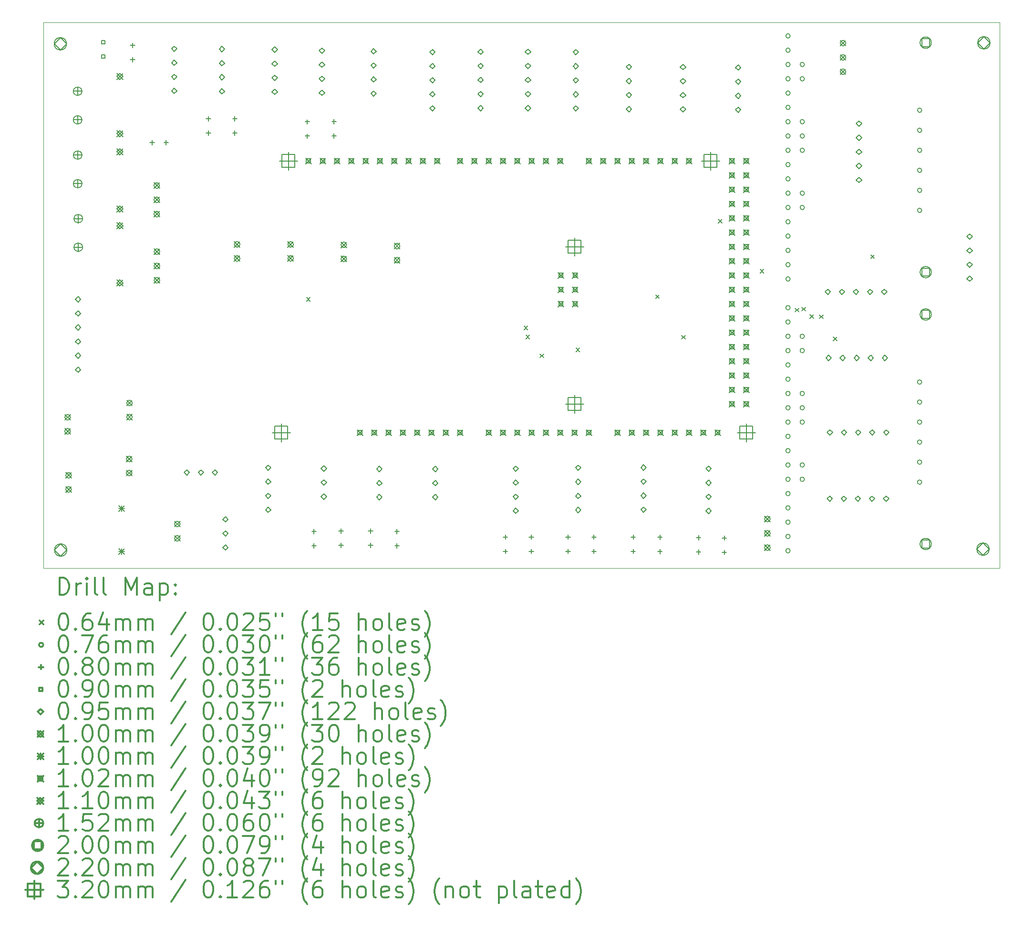
<source format=gbr>
%FSLAX45Y45*%
G04 Gerber Fmt 4.5, Leading zero omitted, Abs format (unit mm)*
G04 Created by KiCad (PCBNEW (5.1.9)-1) date 2021-06-06 11:02:12*
%MOMM*%
%LPD*%
G01*
G04 APERTURE LIST*
%TA.AperFunction,Profile*%
%ADD10C,0.050000*%
%TD*%
%ADD11C,0.200000*%
%ADD12C,0.300000*%
G04 APERTURE END LIST*
D10*
X20857000Y-3461000D02*
X3880000Y-3462000D01*
X20857000Y-13162000D02*
X20857000Y-3461000D01*
X3884000Y-13162000D02*
X20857000Y-13162000D01*
X3880000Y-3462000D02*
X3884000Y-13162000D01*
D11*
X8552110Y-8349550D02*
X8615610Y-8413050D01*
X8615610Y-8349550D02*
X8552110Y-8413050D01*
X12410410Y-8860310D02*
X12473910Y-8923810D01*
X12473910Y-8860310D02*
X12410410Y-8923810D01*
X12446900Y-9018210D02*
X12510400Y-9081710D01*
X12510400Y-9018210D02*
X12446900Y-9081710D01*
X12694220Y-9354590D02*
X12757720Y-9418090D01*
X12757720Y-9354590D02*
X12694220Y-9418090D01*
X13335650Y-9246780D02*
X13399150Y-9310280D01*
X13399150Y-9246780D02*
X13335650Y-9310280D01*
X14749560Y-8303750D02*
X14813060Y-8367250D01*
X14813060Y-8303750D02*
X14749560Y-8367250D01*
X15210880Y-9025350D02*
X15274380Y-9088850D01*
X15274380Y-9025350D02*
X15210880Y-9088850D01*
X15864040Y-6962700D02*
X15927540Y-7026200D01*
X15927540Y-6962700D02*
X15864040Y-7026200D01*
X16601830Y-7851530D02*
X16665330Y-7915030D01*
X16665330Y-7851530D02*
X16601830Y-7915030D01*
X17227520Y-8542770D02*
X17291020Y-8606270D01*
X17291020Y-8542770D02*
X17227520Y-8606270D01*
X17344230Y-8523910D02*
X17407730Y-8587410D01*
X17407730Y-8523910D02*
X17344230Y-8587410D01*
X17487030Y-8657600D02*
X17550530Y-8721100D01*
X17550530Y-8657600D02*
X17487030Y-8721100D01*
X17658150Y-8658450D02*
X17721650Y-8721950D01*
X17721650Y-8658450D02*
X17658150Y-8721950D01*
X17901460Y-9055460D02*
X17964960Y-9118960D01*
X17964960Y-9055460D02*
X17901460Y-9118960D01*
X18569570Y-7595580D02*
X18633070Y-7659080D01*
X18633070Y-7595580D02*
X18569570Y-7659080D01*
X17135500Y-3703000D02*
G75*
G03*
X17135500Y-3703000I-38100J0D01*
G01*
X17135500Y-3957000D02*
G75*
G03*
X17135500Y-3957000I-38100J0D01*
G01*
X17135500Y-4211000D02*
G75*
G03*
X17135500Y-4211000I-38100J0D01*
G01*
X17135500Y-4465000D02*
G75*
G03*
X17135500Y-4465000I-38100J0D01*
G01*
X17135500Y-4719000D02*
G75*
G03*
X17135500Y-4719000I-38100J0D01*
G01*
X17135500Y-4973000D02*
G75*
G03*
X17135500Y-4973000I-38100J0D01*
G01*
X17135500Y-5227000D02*
G75*
G03*
X17135500Y-5227000I-38100J0D01*
G01*
X17135500Y-5481000D02*
G75*
G03*
X17135500Y-5481000I-38100J0D01*
G01*
X17135500Y-5735000D02*
G75*
G03*
X17135500Y-5735000I-38100J0D01*
G01*
X17135500Y-5989000D02*
G75*
G03*
X17135500Y-5989000I-38100J0D01*
G01*
X17135500Y-6243000D02*
G75*
G03*
X17135500Y-6243000I-38100J0D01*
G01*
X17135500Y-6497000D02*
G75*
G03*
X17135500Y-6497000I-38100J0D01*
G01*
X17135500Y-6751000D02*
G75*
G03*
X17135500Y-6751000I-38100J0D01*
G01*
X17135500Y-7005000D02*
G75*
G03*
X17135500Y-7005000I-38100J0D01*
G01*
X17135500Y-7259000D02*
G75*
G03*
X17135500Y-7259000I-38100J0D01*
G01*
X17135500Y-7513000D02*
G75*
G03*
X17135500Y-7513000I-38100J0D01*
G01*
X17135500Y-7767000D02*
G75*
G03*
X17135500Y-7767000I-38100J0D01*
G01*
X17135500Y-8021000D02*
G75*
G03*
X17135500Y-8021000I-38100J0D01*
G01*
X17135500Y-8532000D02*
G75*
G03*
X17135500Y-8532000I-38100J0D01*
G01*
X17135500Y-8786000D02*
G75*
G03*
X17135500Y-8786000I-38100J0D01*
G01*
X17135500Y-9040000D02*
G75*
G03*
X17135500Y-9040000I-38100J0D01*
G01*
X17135500Y-9294000D02*
G75*
G03*
X17135500Y-9294000I-38100J0D01*
G01*
X17135500Y-9548000D02*
G75*
G03*
X17135500Y-9548000I-38100J0D01*
G01*
X17135500Y-9802000D02*
G75*
G03*
X17135500Y-9802000I-38100J0D01*
G01*
X17135500Y-10056000D02*
G75*
G03*
X17135500Y-10056000I-38100J0D01*
G01*
X17135500Y-10310000D02*
G75*
G03*
X17135500Y-10310000I-38100J0D01*
G01*
X17135500Y-10564000D02*
G75*
G03*
X17135500Y-10564000I-38100J0D01*
G01*
X17135500Y-10818000D02*
G75*
G03*
X17135500Y-10818000I-38100J0D01*
G01*
X17135500Y-11072000D02*
G75*
G03*
X17135500Y-11072000I-38100J0D01*
G01*
X17135500Y-11326000D02*
G75*
G03*
X17135500Y-11326000I-38100J0D01*
G01*
X17135500Y-11580000D02*
G75*
G03*
X17135500Y-11580000I-38100J0D01*
G01*
X17135500Y-11834000D02*
G75*
G03*
X17135500Y-11834000I-38100J0D01*
G01*
X17135500Y-12088000D02*
G75*
G03*
X17135500Y-12088000I-38100J0D01*
G01*
X17135500Y-12342000D02*
G75*
G03*
X17135500Y-12342000I-38100J0D01*
G01*
X17135500Y-12596000D02*
G75*
G03*
X17135500Y-12596000I-38100J0D01*
G01*
X17135500Y-12850000D02*
G75*
G03*
X17135500Y-12850000I-38100J0D01*
G01*
X17389500Y-4211000D02*
G75*
G03*
X17389500Y-4211000I-38100J0D01*
G01*
X17389500Y-4465000D02*
G75*
G03*
X17389500Y-4465000I-38100J0D01*
G01*
X17389500Y-5227000D02*
G75*
G03*
X17389500Y-5227000I-38100J0D01*
G01*
X17389500Y-5481000D02*
G75*
G03*
X17389500Y-5481000I-38100J0D01*
G01*
X17389500Y-5735000D02*
G75*
G03*
X17389500Y-5735000I-38100J0D01*
G01*
X17389500Y-6497000D02*
G75*
G03*
X17389500Y-6497000I-38100J0D01*
G01*
X17389500Y-6751000D02*
G75*
G03*
X17389500Y-6751000I-38100J0D01*
G01*
X17389500Y-9040000D02*
G75*
G03*
X17389500Y-9040000I-38100J0D01*
G01*
X17389500Y-9294000D02*
G75*
G03*
X17389500Y-9294000I-38100J0D01*
G01*
X17389500Y-10056000D02*
G75*
G03*
X17389500Y-10056000I-38100J0D01*
G01*
X17389500Y-10310000D02*
G75*
G03*
X17389500Y-10310000I-38100J0D01*
G01*
X17389500Y-10564000D02*
G75*
G03*
X17389500Y-10564000I-38100J0D01*
G01*
X17389500Y-11326000D02*
G75*
G03*
X17389500Y-11326000I-38100J0D01*
G01*
X17389500Y-11580000D02*
G75*
G03*
X17389500Y-11580000I-38100J0D01*
G01*
X19472300Y-5023800D02*
G75*
G03*
X19472300Y-5023800I-38100J0D01*
G01*
X19472300Y-5379400D02*
G75*
G03*
X19472300Y-5379400I-38100J0D01*
G01*
X19472300Y-5735000D02*
G75*
G03*
X19472300Y-5735000I-38100J0D01*
G01*
X19472300Y-6090600D02*
G75*
G03*
X19472300Y-6090600I-38100J0D01*
G01*
X19472300Y-6446200D02*
G75*
G03*
X19472300Y-6446200I-38100J0D01*
G01*
X19472300Y-6801800D02*
G75*
G03*
X19472300Y-6801800I-38100J0D01*
G01*
X19472300Y-9852800D02*
G75*
G03*
X19472300Y-9852800I-38100J0D01*
G01*
X19472300Y-10208400D02*
G75*
G03*
X19472300Y-10208400I-38100J0D01*
G01*
X19472300Y-10564000D02*
G75*
G03*
X19472300Y-10564000I-38100J0D01*
G01*
X19472300Y-10919600D02*
G75*
G03*
X19472300Y-10919600I-38100J0D01*
G01*
X19472300Y-11275200D02*
G75*
G03*
X19472300Y-11275200I-38100J0D01*
G01*
X19472300Y-11630800D02*
G75*
G03*
X19472300Y-11630800I-38100J0D01*
G01*
X5463000Y-3829000D02*
X5463000Y-3909000D01*
X5423000Y-3869000D02*
X5503000Y-3869000D01*
X5463000Y-4083000D02*
X5463000Y-4163000D01*
X5423000Y-4123000D02*
X5503000Y-4123000D01*
X5809000Y-5559000D02*
X5809000Y-5639000D01*
X5769000Y-5599000D02*
X5849000Y-5599000D01*
X6059000Y-5559000D02*
X6059000Y-5639000D01*
X6019000Y-5599000D02*
X6099000Y-5599000D01*
X6808000Y-5135000D02*
X6808000Y-5215000D01*
X6768000Y-5175000D02*
X6848000Y-5175000D01*
X6808000Y-5389000D02*
X6808000Y-5469000D01*
X6768000Y-5429000D02*
X6848000Y-5429000D01*
X7278000Y-5135000D02*
X7278000Y-5215000D01*
X7238000Y-5175000D02*
X7318000Y-5175000D01*
X7278000Y-5389000D02*
X7278000Y-5469000D01*
X7238000Y-5429000D02*
X7318000Y-5429000D01*
X8565000Y-5188000D02*
X8565000Y-5268000D01*
X8525000Y-5228000D02*
X8605000Y-5228000D01*
X8565000Y-5442000D02*
X8565000Y-5522000D01*
X8525000Y-5482000D02*
X8605000Y-5482000D01*
X8684000Y-12466000D02*
X8684000Y-12546000D01*
X8644000Y-12506000D02*
X8724000Y-12506000D01*
X8684000Y-12720000D02*
X8684000Y-12800000D01*
X8644000Y-12760000D02*
X8724000Y-12760000D01*
X9039000Y-5185000D02*
X9039000Y-5265000D01*
X8999000Y-5225000D02*
X9079000Y-5225000D01*
X9039000Y-5439000D02*
X9039000Y-5519000D01*
X8999000Y-5479000D02*
X9079000Y-5479000D01*
X9163000Y-12457000D02*
X9163000Y-12537000D01*
X9123000Y-12497000D02*
X9203000Y-12497000D01*
X9163000Y-12711000D02*
X9163000Y-12791000D01*
X9123000Y-12751000D02*
X9203000Y-12751000D01*
X9687000Y-12457000D02*
X9687000Y-12537000D01*
X9647000Y-12497000D02*
X9727000Y-12497000D01*
X9687000Y-12711000D02*
X9687000Y-12791000D01*
X9647000Y-12751000D02*
X9727000Y-12751000D01*
X10158000Y-12466000D02*
X10158000Y-12546000D01*
X10118000Y-12506000D02*
X10198000Y-12506000D01*
X10158000Y-12720000D02*
X10158000Y-12800000D01*
X10118000Y-12760000D02*
X10198000Y-12760000D01*
X12080000Y-12564000D02*
X12080000Y-12644000D01*
X12040000Y-12604000D02*
X12120000Y-12604000D01*
X12080000Y-12818000D02*
X12080000Y-12898000D01*
X12040000Y-12858000D02*
X12120000Y-12858000D01*
X12542000Y-12564000D02*
X12542000Y-12644000D01*
X12502000Y-12604000D02*
X12582000Y-12604000D01*
X12542000Y-12818000D02*
X12542000Y-12898000D01*
X12502000Y-12858000D02*
X12582000Y-12858000D01*
X13194000Y-12564000D02*
X13194000Y-12644000D01*
X13154000Y-12604000D02*
X13234000Y-12604000D01*
X13194000Y-12818000D02*
X13194000Y-12898000D01*
X13154000Y-12858000D02*
X13234000Y-12858000D01*
X13654000Y-12564000D02*
X13654000Y-12644000D01*
X13614000Y-12604000D02*
X13694000Y-12604000D01*
X13654000Y-12818000D02*
X13654000Y-12898000D01*
X13614000Y-12858000D02*
X13694000Y-12858000D01*
X14351000Y-12566000D02*
X14351000Y-12646000D01*
X14311000Y-12606000D02*
X14391000Y-12606000D01*
X14351000Y-12820000D02*
X14351000Y-12900000D01*
X14311000Y-12860000D02*
X14391000Y-12860000D01*
X14824000Y-12568000D02*
X14824000Y-12648000D01*
X14784000Y-12608000D02*
X14864000Y-12608000D01*
X14824000Y-12822000D02*
X14824000Y-12902000D01*
X14784000Y-12862000D02*
X14864000Y-12862000D01*
X15509000Y-12575000D02*
X15509000Y-12655000D01*
X15469000Y-12615000D02*
X15549000Y-12615000D01*
X15509000Y-12829000D02*
X15509000Y-12909000D01*
X15469000Y-12869000D02*
X15549000Y-12869000D01*
X15968000Y-12582000D02*
X15968000Y-12662000D01*
X15928000Y-12622000D02*
X16008000Y-12622000D01*
X15968000Y-12836000D02*
X15968000Y-12916000D01*
X15928000Y-12876000D02*
X16008000Y-12876000D01*
X4974820Y-3848820D02*
X4974820Y-3785180D01*
X4911180Y-3785180D01*
X4911180Y-3848820D01*
X4974820Y-3848820D01*
X4974820Y-4102820D02*
X4974820Y-4039180D01*
X4911180Y-4039180D01*
X4911180Y-4102820D01*
X4974820Y-4102820D01*
X4497000Y-8430500D02*
X4544500Y-8383000D01*
X4497000Y-8335500D01*
X4449500Y-8383000D01*
X4497000Y-8430500D01*
X4497000Y-8680500D02*
X4544500Y-8633000D01*
X4497000Y-8585500D01*
X4449500Y-8633000D01*
X4497000Y-8680500D01*
X4497000Y-8930500D02*
X4544500Y-8883000D01*
X4497000Y-8835500D01*
X4449500Y-8883000D01*
X4497000Y-8930500D01*
X4497000Y-9180500D02*
X4544500Y-9133000D01*
X4497000Y-9085500D01*
X4449500Y-9133000D01*
X4497000Y-9180500D01*
X4497000Y-9430500D02*
X4544500Y-9383000D01*
X4497000Y-9335500D01*
X4449500Y-9383000D01*
X4497000Y-9430500D01*
X4497000Y-9680500D02*
X4544500Y-9633000D01*
X4497000Y-9585500D01*
X4449500Y-9633000D01*
X4497000Y-9680500D01*
X6203000Y-3978500D02*
X6250500Y-3931000D01*
X6203000Y-3883500D01*
X6155500Y-3931000D01*
X6203000Y-3978500D01*
X6203000Y-4228500D02*
X6250500Y-4181000D01*
X6203000Y-4133500D01*
X6155500Y-4181000D01*
X6203000Y-4228500D01*
X6203000Y-4478500D02*
X6250500Y-4431000D01*
X6203000Y-4383500D01*
X6155500Y-4431000D01*
X6203000Y-4478500D01*
X6203000Y-4728500D02*
X6250500Y-4681000D01*
X6203000Y-4633500D01*
X6155500Y-4681000D01*
X6203000Y-4728500D01*
X6426000Y-11505500D02*
X6473500Y-11458000D01*
X6426000Y-11410500D01*
X6378500Y-11458000D01*
X6426000Y-11505500D01*
X6676000Y-11505500D02*
X6723500Y-11458000D01*
X6676000Y-11410500D01*
X6628500Y-11458000D01*
X6676000Y-11505500D01*
X6926000Y-11505500D02*
X6973500Y-11458000D01*
X6926000Y-11410500D01*
X6878500Y-11458000D01*
X6926000Y-11505500D01*
X7048000Y-3985500D02*
X7095500Y-3938000D01*
X7048000Y-3890500D01*
X7000500Y-3938000D01*
X7048000Y-3985500D01*
X7048000Y-4235500D02*
X7095500Y-4188000D01*
X7048000Y-4140500D01*
X7000500Y-4188000D01*
X7048000Y-4235500D01*
X7048000Y-4485500D02*
X7095500Y-4438000D01*
X7048000Y-4390500D01*
X7000500Y-4438000D01*
X7048000Y-4485500D01*
X7048000Y-4735500D02*
X7095500Y-4688000D01*
X7048000Y-4640500D01*
X7000500Y-4688000D01*
X7048000Y-4735500D01*
X7113000Y-12339500D02*
X7160500Y-12292000D01*
X7113000Y-12244500D01*
X7065500Y-12292000D01*
X7113000Y-12339500D01*
X7113000Y-12589500D02*
X7160500Y-12542000D01*
X7113000Y-12494500D01*
X7065500Y-12542000D01*
X7113000Y-12589500D01*
X7113000Y-12839500D02*
X7160500Y-12792000D01*
X7113000Y-12744500D01*
X7065500Y-12792000D01*
X7113000Y-12839500D01*
X7872000Y-11420500D02*
X7919500Y-11373000D01*
X7872000Y-11325500D01*
X7824500Y-11373000D01*
X7872000Y-11420500D01*
X7872000Y-11670500D02*
X7919500Y-11623000D01*
X7872000Y-11575500D01*
X7824500Y-11623000D01*
X7872000Y-11670500D01*
X7872000Y-11920500D02*
X7919500Y-11873000D01*
X7872000Y-11825500D01*
X7824500Y-11873000D01*
X7872000Y-11920500D01*
X7872000Y-12170500D02*
X7919500Y-12123000D01*
X7872000Y-12075500D01*
X7824500Y-12123000D01*
X7872000Y-12170500D01*
X7986000Y-3994500D02*
X8033500Y-3947000D01*
X7986000Y-3899500D01*
X7938500Y-3947000D01*
X7986000Y-3994500D01*
X7986000Y-4244500D02*
X8033500Y-4197000D01*
X7986000Y-4149500D01*
X7938500Y-4197000D01*
X7986000Y-4244500D01*
X7986000Y-4494500D02*
X8033500Y-4447000D01*
X7986000Y-4399500D01*
X7938500Y-4447000D01*
X7986000Y-4494500D01*
X7986000Y-4744500D02*
X8033500Y-4697000D01*
X7986000Y-4649500D01*
X7938500Y-4697000D01*
X7986000Y-4744500D01*
X8824000Y-4013500D02*
X8871500Y-3966000D01*
X8824000Y-3918500D01*
X8776500Y-3966000D01*
X8824000Y-4013500D01*
X8824000Y-4263500D02*
X8871500Y-4216000D01*
X8824000Y-4168500D01*
X8776500Y-4216000D01*
X8824000Y-4263500D01*
X8824000Y-4513500D02*
X8871500Y-4466000D01*
X8824000Y-4418500D01*
X8776500Y-4466000D01*
X8824000Y-4513500D01*
X8824000Y-4763500D02*
X8871500Y-4716000D01*
X8824000Y-4668500D01*
X8776500Y-4716000D01*
X8824000Y-4763500D01*
X8858000Y-11435500D02*
X8905500Y-11388000D01*
X8858000Y-11340500D01*
X8810500Y-11388000D01*
X8858000Y-11435500D01*
X8858000Y-11685500D02*
X8905500Y-11638000D01*
X8858000Y-11590500D01*
X8810500Y-11638000D01*
X8858000Y-11685500D01*
X8858000Y-11935500D02*
X8905500Y-11888000D01*
X8858000Y-11840500D01*
X8810500Y-11888000D01*
X8858000Y-11935500D01*
X9742000Y-4024500D02*
X9789500Y-3977000D01*
X9742000Y-3929500D01*
X9694500Y-3977000D01*
X9742000Y-4024500D01*
X9742000Y-4274500D02*
X9789500Y-4227000D01*
X9742000Y-4179500D01*
X9694500Y-4227000D01*
X9742000Y-4274500D01*
X9742000Y-4524500D02*
X9789500Y-4477000D01*
X9742000Y-4429500D01*
X9694500Y-4477000D01*
X9742000Y-4524500D01*
X9742000Y-4774500D02*
X9789500Y-4727000D01*
X9742000Y-4679500D01*
X9694500Y-4727000D01*
X9742000Y-4774500D01*
X9844000Y-11444500D02*
X9891500Y-11397000D01*
X9844000Y-11349500D01*
X9796500Y-11397000D01*
X9844000Y-11444500D01*
X9844000Y-11694500D02*
X9891500Y-11647000D01*
X9844000Y-11599500D01*
X9796500Y-11647000D01*
X9844000Y-11694500D01*
X9844000Y-11944500D02*
X9891500Y-11897000D01*
X9844000Y-11849500D01*
X9796500Y-11897000D01*
X9844000Y-11944500D01*
X10787000Y-4037500D02*
X10834500Y-3990000D01*
X10787000Y-3942500D01*
X10739500Y-3990000D01*
X10787000Y-4037500D01*
X10787000Y-4287500D02*
X10834500Y-4240000D01*
X10787000Y-4192500D01*
X10739500Y-4240000D01*
X10787000Y-4287500D01*
X10787000Y-4537500D02*
X10834500Y-4490000D01*
X10787000Y-4442500D01*
X10739500Y-4490000D01*
X10787000Y-4537500D01*
X10787000Y-4787500D02*
X10834500Y-4740000D01*
X10787000Y-4692500D01*
X10739500Y-4740000D01*
X10787000Y-4787500D01*
X10787000Y-5037500D02*
X10834500Y-4990000D01*
X10787000Y-4942500D01*
X10739500Y-4990000D01*
X10787000Y-5037500D01*
X10838000Y-11444500D02*
X10885500Y-11397000D01*
X10838000Y-11349500D01*
X10790500Y-11397000D01*
X10838000Y-11444500D01*
X10838000Y-11694500D02*
X10885500Y-11647000D01*
X10838000Y-11599500D01*
X10790500Y-11647000D01*
X10838000Y-11694500D01*
X10838000Y-11944500D02*
X10885500Y-11897000D01*
X10838000Y-11849500D01*
X10790500Y-11897000D01*
X10838000Y-11944500D01*
X11642000Y-4034500D02*
X11689500Y-3987000D01*
X11642000Y-3939500D01*
X11594500Y-3987000D01*
X11642000Y-4034500D01*
X11642000Y-4284500D02*
X11689500Y-4237000D01*
X11642000Y-4189500D01*
X11594500Y-4237000D01*
X11642000Y-4284500D01*
X11642000Y-4534500D02*
X11689500Y-4487000D01*
X11642000Y-4439500D01*
X11594500Y-4487000D01*
X11642000Y-4534500D01*
X11642000Y-4784500D02*
X11689500Y-4737000D01*
X11642000Y-4689500D01*
X11594500Y-4737000D01*
X11642000Y-4784500D01*
X11642000Y-5034500D02*
X11689500Y-4987000D01*
X11642000Y-4939500D01*
X11594500Y-4987000D01*
X11642000Y-5034500D01*
X12263000Y-11438500D02*
X12310500Y-11391000D01*
X12263000Y-11343500D01*
X12215500Y-11391000D01*
X12263000Y-11438500D01*
X12263000Y-11688500D02*
X12310500Y-11641000D01*
X12263000Y-11593500D01*
X12215500Y-11641000D01*
X12263000Y-11688500D01*
X12263000Y-11938500D02*
X12310500Y-11891000D01*
X12263000Y-11843500D01*
X12215500Y-11891000D01*
X12263000Y-11938500D01*
X12263000Y-12188500D02*
X12310500Y-12141000D01*
X12263000Y-12093500D01*
X12215500Y-12141000D01*
X12263000Y-12188500D01*
X12482000Y-4034500D02*
X12529500Y-3987000D01*
X12482000Y-3939500D01*
X12434500Y-3987000D01*
X12482000Y-4034500D01*
X12482000Y-4284500D02*
X12529500Y-4237000D01*
X12482000Y-4189500D01*
X12434500Y-4237000D01*
X12482000Y-4284500D01*
X12482000Y-4534500D02*
X12529500Y-4487000D01*
X12482000Y-4439500D01*
X12434500Y-4487000D01*
X12482000Y-4534500D01*
X12482000Y-4784500D02*
X12529500Y-4737000D01*
X12482000Y-4689500D01*
X12434500Y-4737000D01*
X12482000Y-4784500D01*
X12482000Y-5034500D02*
X12529500Y-4987000D01*
X12482000Y-4939500D01*
X12434500Y-4987000D01*
X12482000Y-5034500D01*
X13331000Y-4039500D02*
X13378500Y-3992000D01*
X13331000Y-3944500D01*
X13283500Y-3992000D01*
X13331000Y-4039500D01*
X13331000Y-4289500D02*
X13378500Y-4242000D01*
X13331000Y-4194500D01*
X13283500Y-4242000D01*
X13331000Y-4289500D01*
X13331000Y-4539500D02*
X13378500Y-4492000D01*
X13331000Y-4444500D01*
X13283500Y-4492000D01*
X13331000Y-4539500D01*
X13331000Y-4789500D02*
X13378500Y-4742000D01*
X13331000Y-4694500D01*
X13283500Y-4742000D01*
X13331000Y-4789500D01*
X13331000Y-5039500D02*
X13378500Y-4992000D01*
X13331000Y-4944500D01*
X13283500Y-4992000D01*
X13331000Y-5039500D01*
X13375000Y-11423500D02*
X13422500Y-11376000D01*
X13375000Y-11328500D01*
X13327500Y-11376000D01*
X13375000Y-11423500D01*
X13375000Y-11673500D02*
X13422500Y-11626000D01*
X13375000Y-11578500D01*
X13327500Y-11626000D01*
X13375000Y-11673500D01*
X13375000Y-11923500D02*
X13422500Y-11876000D01*
X13375000Y-11828500D01*
X13327500Y-11876000D01*
X13375000Y-11923500D01*
X13375000Y-12173500D02*
X13422500Y-12126000D01*
X13375000Y-12078500D01*
X13327500Y-12126000D01*
X13375000Y-12173500D01*
X14276000Y-4302500D02*
X14323500Y-4255000D01*
X14276000Y-4207500D01*
X14228500Y-4255000D01*
X14276000Y-4302500D01*
X14276000Y-4552500D02*
X14323500Y-4505000D01*
X14276000Y-4457500D01*
X14228500Y-4505000D01*
X14276000Y-4552500D01*
X14276000Y-4802500D02*
X14323500Y-4755000D01*
X14276000Y-4707500D01*
X14228500Y-4755000D01*
X14276000Y-4802500D01*
X14276000Y-5052500D02*
X14323500Y-5005000D01*
X14276000Y-4957500D01*
X14228500Y-5005000D01*
X14276000Y-5052500D01*
X14533000Y-11418500D02*
X14580500Y-11371000D01*
X14533000Y-11323500D01*
X14485500Y-11371000D01*
X14533000Y-11418500D01*
X14533000Y-11668500D02*
X14580500Y-11621000D01*
X14533000Y-11573500D01*
X14485500Y-11621000D01*
X14533000Y-11668500D01*
X14533000Y-11918500D02*
X14580500Y-11871000D01*
X14533000Y-11823500D01*
X14485500Y-11871000D01*
X14533000Y-11918500D01*
X14533000Y-12168500D02*
X14580500Y-12121000D01*
X14533000Y-12073500D01*
X14485500Y-12121000D01*
X14533000Y-12168500D01*
X15233000Y-4305500D02*
X15280500Y-4258000D01*
X15233000Y-4210500D01*
X15185500Y-4258000D01*
X15233000Y-4305500D01*
X15233000Y-4555500D02*
X15280500Y-4508000D01*
X15233000Y-4460500D01*
X15185500Y-4508000D01*
X15233000Y-4555500D01*
X15233000Y-4805500D02*
X15280500Y-4758000D01*
X15233000Y-4710500D01*
X15185500Y-4758000D01*
X15233000Y-4805500D01*
X15233000Y-5055500D02*
X15280500Y-5008000D01*
X15233000Y-4960500D01*
X15185500Y-5008000D01*
X15233000Y-5055500D01*
X15690000Y-11439500D02*
X15737500Y-11392000D01*
X15690000Y-11344500D01*
X15642500Y-11392000D01*
X15690000Y-11439500D01*
X15690000Y-11689500D02*
X15737500Y-11642000D01*
X15690000Y-11594500D01*
X15642500Y-11642000D01*
X15690000Y-11689500D01*
X15690000Y-11939500D02*
X15737500Y-11892000D01*
X15690000Y-11844500D01*
X15642500Y-11892000D01*
X15690000Y-11939500D01*
X15690000Y-12189500D02*
X15737500Y-12142000D01*
X15690000Y-12094500D01*
X15642500Y-12142000D01*
X15690000Y-12189500D01*
X16214000Y-4314500D02*
X16261500Y-4267000D01*
X16214000Y-4219500D01*
X16166500Y-4267000D01*
X16214000Y-4314500D01*
X16214000Y-4564500D02*
X16261500Y-4517000D01*
X16214000Y-4469500D01*
X16166500Y-4517000D01*
X16214000Y-4564500D01*
X16214000Y-4814500D02*
X16261500Y-4767000D01*
X16214000Y-4719500D01*
X16166500Y-4767000D01*
X16214000Y-4814500D01*
X16214000Y-5064500D02*
X16261500Y-5017000D01*
X16214000Y-4969500D01*
X16166500Y-5017000D01*
X16214000Y-5064500D01*
X17806000Y-8296500D02*
X17853500Y-8249000D01*
X17806000Y-8201500D01*
X17758500Y-8249000D01*
X17806000Y-8296500D01*
X17818000Y-9472500D02*
X17865500Y-9425000D01*
X17818000Y-9377500D01*
X17770500Y-9425000D01*
X17818000Y-9472500D01*
X17840000Y-11972500D02*
X17887500Y-11925000D01*
X17840000Y-11877500D01*
X17792500Y-11925000D01*
X17840000Y-11972500D01*
X17842000Y-10795500D02*
X17889500Y-10748000D01*
X17842000Y-10700500D01*
X17794500Y-10748000D01*
X17842000Y-10795500D01*
X18056000Y-8296500D02*
X18103500Y-8249000D01*
X18056000Y-8201500D01*
X18008500Y-8249000D01*
X18056000Y-8296500D01*
X18068000Y-9472500D02*
X18115500Y-9425000D01*
X18068000Y-9377500D01*
X18020500Y-9425000D01*
X18068000Y-9472500D01*
X18090000Y-11972500D02*
X18137500Y-11925000D01*
X18090000Y-11877500D01*
X18042500Y-11925000D01*
X18090000Y-11972500D01*
X18092000Y-10795500D02*
X18139500Y-10748000D01*
X18092000Y-10700500D01*
X18044500Y-10748000D01*
X18092000Y-10795500D01*
X18306000Y-8296500D02*
X18353500Y-8249000D01*
X18306000Y-8201500D01*
X18258500Y-8249000D01*
X18306000Y-8296500D01*
X18318000Y-9472500D02*
X18365500Y-9425000D01*
X18318000Y-9377500D01*
X18270500Y-9425000D01*
X18318000Y-9472500D01*
X18340000Y-11972500D02*
X18387500Y-11925000D01*
X18340000Y-11877500D01*
X18292500Y-11925000D01*
X18340000Y-11972500D01*
X18342000Y-10795500D02*
X18389500Y-10748000D01*
X18342000Y-10700500D01*
X18294500Y-10748000D01*
X18342000Y-10795500D01*
X18358000Y-5310500D02*
X18405500Y-5263000D01*
X18358000Y-5215500D01*
X18310500Y-5263000D01*
X18358000Y-5310500D01*
X18358000Y-5560500D02*
X18405500Y-5513000D01*
X18358000Y-5465500D01*
X18310500Y-5513000D01*
X18358000Y-5560500D01*
X18358000Y-5810500D02*
X18405500Y-5763000D01*
X18358000Y-5715500D01*
X18310500Y-5763000D01*
X18358000Y-5810500D01*
X18358000Y-6060500D02*
X18405500Y-6013000D01*
X18358000Y-5965500D01*
X18310500Y-6013000D01*
X18358000Y-6060500D01*
X18358000Y-6310500D02*
X18405500Y-6263000D01*
X18358000Y-6215500D01*
X18310500Y-6263000D01*
X18358000Y-6310500D01*
X18556000Y-8296500D02*
X18603500Y-8249000D01*
X18556000Y-8201500D01*
X18508500Y-8249000D01*
X18556000Y-8296500D01*
X18568000Y-9472500D02*
X18615500Y-9425000D01*
X18568000Y-9377500D01*
X18520500Y-9425000D01*
X18568000Y-9472500D01*
X18590000Y-11972500D02*
X18637500Y-11925000D01*
X18590000Y-11877500D01*
X18542500Y-11925000D01*
X18590000Y-11972500D01*
X18592000Y-10795500D02*
X18639500Y-10748000D01*
X18592000Y-10700500D01*
X18544500Y-10748000D01*
X18592000Y-10795500D01*
X18806000Y-8296500D02*
X18853500Y-8249000D01*
X18806000Y-8201500D01*
X18758500Y-8249000D01*
X18806000Y-8296500D01*
X18818000Y-9472500D02*
X18865500Y-9425000D01*
X18818000Y-9377500D01*
X18770500Y-9425000D01*
X18818000Y-9472500D01*
X18840000Y-11972500D02*
X18887500Y-11925000D01*
X18840000Y-11877500D01*
X18792500Y-11925000D01*
X18840000Y-11972500D01*
X18842000Y-10795500D02*
X18889500Y-10748000D01*
X18842000Y-10700500D01*
X18794500Y-10748000D01*
X18842000Y-10795500D01*
X20323000Y-7315500D02*
X20370500Y-7268000D01*
X20323000Y-7220500D01*
X20275500Y-7268000D01*
X20323000Y-7315500D01*
X20323000Y-7565500D02*
X20370500Y-7518000D01*
X20323000Y-7470500D01*
X20275500Y-7518000D01*
X20323000Y-7565500D01*
X20323000Y-7815500D02*
X20370500Y-7768000D01*
X20323000Y-7720500D01*
X20275500Y-7768000D01*
X20323000Y-7815500D01*
X20323000Y-8065500D02*
X20370500Y-8018000D01*
X20323000Y-7970500D01*
X20275500Y-8018000D01*
X20323000Y-8065500D01*
X4259000Y-10428000D02*
X4359000Y-10528000D01*
X4359000Y-10428000D02*
X4259000Y-10528000D01*
X4359000Y-10478000D02*
G75*
G03*
X4359000Y-10478000I-50000J0D01*
G01*
X4259000Y-10678000D02*
X4359000Y-10778000D01*
X4359000Y-10678000D02*
X4259000Y-10778000D01*
X4359000Y-10728000D02*
G75*
G03*
X4359000Y-10728000I-50000J0D01*
G01*
X4277000Y-11460000D02*
X4377000Y-11560000D01*
X4377000Y-11460000D02*
X4277000Y-11560000D01*
X4377000Y-11510000D02*
G75*
G03*
X4377000Y-11510000I-50000J0D01*
G01*
X4277000Y-11710000D02*
X4377000Y-11810000D01*
X4377000Y-11710000D02*
X4277000Y-11810000D01*
X4377000Y-11760000D02*
G75*
G03*
X4377000Y-11760000I-50000J0D01*
G01*
X5353000Y-11169000D02*
X5453000Y-11269000D01*
X5453000Y-11169000D02*
X5353000Y-11269000D01*
X5453000Y-11219000D02*
G75*
G03*
X5453000Y-11219000I-50000J0D01*
G01*
X5353000Y-11419000D02*
X5453000Y-11519000D01*
X5453000Y-11419000D02*
X5353000Y-11519000D01*
X5453000Y-11469000D02*
G75*
G03*
X5453000Y-11469000I-50000J0D01*
G01*
X5359000Y-10175000D02*
X5459000Y-10275000D01*
X5459000Y-10175000D02*
X5359000Y-10275000D01*
X5459000Y-10225000D02*
G75*
G03*
X5459000Y-10225000I-50000J0D01*
G01*
X5359000Y-10425000D02*
X5459000Y-10525000D01*
X5459000Y-10425000D02*
X5359000Y-10525000D01*
X5459000Y-10475000D02*
G75*
G03*
X5459000Y-10475000I-50000J0D01*
G01*
X5842000Y-6312000D02*
X5942000Y-6412000D01*
X5942000Y-6312000D02*
X5842000Y-6412000D01*
X5942000Y-6362000D02*
G75*
G03*
X5942000Y-6362000I-50000J0D01*
G01*
X5842000Y-6566000D02*
X5942000Y-6666000D01*
X5942000Y-6566000D02*
X5842000Y-6666000D01*
X5942000Y-6616000D02*
G75*
G03*
X5942000Y-6616000I-50000J0D01*
G01*
X5842000Y-6820000D02*
X5942000Y-6920000D01*
X5942000Y-6820000D02*
X5842000Y-6920000D01*
X5942000Y-6870000D02*
G75*
G03*
X5942000Y-6870000I-50000J0D01*
G01*
X5846000Y-7486000D02*
X5946000Y-7586000D01*
X5946000Y-7486000D02*
X5846000Y-7586000D01*
X5946000Y-7536000D02*
G75*
G03*
X5946000Y-7536000I-50000J0D01*
G01*
X5846000Y-7740000D02*
X5946000Y-7840000D01*
X5946000Y-7740000D02*
X5846000Y-7840000D01*
X5946000Y-7790000D02*
G75*
G03*
X5946000Y-7790000I-50000J0D01*
G01*
X5846000Y-7994000D02*
X5946000Y-8094000D01*
X5946000Y-7994000D02*
X5846000Y-8094000D01*
X5946000Y-8044000D02*
G75*
G03*
X5946000Y-8044000I-50000J0D01*
G01*
X6207000Y-12325000D02*
X6307000Y-12425000D01*
X6307000Y-12325000D02*
X6207000Y-12425000D01*
X6307000Y-12375000D02*
G75*
G03*
X6307000Y-12375000I-50000J0D01*
G01*
X6207000Y-12579000D02*
X6307000Y-12679000D01*
X6307000Y-12579000D02*
X6207000Y-12679000D01*
X6307000Y-12629000D02*
G75*
G03*
X6307000Y-12629000I-50000J0D01*
G01*
X7269000Y-7357000D02*
X7369000Y-7457000D01*
X7369000Y-7357000D02*
X7269000Y-7457000D01*
X7369000Y-7407000D02*
G75*
G03*
X7369000Y-7407000I-50000J0D01*
G01*
X7269000Y-7607000D02*
X7369000Y-7707000D01*
X7369000Y-7607000D02*
X7269000Y-7707000D01*
X7369000Y-7657000D02*
G75*
G03*
X7369000Y-7657000I-50000J0D01*
G01*
X8219000Y-7357000D02*
X8319000Y-7457000D01*
X8319000Y-7357000D02*
X8219000Y-7457000D01*
X8319000Y-7407000D02*
G75*
G03*
X8319000Y-7407000I-50000J0D01*
G01*
X8219000Y-7607000D02*
X8319000Y-7707000D01*
X8319000Y-7607000D02*
X8219000Y-7707000D01*
X8319000Y-7657000D02*
G75*
G03*
X8319000Y-7657000I-50000J0D01*
G01*
X9162000Y-7365000D02*
X9262000Y-7465000D01*
X9262000Y-7365000D02*
X9162000Y-7465000D01*
X9262000Y-7415000D02*
G75*
G03*
X9262000Y-7415000I-50000J0D01*
G01*
X9162000Y-7615000D02*
X9262000Y-7715000D01*
X9262000Y-7615000D02*
X9162000Y-7715000D01*
X9262000Y-7665000D02*
G75*
G03*
X9262000Y-7665000I-50000J0D01*
G01*
X10108000Y-7388000D02*
X10208000Y-7488000D01*
X10208000Y-7388000D02*
X10108000Y-7488000D01*
X10208000Y-7438000D02*
G75*
G03*
X10208000Y-7438000I-50000J0D01*
G01*
X10108000Y-7638000D02*
X10208000Y-7738000D01*
X10208000Y-7638000D02*
X10108000Y-7738000D01*
X10208000Y-7688000D02*
G75*
G03*
X10208000Y-7688000I-50000J0D01*
G01*
X16681000Y-12236000D02*
X16781000Y-12336000D01*
X16781000Y-12236000D02*
X16681000Y-12336000D01*
X16781000Y-12286000D02*
G75*
G03*
X16781000Y-12286000I-50000J0D01*
G01*
X16681000Y-12490000D02*
X16781000Y-12590000D01*
X16781000Y-12490000D02*
X16681000Y-12590000D01*
X16781000Y-12540000D02*
G75*
G03*
X16781000Y-12540000I-50000J0D01*
G01*
X16681000Y-12744000D02*
X16781000Y-12844000D01*
X16781000Y-12744000D02*
X16681000Y-12844000D01*
X16781000Y-12794000D02*
G75*
G03*
X16781000Y-12794000I-50000J0D01*
G01*
X18025000Y-3782000D02*
X18125000Y-3882000D01*
X18125000Y-3782000D02*
X18025000Y-3882000D01*
X18125000Y-3832000D02*
G75*
G03*
X18125000Y-3832000I-50000J0D01*
G01*
X18025000Y-4036000D02*
X18125000Y-4136000D01*
X18125000Y-4036000D02*
X18025000Y-4136000D01*
X18125000Y-4086000D02*
G75*
G03*
X18125000Y-4086000I-50000J0D01*
G01*
X18025000Y-4290000D02*
X18125000Y-4390000D01*
X18125000Y-4290000D02*
X18025000Y-4390000D01*
X18125000Y-4340000D02*
G75*
G03*
X18125000Y-4340000I-50000J0D01*
G01*
X5215962Y-12050978D02*
X5316038Y-12151054D01*
X5316038Y-12050978D02*
X5215962Y-12151054D01*
X5266000Y-12050978D02*
X5266000Y-12151054D01*
X5215962Y-12101016D02*
X5316038Y-12101016D01*
X5215962Y-12810946D02*
X5316038Y-12911022D01*
X5316038Y-12810946D02*
X5215962Y-12911022D01*
X5266000Y-12810946D02*
X5266000Y-12911022D01*
X5215962Y-12860984D02*
X5316038Y-12860984D01*
X8533800Y-5874200D02*
X8635400Y-5975800D01*
X8635400Y-5874200D02*
X8533800Y-5975800D01*
X8620521Y-5960921D02*
X8620521Y-5889079D01*
X8548679Y-5889079D01*
X8548679Y-5960921D01*
X8620521Y-5960921D01*
X8787800Y-5874200D02*
X8889400Y-5975800D01*
X8889400Y-5874200D02*
X8787800Y-5975800D01*
X8874521Y-5960921D02*
X8874521Y-5889079D01*
X8802679Y-5889079D01*
X8802679Y-5960921D01*
X8874521Y-5960921D01*
X9041800Y-5874200D02*
X9143400Y-5975800D01*
X9143400Y-5874200D02*
X9041800Y-5975800D01*
X9128521Y-5960921D02*
X9128521Y-5889079D01*
X9056679Y-5889079D01*
X9056679Y-5960921D01*
X9128521Y-5960921D01*
X9295800Y-5874200D02*
X9397400Y-5975800D01*
X9397400Y-5874200D02*
X9295800Y-5975800D01*
X9382521Y-5960921D02*
X9382521Y-5889079D01*
X9310679Y-5889079D01*
X9310679Y-5960921D01*
X9382521Y-5960921D01*
X9448200Y-10700200D02*
X9549800Y-10801800D01*
X9549800Y-10700200D02*
X9448200Y-10801800D01*
X9534921Y-10786921D02*
X9534921Y-10715079D01*
X9463079Y-10715079D01*
X9463079Y-10786921D01*
X9534921Y-10786921D01*
X9549800Y-5874200D02*
X9651400Y-5975800D01*
X9651400Y-5874200D02*
X9549800Y-5975800D01*
X9636521Y-5960921D02*
X9636521Y-5889079D01*
X9564679Y-5889079D01*
X9564679Y-5960921D01*
X9636521Y-5960921D01*
X9702200Y-10700200D02*
X9803800Y-10801800D01*
X9803800Y-10700200D02*
X9702200Y-10801800D01*
X9788921Y-10786921D02*
X9788921Y-10715079D01*
X9717079Y-10715079D01*
X9717079Y-10786921D01*
X9788921Y-10786921D01*
X9803800Y-5874200D02*
X9905400Y-5975800D01*
X9905400Y-5874200D02*
X9803800Y-5975800D01*
X9890521Y-5960921D02*
X9890521Y-5889079D01*
X9818679Y-5889079D01*
X9818679Y-5960921D01*
X9890521Y-5960921D01*
X9956200Y-10700200D02*
X10057800Y-10801800D01*
X10057800Y-10700200D02*
X9956200Y-10801800D01*
X10042921Y-10786921D02*
X10042921Y-10715079D01*
X9971079Y-10715079D01*
X9971079Y-10786921D01*
X10042921Y-10786921D01*
X10057800Y-5874200D02*
X10159400Y-5975800D01*
X10159400Y-5874200D02*
X10057800Y-5975800D01*
X10144521Y-5960921D02*
X10144521Y-5889079D01*
X10072679Y-5889079D01*
X10072679Y-5960921D01*
X10144521Y-5960921D01*
X10210200Y-10700200D02*
X10311800Y-10801800D01*
X10311800Y-10700200D02*
X10210200Y-10801800D01*
X10296921Y-10786921D02*
X10296921Y-10715079D01*
X10225079Y-10715079D01*
X10225079Y-10786921D01*
X10296921Y-10786921D01*
X10311800Y-5874200D02*
X10413400Y-5975800D01*
X10413400Y-5874200D02*
X10311800Y-5975800D01*
X10398521Y-5960921D02*
X10398521Y-5889079D01*
X10326679Y-5889079D01*
X10326679Y-5960921D01*
X10398521Y-5960921D01*
X10464200Y-10700200D02*
X10565800Y-10801800D01*
X10565800Y-10700200D02*
X10464200Y-10801800D01*
X10550921Y-10786921D02*
X10550921Y-10715079D01*
X10479079Y-10715079D01*
X10479079Y-10786921D01*
X10550921Y-10786921D01*
X10565800Y-5874200D02*
X10667400Y-5975800D01*
X10667400Y-5874200D02*
X10565800Y-5975800D01*
X10652521Y-5960921D02*
X10652521Y-5889079D01*
X10580679Y-5889079D01*
X10580679Y-5960921D01*
X10652521Y-5960921D01*
X10718200Y-10700200D02*
X10819800Y-10801800D01*
X10819800Y-10700200D02*
X10718200Y-10801800D01*
X10804921Y-10786921D02*
X10804921Y-10715079D01*
X10733079Y-10715079D01*
X10733079Y-10786921D01*
X10804921Y-10786921D01*
X10819800Y-5874200D02*
X10921400Y-5975800D01*
X10921400Y-5874200D02*
X10819800Y-5975800D01*
X10906521Y-5960921D02*
X10906521Y-5889079D01*
X10834679Y-5889079D01*
X10834679Y-5960921D01*
X10906521Y-5960921D01*
X10972200Y-10700200D02*
X11073800Y-10801800D01*
X11073800Y-10700200D02*
X10972200Y-10801800D01*
X11058921Y-10786921D02*
X11058921Y-10715079D01*
X10987079Y-10715079D01*
X10987079Y-10786921D01*
X11058921Y-10786921D01*
X11226200Y-5874200D02*
X11327800Y-5975800D01*
X11327800Y-5874200D02*
X11226200Y-5975800D01*
X11312921Y-5960921D02*
X11312921Y-5889079D01*
X11241079Y-5889079D01*
X11241079Y-5960921D01*
X11312921Y-5960921D01*
X11226200Y-10700200D02*
X11327800Y-10801800D01*
X11327800Y-10700200D02*
X11226200Y-10801800D01*
X11312921Y-10786921D02*
X11312921Y-10715079D01*
X11241079Y-10715079D01*
X11241079Y-10786921D01*
X11312921Y-10786921D01*
X11480200Y-5874200D02*
X11581800Y-5975800D01*
X11581800Y-5874200D02*
X11480200Y-5975800D01*
X11566921Y-5960921D02*
X11566921Y-5889079D01*
X11495079Y-5889079D01*
X11495079Y-5960921D01*
X11566921Y-5960921D01*
X11734200Y-5874200D02*
X11835800Y-5975800D01*
X11835800Y-5874200D02*
X11734200Y-5975800D01*
X11820921Y-5960921D02*
X11820921Y-5889079D01*
X11749079Y-5889079D01*
X11749079Y-5960921D01*
X11820921Y-5960921D01*
X11734200Y-10700200D02*
X11835800Y-10801800D01*
X11835800Y-10700200D02*
X11734200Y-10801800D01*
X11820921Y-10786921D02*
X11820921Y-10715079D01*
X11749079Y-10715079D01*
X11749079Y-10786921D01*
X11820921Y-10786921D01*
X11988200Y-5874200D02*
X12089800Y-5975800D01*
X12089800Y-5874200D02*
X11988200Y-5975800D01*
X12074921Y-5960921D02*
X12074921Y-5889079D01*
X12003079Y-5889079D01*
X12003079Y-5960921D01*
X12074921Y-5960921D01*
X11988200Y-10700200D02*
X12089800Y-10801800D01*
X12089800Y-10700200D02*
X11988200Y-10801800D01*
X12074921Y-10786921D02*
X12074921Y-10715079D01*
X12003079Y-10715079D01*
X12003079Y-10786921D01*
X12074921Y-10786921D01*
X12242200Y-5874200D02*
X12343800Y-5975800D01*
X12343800Y-5874200D02*
X12242200Y-5975800D01*
X12328921Y-5960921D02*
X12328921Y-5889079D01*
X12257079Y-5889079D01*
X12257079Y-5960921D01*
X12328921Y-5960921D01*
X12242200Y-10700200D02*
X12343800Y-10801800D01*
X12343800Y-10700200D02*
X12242200Y-10801800D01*
X12328921Y-10786921D02*
X12328921Y-10715079D01*
X12257079Y-10715079D01*
X12257079Y-10786921D01*
X12328921Y-10786921D01*
X12496200Y-5874200D02*
X12597800Y-5975800D01*
X12597800Y-5874200D02*
X12496200Y-5975800D01*
X12582921Y-5960921D02*
X12582921Y-5889079D01*
X12511079Y-5889079D01*
X12511079Y-5960921D01*
X12582921Y-5960921D01*
X12496200Y-10700200D02*
X12597800Y-10801800D01*
X12597800Y-10700200D02*
X12496200Y-10801800D01*
X12582921Y-10786921D02*
X12582921Y-10715079D01*
X12511079Y-10715079D01*
X12511079Y-10786921D01*
X12582921Y-10786921D01*
X12750200Y-5874200D02*
X12851800Y-5975800D01*
X12851800Y-5874200D02*
X12750200Y-5975800D01*
X12836921Y-5960921D02*
X12836921Y-5889079D01*
X12765079Y-5889079D01*
X12765079Y-5960921D01*
X12836921Y-5960921D01*
X12750200Y-10700200D02*
X12851800Y-10801800D01*
X12851800Y-10700200D02*
X12750200Y-10801800D01*
X12836921Y-10786921D02*
X12836921Y-10715079D01*
X12765079Y-10715079D01*
X12765079Y-10786921D01*
X12836921Y-10786921D01*
X13004200Y-5874200D02*
X13105800Y-5975800D01*
X13105800Y-5874200D02*
X13004200Y-5975800D01*
X13090921Y-5960921D02*
X13090921Y-5889079D01*
X13019079Y-5889079D01*
X13019079Y-5960921D01*
X13090921Y-5960921D01*
X13004200Y-10700200D02*
X13105800Y-10801800D01*
X13105800Y-10700200D02*
X13004200Y-10801800D01*
X13090921Y-10786921D02*
X13090921Y-10715079D01*
X13019079Y-10715079D01*
X13019079Y-10786921D01*
X13090921Y-10786921D01*
X13016900Y-7906200D02*
X13118500Y-8007800D01*
X13118500Y-7906200D02*
X13016900Y-8007800D01*
X13103621Y-7992921D02*
X13103621Y-7921079D01*
X13031779Y-7921079D01*
X13031779Y-7992921D01*
X13103621Y-7992921D01*
X13016900Y-8160200D02*
X13118500Y-8261800D01*
X13118500Y-8160200D02*
X13016900Y-8261800D01*
X13103621Y-8246921D02*
X13103621Y-8175079D01*
X13031779Y-8175079D01*
X13031779Y-8246921D01*
X13103621Y-8246921D01*
X13016900Y-8414200D02*
X13118500Y-8515800D01*
X13118500Y-8414200D02*
X13016900Y-8515800D01*
X13103621Y-8500921D02*
X13103621Y-8429079D01*
X13031779Y-8429079D01*
X13031779Y-8500921D01*
X13103621Y-8500921D01*
X13258200Y-10700200D02*
X13359800Y-10801800D01*
X13359800Y-10700200D02*
X13258200Y-10801800D01*
X13344921Y-10786921D02*
X13344921Y-10715079D01*
X13273079Y-10715079D01*
X13273079Y-10786921D01*
X13344921Y-10786921D01*
X13270900Y-7906200D02*
X13372500Y-8007800D01*
X13372500Y-7906200D02*
X13270900Y-8007800D01*
X13357621Y-7992921D02*
X13357621Y-7921079D01*
X13285779Y-7921079D01*
X13285779Y-7992921D01*
X13357621Y-7992921D01*
X13270900Y-8160200D02*
X13372500Y-8261800D01*
X13372500Y-8160200D02*
X13270900Y-8261800D01*
X13357621Y-8246921D02*
X13357621Y-8175079D01*
X13285779Y-8175079D01*
X13285779Y-8246921D01*
X13357621Y-8246921D01*
X13270900Y-8414200D02*
X13372500Y-8515800D01*
X13372500Y-8414200D02*
X13270900Y-8515800D01*
X13357621Y-8500921D02*
X13357621Y-8429079D01*
X13285779Y-8429079D01*
X13285779Y-8500921D01*
X13357621Y-8500921D01*
X13512200Y-5874200D02*
X13613800Y-5975800D01*
X13613800Y-5874200D02*
X13512200Y-5975800D01*
X13598921Y-5960921D02*
X13598921Y-5889079D01*
X13527079Y-5889079D01*
X13527079Y-5960921D01*
X13598921Y-5960921D01*
X13512200Y-10700200D02*
X13613800Y-10801800D01*
X13613800Y-10700200D02*
X13512200Y-10801800D01*
X13598921Y-10786921D02*
X13598921Y-10715079D01*
X13527079Y-10715079D01*
X13527079Y-10786921D01*
X13598921Y-10786921D01*
X13766200Y-5874200D02*
X13867800Y-5975800D01*
X13867800Y-5874200D02*
X13766200Y-5975800D01*
X13852921Y-5960921D02*
X13852921Y-5889079D01*
X13781079Y-5889079D01*
X13781079Y-5960921D01*
X13852921Y-5960921D01*
X14020200Y-5874200D02*
X14121800Y-5975800D01*
X14121800Y-5874200D02*
X14020200Y-5975800D01*
X14106921Y-5960921D02*
X14106921Y-5889079D01*
X14035079Y-5889079D01*
X14035079Y-5960921D01*
X14106921Y-5960921D01*
X14020200Y-10700200D02*
X14121800Y-10801800D01*
X14121800Y-10700200D02*
X14020200Y-10801800D01*
X14106921Y-10786921D02*
X14106921Y-10715079D01*
X14035079Y-10715079D01*
X14035079Y-10786921D01*
X14106921Y-10786921D01*
X14274200Y-5874200D02*
X14375800Y-5975800D01*
X14375800Y-5874200D02*
X14274200Y-5975800D01*
X14360921Y-5960921D02*
X14360921Y-5889079D01*
X14289079Y-5889079D01*
X14289079Y-5960921D01*
X14360921Y-5960921D01*
X14274200Y-10700200D02*
X14375800Y-10801800D01*
X14375800Y-10700200D02*
X14274200Y-10801800D01*
X14360921Y-10786921D02*
X14360921Y-10715079D01*
X14289079Y-10715079D01*
X14289079Y-10786921D01*
X14360921Y-10786921D01*
X14528200Y-5874200D02*
X14629800Y-5975800D01*
X14629800Y-5874200D02*
X14528200Y-5975800D01*
X14614921Y-5960921D02*
X14614921Y-5889079D01*
X14543079Y-5889079D01*
X14543079Y-5960921D01*
X14614921Y-5960921D01*
X14528200Y-10700200D02*
X14629800Y-10801800D01*
X14629800Y-10700200D02*
X14528200Y-10801800D01*
X14614921Y-10786921D02*
X14614921Y-10715079D01*
X14543079Y-10715079D01*
X14543079Y-10786921D01*
X14614921Y-10786921D01*
X14782200Y-5874200D02*
X14883800Y-5975800D01*
X14883800Y-5874200D02*
X14782200Y-5975800D01*
X14868921Y-5960921D02*
X14868921Y-5889079D01*
X14797079Y-5889079D01*
X14797079Y-5960921D01*
X14868921Y-5960921D01*
X14782200Y-10700200D02*
X14883800Y-10801800D01*
X14883800Y-10700200D02*
X14782200Y-10801800D01*
X14868921Y-10786921D02*
X14868921Y-10715079D01*
X14797079Y-10715079D01*
X14797079Y-10786921D01*
X14868921Y-10786921D01*
X15036200Y-5874200D02*
X15137800Y-5975800D01*
X15137800Y-5874200D02*
X15036200Y-5975800D01*
X15122921Y-5960921D02*
X15122921Y-5889079D01*
X15051079Y-5889079D01*
X15051079Y-5960921D01*
X15122921Y-5960921D01*
X15036200Y-10700200D02*
X15137800Y-10801800D01*
X15137800Y-10700200D02*
X15036200Y-10801800D01*
X15122921Y-10786921D02*
X15122921Y-10715079D01*
X15051079Y-10715079D01*
X15051079Y-10786921D01*
X15122921Y-10786921D01*
X15290200Y-5874200D02*
X15391800Y-5975800D01*
X15391800Y-5874200D02*
X15290200Y-5975800D01*
X15376921Y-5960921D02*
X15376921Y-5889079D01*
X15305079Y-5889079D01*
X15305079Y-5960921D01*
X15376921Y-5960921D01*
X15290200Y-10700200D02*
X15391800Y-10801800D01*
X15391800Y-10700200D02*
X15290200Y-10801800D01*
X15376921Y-10786921D02*
X15376921Y-10715079D01*
X15305079Y-10715079D01*
X15305079Y-10786921D01*
X15376921Y-10786921D01*
X15544200Y-10700200D02*
X15645800Y-10801800D01*
X15645800Y-10700200D02*
X15544200Y-10801800D01*
X15630921Y-10786921D02*
X15630921Y-10715079D01*
X15559079Y-10715079D01*
X15559079Y-10786921D01*
X15630921Y-10786921D01*
X15798200Y-10700200D02*
X15899800Y-10801800D01*
X15899800Y-10700200D02*
X15798200Y-10801800D01*
X15884921Y-10786921D02*
X15884921Y-10715079D01*
X15813079Y-10715079D01*
X15813079Y-10786921D01*
X15884921Y-10786921D01*
X16052200Y-5874200D02*
X16153800Y-5975800D01*
X16153800Y-5874200D02*
X16052200Y-5975800D01*
X16138921Y-5960921D02*
X16138921Y-5889079D01*
X16067079Y-5889079D01*
X16067079Y-5960921D01*
X16138921Y-5960921D01*
X16052200Y-6128200D02*
X16153800Y-6229800D01*
X16153800Y-6128200D02*
X16052200Y-6229800D01*
X16138921Y-6214921D02*
X16138921Y-6143079D01*
X16067079Y-6143079D01*
X16067079Y-6214921D01*
X16138921Y-6214921D01*
X16052200Y-6382200D02*
X16153800Y-6483800D01*
X16153800Y-6382200D02*
X16052200Y-6483800D01*
X16138921Y-6468921D02*
X16138921Y-6397079D01*
X16067079Y-6397079D01*
X16067079Y-6468921D01*
X16138921Y-6468921D01*
X16052200Y-6636200D02*
X16153800Y-6737800D01*
X16153800Y-6636200D02*
X16052200Y-6737800D01*
X16138921Y-6722921D02*
X16138921Y-6651079D01*
X16067079Y-6651079D01*
X16067079Y-6722921D01*
X16138921Y-6722921D01*
X16052200Y-6890200D02*
X16153800Y-6991800D01*
X16153800Y-6890200D02*
X16052200Y-6991800D01*
X16138921Y-6976921D02*
X16138921Y-6905079D01*
X16067079Y-6905079D01*
X16067079Y-6976921D01*
X16138921Y-6976921D01*
X16052200Y-7144200D02*
X16153800Y-7245800D01*
X16153800Y-7144200D02*
X16052200Y-7245800D01*
X16138921Y-7230921D02*
X16138921Y-7159079D01*
X16067079Y-7159079D01*
X16067079Y-7230921D01*
X16138921Y-7230921D01*
X16052200Y-7398200D02*
X16153800Y-7499800D01*
X16153800Y-7398200D02*
X16052200Y-7499800D01*
X16138921Y-7484921D02*
X16138921Y-7413079D01*
X16067079Y-7413079D01*
X16067079Y-7484921D01*
X16138921Y-7484921D01*
X16052200Y-7652200D02*
X16153800Y-7753800D01*
X16153800Y-7652200D02*
X16052200Y-7753800D01*
X16138921Y-7738921D02*
X16138921Y-7667079D01*
X16067079Y-7667079D01*
X16067079Y-7738921D01*
X16138921Y-7738921D01*
X16052200Y-7906200D02*
X16153800Y-8007800D01*
X16153800Y-7906200D02*
X16052200Y-8007800D01*
X16138921Y-7992921D02*
X16138921Y-7921079D01*
X16067079Y-7921079D01*
X16067079Y-7992921D01*
X16138921Y-7992921D01*
X16052200Y-8160200D02*
X16153800Y-8261800D01*
X16153800Y-8160200D02*
X16052200Y-8261800D01*
X16138921Y-8246921D02*
X16138921Y-8175079D01*
X16067079Y-8175079D01*
X16067079Y-8246921D01*
X16138921Y-8246921D01*
X16052200Y-8414200D02*
X16153800Y-8515800D01*
X16153800Y-8414200D02*
X16052200Y-8515800D01*
X16138921Y-8500921D02*
X16138921Y-8429079D01*
X16067079Y-8429079D01*
X16067079Y-8500921D01*
X16138921Y-8500921D01*
X16052200Y-8668200D02*
X16153800Y-8769800D01*
X16153800Y-8668200D02*
X16052200Y-8769800D01*
X16138921Y-8754921D02*
X16138921Y-8683079D01*
X16067079Y-8683079D01*
X16067079Y-8754921D01*
X16138921Y-8754921D01*
X16052200Y-8922200D02*
X16153800Y-9023800D01*
X16153800Y-8922200D02*
X16052200Y-9023800D01*
X16138921Y-9008921D02*
X16138921Y-8937079D01*
X16067079Y-8937079D01*
X16067079Y-9008921D01*
X16138921Y-9008921D01*
X16052200Y-9176200D02*
X16153800Y-9277800D01*
X16153800Y-9176200D02*
X16052200Y-9277800D01*
X16138921Y-9262921D02*
X16138921Y-9191079D01*
X16067079Y-9191079D01*
X16067079Y-9262921D01*
X16138921Y-9262921D01*
X16052200Y-9430200D02*
X16153800Y-9531800D01*
X16153800Y-9430200D02*
X16052200Y-9531800D01*
X16138921Y-9516921D02*
X16138921Y-9445079D01*
X16067079Y-9445079D01*
X16067079Y-9516921D01*
X16138921Y-9516921D01*
X16052200Y-9684200D02*
X16153800Y-9785800D01*
X16153800Y-9684200D02*
X16052200Y-9785800D01*
X16138921Y-9770921D02*
X16138921Y-9699079D01*
X16067079Y-9699079D01*
X16067079Y-9770921D01*
X16138921Y-9770921D01*
X16052200Y-9938200D02*
X16153800Y-10039800D01*
X16153800Y-9938200D02*
X16052200Y-10039800D01*
X16138921Y-10024921D02*
X16138921Y-9953079D01*
X16067079Y-9953079D01*
X16067079Y-10024921D01*
X16138921Y-10024921D01*
X16052200Y-10192200D02*
X16153800Y-10293800D01*
X16153800Y-10192200D02*
X16052200Y-10293800D01*
X16138921Y-10278921D02*
X16138921Y-10207079D01*
X16067079Y-10207079D01*
X16067079Y-10278921D01*
X16138921Y-10278921D01*
X16306200Y-5874200D02*
X16407800Y-5975800D01*
X16407800Y-5874200D02*
X16306200Y-5975800D01*
X16392921Y-5960921D02*
X16392921Y-5889079D01*
X16321079Y-5889079D01*
X16321079Y-5960921D01*
X16392921Y-5960921D01*
X16306200Y-6128200D02*
X16407800Y-6229800D01*
X16407800Y-6128200D02*
X16306200Y-6229800D01*
X16392921Y-6214921D02*
X16392921Y-6143079D01*
X16321079Y-6143079D01*
X16321079Y-6214921D01*
X16392921Y-6214921D01*
X16306200Y-6382200D02*
X16407800Y-6483800D01*
X16407800Y-6382200D02*
X16306200Y-6483800D01*
X16392921Y-6468921D02*
X16392921Y-6397079D01*
X16321079Y-6397079D01*
X16321079Y-6468921D01*
X16392921Y-6468921D01*
X16306200Y-6636200D02*
X16407800Y-6737800D01*
X16407800Y-6636200D02*
X16306200Y-6737800D01*
X16392921Y-6722921D02*
X16392921Y-6651079D01*
X16321079Y-6651079D01*
X16321079Y-6722921D01*
X16392921Y-6722921D01*
X16306200Y-6890200D02*
X16407800Y-6991800D01*
X16407800Y-6890200D02*
X16306200Y-6991800D01*
X16392921Y-6976921D02*
X16392921Y-6905079D01*
X16321079Y-6905079D01*
X16321079Y-6976921D01*
X16392921Y-6976921D01*
X16306200Y-7144200D02*
X16407800Y-7245800D01*
X16407800Y-7144200D02*
X16306200Y-7245800D01*
X16392921Y-7230921D02*
X16392921Y-7159079D01*
X16321079Y-7159079D01*
X16321079Y-7230921D01*
X16392921Y-7230921D01*
X16306200Y-7398200D02*
X16407800Y-7499800D01*
X16407800Y-7398200D02*
X16306200Y-7499800D01*
X16392921Y-7484921D02*
X16392921Y-7413079D01*
X16321079Y-7413079D01*
X16321079Y-7484921D01*
X16392921Y-7484921D01*
X16306200Y-7652200D02*
X16407800Y-7753800D01*
X16407800Y-7652200D02*
X16306200Y-7753800D01*
X16392921Y-7738921D02*
X16392921Y-7667079D01*
X16321079Y-7667079D01*
X16321079Y-7738921D01*
X16392921Y-7738921D01*
X16306200Y-7906200D02*
X16407800Y-8007800D01*
X16407800Y-7906200D02*
X16306200Y-8007800D01*
X16392921Y-7992921D02*
X16392921Y-7921079D01*
X16321079Y-7921079D01*
X16321079Y-7992921D01*
X16392921Y-7992921D01*
X16306200Y-8160200D02*
X16407800Y-8261800D01*
X16407800Y-8160200D02*
X16306200Y-8261800D01*
X16392921Y-8246921D02*
X16392921Y-8175079D01*
X16321079Y-8175079D01*
X16321079Y-8246921D01*
X16392921Y-8246921D01*
X16306200Y-8414200D02*
X16407800Y-8515800D01*
X16407800Y-8414200D02*
X16306200Y-8515800D01*
X16392921Y-8500921D02*
X16392921Y-8429079D01*
X16321079Y-8429079D01*
X16321079Y-8500921D01*
X16392921Y-8500921D01*
X16306200Y-8668200D02*
X16407800Y-8769800D01*
X16407800Y-8668200D02*
X16306200Y-8769800D01*
X16392921Y-8754921D02*
X16392921Y-8683079D01*
X16321079Y-8683079D01*
X16321079Y-8754921D01*
X16392921Y-8754921D01*
X16306200Y-8922200D02*
X16407800Y-9023800D01*
X16407800Y-8922200D02*
X16306200Y-9023800D01*
X16392921Y-9008921D02*
X16392921Y-8937079D01*
X16321079Y-8937079D01*
X16321079Y-9008921D01*
X16392921Y-9008921D01*
X16306200Y-9176200D02*
X16407800Y-9277800D01*
X16407800Y-9176200D02*
X16306200Y-9277800D01*
X16392921Y-9262921D02*
X16392921Y-9191079D01*
X16321079Y-9191079D01*
X16321079Y-9262921D01*
X16392921Y-9262921D01*
X16306200Y-9430200D02*
X16407800Y-9531800D01*
X16407800Y-9430200D02*
X16306200Y-9531800D01*
X16392921Y-9516921D02*
X16392921Y-9445079D01*
X16321079Y-9445079D01*
X16321079Y-9516921D01*
X16392921Y-9516921D01*
X16306200Y-9684200D02*
X16407800Y-9785800D01*
X16407800Y-9684200D02*
X16306200Y-9785800D01*
X16392921Y-9770921D02*
X16392921Y-9699079D01*
X16321079Y-9699079D01*
X16321079Y-9770921D01*
X16392921Y-9770921D01*
X16306200Y-9938200D02*
X16407800Y-10039800D01*
X16407800Y-9938200D02*
X16306200Y-10039800D01*
X16392921Y-10024921D02*
X16392921Y-9953079D01*
X16321079Y-9953079D01*
X16321079Y-10024921D01*
X16392921Y-10024921D01*
X16306200Y-10192200D02*
X16407800Y-10293800D01*
X16407800Y-10192200D02*
X16306200Y-10293800D01*
X16392921Y-10278921D02*
X16392921Y-10207079D01*
X16321079Y-10207079D01*
X16321079Y-10278921D01*
X16392921Y-10278921D01*
X5182000Y-4369000D02*
X5292000Y-4479000D01*
X5292000Y-4369000D02*
X5182000Y-4479000D01*
X5237000Y-4479000D02*
X5292000Y-4424000D01*
X5237000Y-4369000D01*
X5182000Y-4424000D01*
X5237000Y-4479000D01*
X5182000Y-5385000D02*
X5292000Y-5495000D01*
X5292000Y-5385000D02*
X5182000Y-5495000D01*
X5237000Y-5495000D02*
X5292000Y-5440000D01*
X5237000Y-5385000D01*
X5182000Y-5440000D01*
X5237000Y-5495000D01*
X5182000Y-5707000D02*
X5292000Y-5817000D01*
X5292000Y-5707000D02*
X5182000Y-5817000D01*
X5237000Y-5817000D02*
X5292000Y-5762000D01*
X5237000Y-5707000D01*
X5182000Y-5762000D01*
X5237000Y-5817000D01*
X5182000Y-6723000D02*
X5292000Y-6833000D01*
X5292000Y-6723000D02*
X5182000Y-6833000D01*
X5237000Y-6833000D02*
X5292000Y-6778000D01*
X5237000Y-6723000D01*
X5182000Y-6778000D01*
X5237000Y-6833000D01*
X5182000Y-7024000D02*
X5292000Y-7134000D01*
X5292000Y-7024000D02*
X5182000Y-7134000D01*
X5237000Y-7134000D02*
X5292000Y-7079000D01*
X5237000Y-7024000D01*
X5182000Y-7079000D01*
X5237000Y-7134000D01*
X5182000Y-8040000D02*
X5292000Y-8150000D01*
X5292000Y-8040000D02*
X5182000Y-8150000D01*
X5237000Y-8150000D02*
X5292000Y-8095000D01*
X5237000Y-8040000D01*
X5182000Y-8095000D01*
X5237000Y-8150000D01*
X4488000Y-4611000D02*
X4488000Y-4763000D01*
X4412000Y-4687000D02*
X4564000Y-4687000D01*
X4564000Y-4687000D02*
G75*
G03*
X4564000Y-4687000I-76000J0D01*
G01*
X4488000Y-5119000D02*
X4488000Y-5271000D01*
X4412000Y-5195000D02*
X4564000Y-5195000D01*
X4564000Y-5195000D02*
G75*
G03*
X4564000Y-5195000I-76000J0D01*
G01*
X4489000Y-5745000D02*
X4489000Y-5897000D01*
X4413000Y-5821000D02*
X4565000Y-5821000D01*
X4565000Y-5821000D02*
G75*
G03*
X4565000Y-5821000I-76000J0D01*
G01*
X4489000Y-6253000D02*
X4489000Y-6405000D01*
X4413000Y-6329000D02*
X4565000Y-6329000D01*
X4565000Y-6329000D02*
G75*
G03*
X4565000Y-6329000I-76000J0D01*
G01*
X4499000Y-6874000D02*
X4499000Y-7026000D01*
X4423000Y-6950000D02*
X4575000Y-6950000D01*
X4575000Y-6950000D02*
G75*
G03*
X4575000Y-6950000I-76000J0D01*
G01*
X4499000Y-7382000D02*
X4499000Y-7534000D01*
X4423000Y-7458000D02*
X4575000Y-7458000D01*
X4575000Y-7458000D02*
G75*
G03*
X4575000Y-7458000I-76000J0D01*
G01*
X19612861Y-3894361D02*
X19612861Y-3752939D01*
X19471439Y-3752939D01*
X19471439Y-3894361D01*
X19612861Y-3894361D01*
X19642150Y-3823650D02*
G75*
G03*
X19642150Y-3823650I-100000J0D01*
G01*
X19612861Y-7971061D02*
X19612861Y-7829639D01*
X19471439Y-7829639D01*
X19471439Y-7971061D01*
X19612861Y-7971061D01*
X19642150Y-7900350D02*
G75*
G03*
X19642150Y-7900350I-100000J0D01*
G01*
X19612861Y-8723361D02*
X19612861Y-8581939D01*
X19471439Y-8581939D01*
X19471439Y-8723361D01*
X19612861Y-8723361D01*
X19642150Y-8652650D02*
G75*
G03*
X19642150Y-8652650I-100000J0D01*
G01*
X19612861Y-12800061D02*
X19612861Y-12658639D01*
X19471439Y-12658639D01*
X19471439Y-12800061D01*
X19612861Y-12800061D01*
X19642150Y-12729350D02*
G75*
G03*
X19642150Y-12729350I-100000J0D01*
G01*
X4181000Y-3954000D02*
X4291000Y-3844000D01*
X4181000Y-3734000D01*
X4071000Y-3844000D01*
X4181000Y-3954000D01*
X4291000Y-3844000D02*
G75*
G03*
X4291000Y-3844000I-110000J0D01*
G01*
X4188000Y-12947000D02*
X4298000Y-12837000D01*
X4188000Y-12727000D01*
X4078000Y-12837000D01*
X4188000Y-12947000D01*
X4298000Y-12837000D02*
G75*
G03*
X4298000Y-12837000I-110000J0D01*
G01*
X20560000Y-12931000D02*
X20670000Y-12821000D01*
X20560000Y-12711000D01*
X20450000Y-12821000D01*
X20560000Y-12931000D01*
X20670000Y-12821000D02*
G75*
G03*
X20670000Y-12821000I-110000J0D01*
G01*
X20575000Y-3937000D02*
X20685000Y-3827000D01*
X20575000Y-3717000D01*
X20465000Y-3827000D01*
X20575000Y-3937000D01*
X20685000Y-3827000D02*
G75*
G03*
X20685000Y-3827000I-110000J0D01*
G01*
X8102000Y-10591000D02*
X8102000Y-10911000D01*
X7942000Y-10751000D02*
X8262000Y-10751000D01*
X8215138Y-10864138D02*
X8215138Y-10637862D01*
X7988862Y-10637862D01*
X7988862Y-10864138D01*
X8215138Y-10864138D01*
X8229000Y-5765000D02*
X8229000Y-6085000D01*
X8069000Y-5925000D02*
X8389000Y-5925000D01*
X8342138Y-6038138D02*
X8342138Y-5811862D01*
X8115862Y-5811862D01*
X8115862Y-6038138D01*
X8342138Y-6038138D01*
X13309000Y-7289000D02*
X13309000Y-7609000D01*
X13149000Y-7449000D02*
X13469000Y-7449000D01*
X13422138Y-7562138D02*
X13422138Y-7335862D01*
X13195862Y-7335862D01*
X13195862Y-7562138D01*
X13422138Y-7562138D01*
X13309000Y-10083000D02*
X13309000Y-10403000D01*
X13149000Y-10243000D02*
X13469000Y-10243000D01*
X13422138Y-10356138D02*
X13422138Y-10129862D01*
X13195862Y-10129862D01*
X13195862Y-10356138D01*
X13422138Y-10356138D01*
X15722000Y-5765000D02*
X15722000Y-6085000D01*
X15562000Y-5925000D02*
X15882000Y-5925000D01*
X15835138Y-6038138D02*
X15835138Y-5811862D01*
X15608862Y-5811862D01*
X15608862Y-6038138D01*
X15835138Y-6038138D01*
X16357000Y-10591000D02*
X16357000Y-10911000D01*
X16197000Y-10751000D02*
X16517000Y-10751000D01*
X16470138Y-10864138D02*
X16470138Y-10637862D01*
X16243862Y-10637862D01*
X16243862Y-10864138D01*
X16470138Y-10864138D01*
D12*
X4163928Y-13630214D02*
X4163928Y-13330214D01*
X4235357Y-13330214D01*
X4278214Y-13344500D01*
X4306786Y-13373071D01*
X4321071Y-13401643D01*
X4335357Y-13458786D01*
X4335357Y-13501643D01*
X4321071Y-13558786D01*
X4306786Y-13587357D01*
X4278214Y-13615929D01*
X4235357Y-13630214D01*
X4163928Y-13630214D01*
X4463928Y-13630214D02*
X4463928Y-13430214D01*
X4463928Y-13487357D02*
X4478214Y-13458786D01*
X4492500Y-13444500D01*
X4521071Y-13430214D01*
X4549643Y-13430214D01*
X4649643Y-13630214D02*
X4649643Y-13430214D01*
X4649643Y-13330214D02*
X4635357Y-13344500D01*
X4649643Y-13358786D01*
X4663928Y-13344500D01*
X4649643Y-13330214D01*
X4649643Y-13358786D01*
X4835357Y-13630214D02*
X4806786Y-13615929D01*
X4792500Y-13587357D01*
X4792500Y-13330214D01*
X4992500Y-13630214D02*
X4963928Y-13615929D01*
X4949643Y-13587357D01*
X4949643Y-13330214D01*
X5335357Y-13630214D02*
X5335357Y-13330214D01*
X5435357Y-13544500D01*
X5535357Y-13330214D01*
X5535357Y-13630214D01*
X5806786Y-13630214D02*
X5806786Y-13473071D01*
X5792500Y-13444500D01*
X5763928Y-13430214D01*
X5706786Y-13430214D01*
X5678214Y-13444500D01*
X5806786Y-13615929D02*
X5778214Y-13630214D01*
X5706786Y-13630214D01*
X5678214Y-13615929D01*
X5663928Y-13587357D01*
X5663928Y-13558786D01*
X5678214Y-13530214D01*
X5706786Y-13515929D01*
X5778214Y-13515929D01*
X5806786Y-13501643D01*
X5949643Y-13430214D02*
X5949643Y-13730214D01*
X5949643Y-13444500D02*
X5978214Y-13430214D01*
X6035357Y-13430214D01*
X6063928Y-13444500D01*
X6078214Y-13458786D01*
X6092500Y-13487357D01*
X6092500Y-13573071D01*
X6078214Y-13601643D01*
X6063928Y-13615929D01*
X6035357Y-13630214D01*
X5978214Y-13630214D01*
X5949643Y-13615929D01*
X6221071Y-13601643D02*
X6235357Y-13615929D01*
X6221071Y-13630214D01*
X6206786Y-13615929D01*
X6221071Y-13601643D01*
X6221071Y-13630214D01*
X6221071Y-13444500D02*
X6235357Y-13458786D01*
X6221071Y-13473071D01*
X6206786Y-13458786D01*
X6221071Y-13444500D01*
X6221071Y-13473071D01*
X3814000Y-14092750D02*
X3877500Y-14156250D01*
X3877500Y-14092750D02*
X3814000Y-14156250D01*
X4221071Y-13960214D02*
X4249643Y-13960214D01*
X4278214Y-13974500D01*
X4292500Y-13988786D01*
X4306786Y-14017357D01*
X4321071Y-14074500D01*
X4321071Y-14145929D01*
X4306786Y-14203071D01*
X4292500Y-14231643D01*
X4278214Y-14245929D01*
X4249643Y-14260214D01*
X4221071Y-14260214D01*
X4192500Y-14245929D01*
X4178214Y-14231643D01*
X4163928Y-14203071D01*
X4149643Y-14145929D01*
X4149643Y-14074500D01*
X4163928Y-14017357D01*
X4178214Y-13988786D01*
X4192500Y-13974500D01*
X4221071Y-13960214D01*
X4449643Y-14231643D02*
X4463928Y-14245929D01*
X4449643Y-14260214D01*
X4435357Y-14245929D01*
X4449643Y-14231643D01*
X4449643Y-14260214D01*
X4721071Y-13960214D02*
X4663928Y-13960214D01*
X4635357Y-13974500D01*
X4621071Y-13988786D01*
X4592500Y-14031643D01*
X4578214Y-14088786D01*
X4578214Y-14203071D01*
X4592500Y-14231643D01*
X4606786Y-14245929D01*
X4635357Y-14260214D01*
X4692500Y-14260214D01*
X4721071Y-14245929D01*
X4735357Y-14231643D01*
X4749643Y-14203071D01*
X4749643Y-14131643D01*
X4735357Y-14103071D01*
X4721071Y-14088786D01*
X4692500Y-14074500D01*
X4635357Y-14074500D01*
X4606786Y-14088786D01*
X4592500Y-14103071D01*
X4578214Y-14131643D01*
X5006786Y-14060214D02*
X5006786Y-14260214D01*
X4935357Y-13945929D02*
X4863928Y-14160214D01*
X5049643Y-14160214D01*
X5163928Y-14260214D02*
X5163928Y-14060214D01*
X5163928Y-14088786D02*
X5178214Y-14074500D01*
X5206786Y-14060214D01*
X5249643Y-14060214D01*
X5278214Y-14074500D01*
X5292500Y-14103071D01*
X5292500Y-14260214D01*
X5292500Y-14103071D02*
X5306786Y-14074500D01*
X5335357Y-14060214D01*
X5378214Y-14060214D01*
X5406786Y-14074500D01*
X5421071Y-14103071D01*
X5421071Y-14260214D01*
X5563928Y-14260214D02*
X5563928Y-14060214D01*
X5563928Y-14088786D02*
X5578214Y-14074500D01*
X5606786Y-14060214D01*
X5649643Y-14060214D01*
X5678214Y-14074500D01*
X5692500Y-14103071D01*
X5692500Y-14260214D01*
X5692500Y-14103071D02*
X5706786Y-14074500D01*
X5735357Y-14060214D01*
X5778214Y-14060214D01*
X5806786Y-14074500D01*
X5821071Y-14103071D01*
X5821071Y-14260214D01*
X6406786Y-13945929D02*
X6149643Y-14331643D01*
X6792500Y-13960214D02*
X6821071Y-13960214D01*
X6849643Y-13974500D01*
X6863928Y-13988786D01*
X6878214Y-14017357D01*
X6892500Y-14074500D01*
X6892500Y-14145929D01*
X6878214Y-14203071D01*
X6863928Y-14231643D01*
X6849643Y-14245929D01*
X6821071Y-14260214D01*
X6792500Y-14260214D01*
X6763928Y-14245929D01*
X6749643Y-14231643D01*
X6735357Y-14203071D01*
X6721071Y-14145929D01*
X6721071Y-14074500D01*
X6735357Y-14017357D01*
X6749643Y-13988786D01*
X6763928Y-13974500D01*
X6792500Y-13960214D01*
X7021071Y-14231643D02*
X7035357Y-14245929D01*
X7021071Y-14260214D01*
X7006786Y-14245929D01*
X7021071Y-14231643D01*
X7021071Y-14260214D01*
X7221071Y-13960214D02*
X7249643Y-13960214D01*
X7278214Y-13974500D01*
X7292500Y-13988786D01*
X7306786Y-14017357D01*
X7321071Y-14074500D01*
X7321071Y-14145929D01*
X7306786Y-14203071D01*
X7292500Y-14231643D01*
X7278214Y-14245929D01*
X7249643Y-14260214D01*
X7221071Y-14260214D01*
X7192500Y-14245929D01*
X7178214Y-14231643D01*
X7163928Y-14203071D01*
X7149643Y-14145929D01*
X7149643Y-14074500D01*
X7163928Y-14017357D01*
X7178214Y-13988786D01*
X7192500Y-13974500D01*
X7221071Y-13960214D01*
X7435357Y-13988786D02*
X7449643Y-13974500D01*
X7478214Y-13960214D01*
X7549643Y-13960214D01*
X7578214Y-13974500D01*
X7592500Y-13988786D01*
X7606786Y-14017357D01*
X7606786Y-14045929D01*
X7592500Y-14088786D01*
X7421071Y-14260214D01*
X7606786Y-14260214D01*
X7878214Y-13960214D02*
X7735357Y-13960214D01*
X7721071Y-14103071D01*
X7735357Y-14088786D01*
X7763928Y-14074500D01*
X7835357Y-14074500D01*
X7863928Y-14088786D01*
X7878214Y-14103071D01*
X7892500Y-14131643D01*
X7892500Y-14203071D01*
X7878214Y-14231643D01*
X7863928Y-14245929D01*
X7835357Y-14260214D01*
X7763928Y-14260214D01*
X7735357Y-14245929D01*
X7721071Y-14231643D01*
X8006786Y-13960214D02*
X8006786Y-14017357D01*
X8121071Y-13960214D02*
X8121071Y-14017357D01*
X8563928Y-14374500D02*
X8549643Y-14360214D01*
X8521071Y-14317357D01*
X8506786Y-14288786D01*
X8492500Y-14245929D01*
X8478214Y-14174500D01*
X8478214Y-14117357D01*
X8492500Y-14045929D01*
X8506786Y-14003071D01*
X8521071Y-13974500D01*
X8549643Y-13931643D01*
X8563928Y-13917357D01*
X8835357Y-14260214D02*
X8663928Y-14260214D01*
X8749643Y-14260214D02*
X8749643Y-13960214D01*
X8721071Y-14003071D01*
X8692500Y-14031643D01*
X8663928Y-14045929D01*
X9106786Y-13960214D02*
X8963928Y-13960214D01*
X8949643Y-14103071D01*
X8963928Y-14088786D01*
X8992500Y-14074500D01*
X9063928Y-14074500D01*
X9092500Y-14088786D01*
X9106786Y-14103071D01*
X9121071Y-14131643D01*
X9121071Y-14203071D01*
X9106786Y-14231643D01*
X9092500Y-14245929D01*
X9063928Y-14260214D01*
X8992500Y-14260214D01*
X8963928Y-14245929D01*
X8949643Y-14231643D01*
X9478214Y-14260214D02*
X9478214Y-13960214D01*
X9606786Y-14260214D02*
X9606786Y-14103071D01*
X9592500Y-14074500D01*
X9563928Y-14060214D01*
X9521071Y-14060214D01*
X9492500Y-14074500D01*
X9478214Y-14088786D01*
X9792500Y-14260214D02*
X9763928Y-14245929D01*
X9749643Y-14231643D01*
X9735357Y-14203071D01*
X9735357Y-14117357D01*
X9749643Y-14088786D01*
X9763928Y-14074500D01*
X9792500Y-14060214D01*
X9835357Y-14060214D01*
X9863928Y-14074500D01*
X9878214Y-14088786D01*
X9892500Y-14117357D01*
X9892500Y-14203071D01*
X9878214Y-14231643D01*
X9863928Y-14245929D01*
X9835357Y-14260214D01*
X9792500Y-14260214D01*
X10063928Y-14260214D02*
X10035357Y-14245929D01*
X10021071Y-14217357D01*
X10021071Y-13960214D01*
X10292500Y-14245929D02*
X10263928Y-14260214D01*
X10206786Y-14260214D01*
X10178214Y-14245929D01*
X10163928Y-14217357D01*
X10163928Y-14103071D01*
X10178214Y-14074500D01*
X10206786Y-14060214D01*
X10263928Y-14060214D01*
X10292500Y-14074500D01*
X10306786Y-14103071D01*
X10306786Y-14131643D01*
X10163928Y-14160214D01*
X10421071Y-14245929D02*
X10449643Y-14260214D01*
X10506786Y-14260214D01*
X10535357Y-14245929D01*
X10549643Y-14217357D01*
X10549643Y-14203071D01*
X10535357Y-14174500D01*
X10506786Y-14160214D01*
X10463928Y-14160214D01*
X10435357Y-14145929D01*
X10421071Y-14117357D01*
X10421071Y-14103071D01*
X10435357Y-14074500D01*
X10463928Y-14060214D01*
X10506786Y-14060214D01*
X10535357Y-14074500D01*
X10649643Y-14374500D02*
X10663928Y-14360214D01*
X10692500Y-14317357D01*
X10706786Y-14288786D01*
X10721071Y-14245929D01*
X10735357Y-14174500D01*
X10735357Y-14117357D01*
X10721071Y-14045929D01*
X10706786Y-14003071D01*
X10692500Y-13974500D01*
X10663928Y-13931643D01*
X10649643Y-13917357D01*
X3877500Y-14520500D02*
G75*
G03*
X3877500Y-14520500I-38100J0D01*
G01*
X4221071Y-14356214D02*
X4249643Y-14356214D01*
X4278214Y-14370500D01*
X4292500Y-14384786D01*
X4306786Y-14413357D01*
X4321071Y-14470500D01*
X4321071Y-14541929D01*
X4306786Y-14599071D01*
X4292500Y-14627643D01*
X4278214Y-14641929D01*
X4249643Y-14656214D01*
X4221071Y-14656214D01*
X4192500Y-14641929D01*
X4178214Y-14627643D01*
X4163928Y-14599071D01*
X4149643Y-14541929D01*
X4149643Y-14470500D01*
X4163928Y-14413357D01*
X4178214Y-14384786D01*
X4192500Y-14370500D01*
X4221071Y-14356214D01*
X4449643Y-14627643D02*
X4463928Y-14641929D01*
X4449643Y-14656214D01*
X4435357Y-14641929D01*
X4449643Y-14627643D01*
X4449643Y-14656214D01*
X4563928Y-14356214D02*
X4763928Y-14356214D01*
X4635357Y-14656214D01*
X5006786Y-14356214D02*
X4949643Y-14356214D01*
X4921071Y-14370500D01*
X4906786Y-14384786D01*
X4878214Y-14427643D01*
X4863928Y-14484786D01*
X4863928Y-14599071D01*
X4878214Y-14627643D01*
X4892500Y-14641929D01*
X4921071Y-14656214D01*
X4978214Y-14656214D01*
X5006786Y-14641929D01*
X5021071Y-14627643D01*
X5035357Y-14599071D01*
X5035357Y-14527643D01*
X5021071Y-14499071D01*
X5006786Y-14484786D01*
X4978214Y-14470500D01*
X4921071Y-14470500D01*
X4892500Y-14484786D01*
X4878214Y-14499071D01*
X4863928Y-14527643D01*
X5163928Y-14656214D02*
X5163928Y-14456214D01*
X5163928Y-14484786D02*
X5178214Y-14470500D01*
X5206786Y-14456214D01*
X5249643Y-14456214D01*
X5278214Y-14470500D01*
X5292500Y-14499071D01*
X5292500Y-14656214D01*
X5292500Y-14499071D02*
X5306786Y-14470500D01*
X5335357Y-14456214D01*
X5378214Y-14456214D01*
X5406786Y-14470500D01*
X5421071Y-14499071D01*
X5421071Y-14656214D01*
X5563928Y-14656214D02*
X5563928Y-14456214D01*
X5563928Y-14484786D02*
X5578214Y-14470500D01*
X5606786Y-14456214D01*
X5649643Y-14456214D01*
X5678214Y-14470500D01*
X5692500Y-14499071D01*
X5692500Y-14656214D01*
X5692500Y-14499071D02*
X5706786Y-14470500D01*
X5735357Y-14456214D01*
X5778214Y-14456214D01*
X5806786Y-14470500D01*
X5821071Y-14499071D01*
X5821071Y-14656214D01*
X6406786Y-14341929D02*
X6149643Y-14727643D01*
X6792500Y-14356214D02*
X6821071Y-14356214D01*
X6849643Y-14370500D01*
X6863928Y-14384786D01*
X6878214Y-14413357D01*
X6892500Y-14470500D01*
X6892500Y-14541929D01*
X6878214Y-14599071D01*
X6863928Y-14627643D01*
X6849643Y-14641929D01*
X6821071Y-14656214D01*
X6792500Y-14656214D01*
X6763928Y-14641929D01*
X6749643Y-14627643D01*
X6735357Y-14599071D01*
X6721071Y-14541929D01*
X6721071Y-14470500D01*
X6735357Y-14413357D01*
X6749643Y-14384786D01*
X6763928Y-14370500D01*
X6792500Y-14356214D01*
X7021071Y-14627643D02*
X7035357Y-14641929D01*
X7021071Y-14656214D01*
X7006786Y-14641929D01*
X7021071Y-14627643D01*
X7021071Y-14656214D01*
X7221071Y-14356214D02*
X7249643Y-14356214D01*
X7278214Y-14370500D01*
X7292500Y-14384786D01*
X7306786Y-14413357D01*
X7321071Y-14470500D01*
X7321071Y-14541929D01*
X7306786Y-14599071D01*
X7292500Y-14627643D01*
X7278214Y-14641929D01*
X7249643Y-14656214D01*
X7221071Y-14656214D01*
X7192500Y-14641929D01*
X7178214Y-14627643D01*
X7163928Y-14599071D01*
X7149643Y-14541929D01*
X7149643Y-14470500D01*
X7163928Y-14413357D01*
X7178214Y-14384786D01*
X7192500Y-14370500D01*
X7221071Y-14356214D01*
X7421071Y-14356214D02*
X7606786Y-14356214D01*
X7506786Y-14470500D01*
X7549643Y-14470500D01*
X7578214Y-14484786D01*
X7592500Y-14499071D01*
X7606786Y-14527643D01*
X7606786Y-14599071D01*
X7592500Y-14627643D01*
X7578214Y-14641929D01*
X7549643Y-14656214D01*
X7463928Y-14656214D01*
X7435357Y-14641929D01*
X7421071Y-14627643D01*
X7792500Y-14356214D02*
X7821071Y-14356214D01*
X7849643Y-14370500D01*
X7863928Y-14384786D01*
X7878214Y-14413357D01*
X7892500Y-14470500D01*
X7892500Y-14541929D01*
X7878214Y-14599071D01*
X7863928Y-14627643D01*
X7849643Y-14641929D01*
X7821071Y-14656214D01*
X7792500Y-14656214D01*
X7763928Y-14641929D01*
X7749643Y-14627643D01*
X7735357Y-14599071D01*
X7721071Y-14541929D01*
X7721071Y-14470500D01*
X7735357Y-14413357D01*
X7749643Y-14384786D01*
X7763928Y-14370500D01*
X7792500Y-14356214D01*
X8006786Y-14356214D02*
X8006786Y-14413357D01*
X8121071Y-14356214D02*
X8121071Y-14413357D01*
X8563928Y-14770500D02*
X8549643Y-14756214D01*
X8521071Y-14713357D01*
X8506786Y-14684786D01*
X8492500Y-14641929D01*
X8478214Y-14570500D01*
X8478214Y-14513357D01*
X8492500Y-14441929D01*
X8506786Y-14399071D01*
X8521071Y-14370500D01*
X8549643Y-14327643D01*
X8563928Y-14313357D01*
X8806786Y-14356214D02*
X8749643Y-14356214D01*
X8721071Y-14370500D01*
X8706786Y-14384786D01*
X8678214Y-14427643D01*
X8663928Y-14484786D01*
X8663928Y-14599071D01*
X8678214Y-14627643D01*
X8692500Y-14641929D01*
X8721071Y-14656214D01*
X8778214Y-14656214D01*
X8806786Y-14641929D01*
X8821071Y-14627643D01*
X8835357Y-14599071D01*
X8835357Y-14527643D01*
X8821071Y-14499071D01*
X8806786Y-14484786D01*
X8778214Y-14470500D01*
X8721071Y-14470500D01*
X8692500Y-14484786D01*
X8678214Y-14499071D01*
X8663928Y-14527643D01*
X8949643Y-14384786D02*
X8963928Y-14370500D01*
X8992500Y-14356214D01*
X9063928Y-14356214D01*
X9092500Y-14370500D01*
X9106786Y-14384786D01*
X9121071Y-14413357D01*
X9121071Y-14441929D01*
X9106786Y-14484786D01*
X8935357Y-14656214D01*
X9121071Y-14656214D01*
X9478214Y-14656214D02*
X9478214Y-14356214D01*
X9606786Y-14656214D02*
X9606786Y-14499071D01*
X9592500Y-14470500D01*
X9563928Y-14456214D01*
X9521071Y-14456214D01*
X9492500Y-14470500D01*
X9478214Y-14484786D01*
X9792500Y-14656214D02*
X9763928Y-14641929D01*
X9749643Y-14627643D01*
X9735357Y-14599071D01*
X9735357Y-14513357D01*
X9749643Y-14484786D01*
X9763928Y-14470500D01*
X9792500Y-14456214D01*
X9835357Y-14456214D01*
X9863928Y-14470500D01*
X9878214Y-14484786D01*
X9892500Y-14513357D01*
X9892500Y-14599071D01*
X9878214Y-14627643D01*
X9863928Y-14641929D01*
X9835357Y-14656214D01*
X9792500Y-14656214D01*
X10063928Y-14656214D02*
X10035357Y-14641929D01*
X10021071Y-14613357D01*
X10021071Y-14356214D01*
X10292500Y-14641929D02*
X10263928Y-14656214D01*
X10206786Y-14656214D01*
X10178214Y-14641929D01*
X10163928Y-14613357D01*
X10163928Y-14499071D01*
X10178214Y-14470500D01*
X10206786Y-14456214D01*
X10263928Y-14456214D01*
X10292500Y-14470500D01*
X10306786Y-14499071D01*
X10306786Y-14527643D01*
X10163928Y-14556214D01*
X10421071Y-14641929D02*
X10449643Y-14656214D01*
X10506786Y-14656214D01*
X10535357Y-14641929D01*
X10549643Y-14613357D01*
X10549643Y-14599071D01*
X10535357Y-14570500D01*
X10506786Y-14556214D01*
X10463928Y-14556214D01*
X10435357Y-14541929D01*
X10421071Y-14513357D01*
X10421071Y-14499071D01*
X10435357Y-14470500D01*
X10463928Y-14456214D01*
X10506786Y-14456214D01*
X10535357Y-14470500D01*
X10649643Y-14770500D02*
X10663928Y-14756214D01*
X10692500Y-14713357D01*
X10706786Y-14684786D01*
X10721071Y-14641929D01*
X10735357Y-14570500D01*
X10735357Y-14513357D01*
X10721071Y-14441929D01*
X10706786Y-14399071D01*
X10692500Y-14370500D01*
X10663928Y-14327643D01*
X10649643Y-14313357D01*
X3837500Y-14876500D02*
X3837500Y-14956500D01*
X3797500Y-14916500D02*
X3877500Y-14916500D01*
X4221071Y-14752214D02*
X4249643Y-14752214D01*
X4278214Y-14766500D01*
X4292500Y-14780786D01*
X4306786Y-14809357D01*
X4321071Y-14866500D01*
X4321071Y-14937929D01*
X4306786Y-14995071D01*
X4292500Y-15023643D01*
X4278214Y-15037929D01*
X4249643Y-15052214D01*
X4221071Y-15052214D01*
X4192500Y-15037929D01*
X4178214Y-15023643D01*
X4163928Y-14995071D01*
X4149643Y-14937929D01*
X4149643Y-14866500D01*
X4163928Y-14809357D01*
X4178214Y-14780786D01*
X4192500Y-14766500D01*
X4221071Y-14752214D01*
X4449643Y-15023643D02*
X4463928Y-15037929D01*
X4449643Y-15052214D01*
X4435357Y-15037929D01*
X4449643Y-15023643D01*
X4449643Y-15052214D01*
X4635357Y-14880786D02*
X4606786Y-14866500D01*
X4592500Y-14852214D01*
X4578214Y-14823643D01*
X4578214Y-14809357D01*
X4592500Y-14780786D01*
X4606786Y-14766500D01*
X4635357Y-14752214D01*
X4692500Y-14752214D01*
X4721071Y-14766500D01*
X4735357Y-14780786D01*
X4749643Y-14809357D01*
X4749643Y-14823643D01*
X4735357Y-14852214D01*
X4721071Y-14866500D01*
X4692500Y-14880786D01*
X4635357Y-14880786D01*
X4606786Y-14895071D01*
X4592500Y-14909357D01*
X4578214Y-14937929D01*
X4578214Y-14995071D01*
X4592500Y-15023643D01*
X4606786Y-15037929D01*
X4635357Y-15052214D01*
X4692500Y-15052214D01*
X4721071Y-15037929D01*
X4735357Y-15023643D01*
X4749643Y-14995071D01*
X4749643Y-14937929D01*
X4735357Y-14909357D01*
X4721071Y-14895071D01*
X4692500Y-14880786D01*
X4935357Y-14752214D02*
X4963928Y-14752214D01*
X4992500Y-14766500D01*
X5006786Y-14780786D01*
X5021071Y-14809357D01*
X5035357Y-14866500D01*
X5035357Y-14937929D01*
X5021071Y-14995071D01*
X5006786Y-15023643D01*
X4992500Y-15037929D01*
X4963928Y-15052214D01*
X4935357Y-15052214D01*
X4906786Y-15037929D01*
X4892500Y-15023643D01*
X4878214Y-14995071D01*
X4863928Y-14937929D01*
X4863928Y-14866500D01*
X4878214Y-14809357D01*
X4892500Y-14780786D01*
X4906786Y-14766500D01*
X4935357Y-14752214D01*
X5163928Y-15052214D02*
X5163928Y-14852214D01*
X5163928Y-14880786D02*
X5178214Y-14866500D01*
X5206786Y-14852214D01*
X5249643Y-14852214D01*
X5278214Y-14866500D01*
X5292500Y-14895071D01*
X5292500Y-15052214D01*
X5292500Y-14895071D02*
X5306786Y-14866500D01*
X5335357Y-14852214D01*
X5378214Y-14852214D01*
X5406786Y-14866500D01*
X5421071Y-14895071D01*
X5421071Y-15052214D01*
X5563928Y-15052214D02*
X5563928Y-14852214D01*
X5563928Y-14880786D02*
X5578214Y-14866500D01*
X5606786Y-14852214D01*
X5649643Y-14852214D01*
X5678214Y-14866500D01*
X5692500Y-14895071D01*
X5692500Y-15052214D01*
X5692500Y-14895071D02*
X5706786Y-14866500D01*
X5735357Y-14852214D01*
X5778214Y-14852214D01*
X5806786Y-14866500D01*
X5821071Y-14895071D01*
X5821071Y-15052214D01*
X6406786Y-14737929D02*
X6149643Y-15123643D01*
X6792500Y-14752214D02*
X6821071Y-14752214D01*
X6849643Y-14766500D01*
X6863928Y-14780786D01*
X6878214Y-14809357D01*
X6892500Y-14866500D01*
X6892500Y-14937929D01*
X6878214Y-14995071D01*
X6863928Y-15023643D01*
X6849643Y-15037929D01*
X6821071Y-15052214D01*
X6792500Y-15052214D01*
X6763928Y-15037929D01*
X6749643Y-15023643D01*
X6735357Y-14995071D01*
X6721071Y-14937929D01*
X6721071Y-14866500D01*
X6735357Y-14809357D01*
X6749643Y-14780786D01*
X6763928Y-14766500D01*
X6792500Y-14752214D01*
X7021071Y-15023643D02*
X7035357Y-15037929D01*
X7021071Y-15052214D01*
X7006786Y-15037929D01*
X7021071Y-15023643D01*
X7021071Y-15052214D01*
X7221071Y-14752214D02*
X7249643Y-14752214D01*
X7278214Y-14766500D01*
X7292500Y-14780786D01*
X7306786Y-14809357D01*
X7321071Y-14866500D01*
X7321071Y-14937929D01*
X7306786Y-14995071D01*
X7292500Y-15023643D01*
X7278214Y-15037929D01*
X7249643Y-15052214D01*
X7221071Y-15052214D01*
X7192500Y-15037929D01*
X7178214Y-15023643D01*
X7163928Y-14995071D01*
X7149643Y-14937929D01*
X7149643Y-14866500D01*
X7163928Y-14809357D01*
X7178214Y-14780786D01*
X7192500Y-14766500D01*
X7221071Y-14752214D01*
X7421071Y-14752214D02*
X7606786Y-14752214D01*
X7506786Y-14866500D01*
X7549643Y-14866500D01*
X7578214Y-14880786D01*
X7592500Y-14895071D01*
X7606786Y-14923643D01*
X7606786Y-14995071D01*
X7592500Y-15023643D01*
X7578214Y-15037929D01*
X7549643Y-15052214D01*
X7463928Y-15052214D01*
X7435357Y-15037929D01*
X7421071Y-15023643D01*
X7892500Y-15052214D02*
X7721071Y-15052214D01*
X7806786Y-15052214D02*
X7806786Y-14752214D01*
X7778214Y-14795071D01*
X7749643Y-14823643D01*
X7721071Y-14837929D01*
X8006786Y-14752214D02*
X8006786Y-14809357D01*
X8121071Y-14752214D02*
X8121071Y-14809357D01*
X8563928Y-15166500D02*
X8549643Y-15152214D01*
X8521071Y-15109357D01*
X8506786Y-15080786D01*
X8492500Y-15037929D01*
X8478214Y-14966500D01*
X8478214Y-14909357D01*
X8492500Y-14837929D01*
X8506786Y-14795071D01*
X8521071Y-14766500D01*
X8549643Y-14723643D01*
X8563928Y-14709357D01*
X8649643Y-14752214D02*
X8835357Y-14752214D01*
X8735357Y-14866500D01*
X8778214Y-14866500D01*
X8806786Y-14880786D01*
X8821071Y-14895071D01*
X8835357Y-14923643D01*
X8835357Y-14995071D01*
X8821071Y-15023643D01*
X8806786Y-15037929D01*
X8778214Y-15052214D01*
X8692500Y-15052214D01*
X8663928Y-15037929D01*
X8649643Y-15023643D01*
X9092500Y-14752214D02*
X9035357Y-14752214D01*
X9006786Y-14766500D01*
X8992500Y-14780786D01*
X8963928Y-14823643D01*
X8949643Y-14880786D01*
X8949643Y-14995071D01*
X8963928Y-15023643D01*
X8978214Y-15037929D01*
X9006786Y-15052214D01*
X9063928Y-15052214D01*
X9092500Y-15037929D01*
X9106786Y-15023643D01*
X9121071Y-14995071D01*
X9121071Y-14923643D01*
X9106786Y-14895071D01*
X9092500Y-14880786D01*
X9063928Y-14866500D01*
X9006786Y-14866500D01*
X8978214Y-14880786D01*
X8963928Y-14895071D01*
X8949643Y-14923643D01*
X9478214Y-15052214D02*
X9478214Y-14752214D01*
X9606786Y-15052214D02*
X9606786Y-14895071D01*
X9592500Y-14866500D01*
X9563928Y-14852214D01*
X9521071Y-14852214D01*
X9492500Y-14866500D01*
X9478214Y-14880786D01*
X9792500Y-15052214D02*
X9763928Y-15037929D01*
X9749643Y-15023643D01*
X9735357Y-14995071D01*
X9735357Y-14909357D01*
X9749643Y-14880786D01*
X9763928Y-14866500D01*
X9792500Y-14852214D01*
X9835357Y-14852214D01*
X9863928Y-14866500D01*
X9878214Y-14880786D01*
X9892500Y-14909357D01*
X9892500Y-14995071D01*
X9878214Y-15023643D01*
X9863928Y-15037929D01*
X9835357Y-15052214D01*
X9792500Y-15052214D01*
X10063928Y-15052214D02*
X10035357Y-15037929D01*
X10021071Y-15009357D01*
X10021071Y-14752214D01*
X10292500Y-15037929D02*
X10263928Y-15052214D01*
X10206786Y-15052214D01*
X10178214Y-15037929D01*
X10163928Y-15009357D01*
X10163928Y-14895071D01*
X10178214Y-14866500D01*
X10206786Y-14852214D01*
X10263928Y-14852214D01*
X10292500Y-14866500D01*
X10306786Y-14895071D01*
X10306786Y-14923643D01*
X10163928Y-14952214D01*
X10421071Y-15037929D02*
X10449643Y-15052214D01*
X10506786Y-15052214D01*
X10535357Y-15037929D01*
X10549643Y-15009357D01*
X10549643Y-14995071D01*
X10535357Y-14966500D01*
X10506786Y-14952214D01*
X10463928Y-14952214D01*
X10435357Y-14937929D01*
X10421071Y-14909357D01*
X10421071Y-14895071D01*
X10435357Y-14866500D01*
X10463928Y-14852214D01*
X10506786Y-14852214D01*
X10535357Y-14866500D01*
X10649643Y-15166500D02*
X10663928Y-15152214D01*
X10692500Y-15109357D01*
X10706786Y-15080786D01*
X10721071Y-15037929D01*
X10735357Y-14966500D01*
X10735357Y-14909357D01*
X10721071Y-14837929D01*
X10706786Y-14795071D01*
X10692500Y-14766500D01*
X10663928Y-14723643D01*
X10649643Y-14709357D01*
X3864320Y-15344320D02*
X3864320Y-15280680D01*
X3800680Y-15280680D01*
X3800680Y-15344320D01*
X3864320Y-15344320D01*
X4221071Y-15148214D02*
X4249643Y-15148214D01*
X4278214Y-15162500D01*
X4292500Y-15176786D01*
X4306786Y-15205357D01*
X4321071Y-15262500D01*
X4321071Y-15333929D01*
X4306786Y-15391071D01*
X4292500Y-15419643D01*
X4278214Y-15433929D01*
X4249643Y-15448214D01*
X4221071Y-15448214D01*
X4192500Y-15433929D01*
X4178214Y-15419643D01*
X4163928Y-15391071D01*
X4149643Y-15333929D01*
X4149643Y-15262500D01*
X4163928Y-15205357D01*
X4178214Y-15176786D01*
X4192500Y-15162500D01*
X4221071Y-15148214D01*
X4449643Y-15419643D02*
X4463928Y-15433929D01*
X4449643Y-15448214D01*
X4435357Y-15433929D01*
X4449643Y-15419643D01*
X4449643Y-15448214D01*
X4606786Y-15448214D02*
X4663928Y-15448214D01*
X4692500Y-15433929D01*
X4706786Y-15419643D01*
X4735357Y-15376786D01*
X4749643Y-15319643D01*
X4749643Y-15205357D01*
X4735357Y-15176786D01*
X4721071Y-15162500D01*
X4692500Y-15148214D01*
X4635357Y-15148214D01*
X4606786Y-15162500D01*
X4592500Y-15176786D01*
X4578214Y-15205357D01*
X4578214Y-15276786D01*
X4592500Y-15305357D01*
X4606786Y-15319643D01*
X4635357Y-15333929D01*
X4692500Y-15333929D01*
X4721071Y-15319643D01*
X4735357Y-15305357D01*
X4749643Y-15276786D01*
X4935357Y-15148214D02*
X4963928Y-15148214D01*
X4992500Y-15162500D01*
X5006786Y-15176786D01*
X5021071Y-15205357D01*
X5035357Y-15262500D01*
X5035357Y-15333929D01*
X5021071Y-15391071D01*
X5006786Y-15419643D01*
X4992500Y-15433929D01*
X4963928Y-15448214D01*
X4935357Y-15448214D01*
X4906786Y-15433929D01*
X4892500Y-15419643D01*
X4878214Y-15391071D01*
X4863928Y-15333929D01*
X4863928Y-15262500D01*
X4878214Y-15205357D01*
X4892500Y-15176786D01*
X4906786Y-15162500D01*
X4935357Y-15148214D01*
X5163928Y-15448214D02*
X5163928Y-15248214D01*
X5163928Y-15276786D02*
X5178214Y-15262500D01*
X5206786Y-15248214D01*
X5249643Y-15248214D01*
X5278214Y-15262500D01*
X5292500Y-15291071D01*
X5292500Y-15448214D01*
X5292500Y-15291071D02*
X5306786Y-15262500D01*
X5335357Y-15248214D01*
X5378214Y-15248214D01*
X5406786Y-15262500D01*
X5421071Y-15291071D01*
X5421071Y-15448214D01*
X5563928Y-15448214D02*
X5563928Y-15248214D01*
X5563928Y-15276786D02*
X5578214Y-15262500D01*
X5606786Y-15248214D01*
X5649643Y-15248214D01*
X5678214Y-15262500D01*
X5692500Y-15291071D01*
X5692500Y-15448214D01*
X5692500Y-15291071D02*
X5706786Y-15262500D01*
X5735357Y-15248214D01*
X5778214Y-15248214D01*
X5806786Y-15262500D01*
X5821071Y-15291071D01*
X5821071Y-15448214D01*
X6406786Y-15133929D02*
X6149643Y-15519643D01*
X6792500Y-15148214D02*
X6821071Y-15148214D01*
X6849643Y-15162500D01*
X6863928Y-15176786D01*
X6878214Y-15205357D01*
X6892500Y-15262500D01*
X6892500Y-15333929D01*
X6878214Y-15391071D01*
X6863928Y-15419643D01*
X6849643Y-15433929D01*
X6821071Y-15448214D01*
X6792500Y-15448214D01*
X6763928Y-15433929D01*
X6749643Y-15419643D01*
X6735357Y-15391071D01*
X6721071Y-15333929D01*
X6721071Y-15262500D01*
X6735357Y-15205357D01*
X6749643Y-15176786D01*
X6763928Y-15162500D01*
X6792500Y-15148214D01*
X7021071Y-15419643D02*
X7035357Y-15433929D01*
X7021071Y-15448214D01*
X7006786Y-15433929D01*
X7021071Y-15419643D01*
X7021071Y-15448214D01*
X7221071Y-15148214D02*
X7249643Y-15148214D01*
X7278214Y-15162500D01*
X7292500Y-15176786D01*
X7306786Y-15205357D01*
X7321071Y-15262500D01*
X7321071Y-15333929D01*
X7306786Y-15391071D01*
X7292500Y-15419643D01*
X7278214Y-15433929D01*
X7249643Y-15448214D01*
X7221071Y-15448214D01*
X7192500Y-15433929D01*
X7178214Y-15419643D01*
X7163928Y-15391071D01*
X7149643Y-15333929D01*
X7149643Y-15262500D01*
X7163928Y-15205357D01*
X7178214Y-15176786D01*
X7192500Y-15162500D01*
X7221071Y-15148214D01*
X7421071Y-15148214D02*
X7606786Y-15148214D01*
X7506786Y-15262500D01*
X7549643Y-15262500D01*
X7578214Y-15276786D01*
X7592500Y-15291071D01*
X7606786Y-15319643D01*
X7606786Y-15391071D01*
X7592500Y-15419643D01*
X7578214Y-15433929D01*
X7549643Y-15448214D01*
X7463928Y-15448214D01*
X7435357Y-15433929D01*
X7421071Y-15419643D01*
X7878214Y-15148214D02*
X7735357Y-15148214D01*
X7721071Y-15291071D01*
X7735357Y-15276786D01*
X7763928Y-15262500D01*
X7835357Y-15262500D01*
X7863928Y-15276786D01*
X7878214Y-15291071D01*
X7892500Y-15319643D01*
X7892500Y-15391071D01*
X7878214Y-15419643D01*
X7863928Y-15433929D01*
X7835357Y-15448214D01*
X7763928Y-15448214D01*
X7735357Y-15433929D01*
X7721071Y-15419643D01*
X8006786Y-15148214D02*
X8006786Y-15205357D01*
X8121071Y-15148214D02*
X8121071Y-15205357D01*
X8563928Y-15562500D02*
X8549643Y-15548214D01*
X8521071Y-15505357D01*
X8506786Y-15476786D01*
X8492500Y-15433929D01*
X8478214Y-15362500D01*
X8478214Y-15305357D01*
X8492500Y-15233929D01*
X8506786Y-15191071D01*
X8521071Y-15162500D01*
X8549643Y-15119643D01*
X8563928Y-15105357D01*
X8663928Y-15176786D02*
X8678214Y-15162500D01*
X8706786Y-15148214D01*
X8778214Y-15148214D01*
X8806786Y-15162500D01*
X8821071Y-15176786D01*
X8835357Y-15205357D01*
X8835357Y-15233929D01*
X8821071Y-15276786D01*
X8649643Y-15448214D01*
X8835357Y-15448214D01*
X9192500Y-15448214D02*
X9192500Y-15148214D01*
X9321071Y-15448214D02*
X9321071Y-15291071D01*
X9306786Y-15262500D01*
X9278214Y-15248214D01*
X9235357Y-15248214D01*
X9206786Y-15262500D01*
X9192500Y-15276786D01*
X9506786Y-15448214D02*
X9478214Y-15433929D01*
X9463928Y-15419643D01*
X9449643Y-15391071D01*
X9449643Y-15305357D01*
X9463928Y-15276786D01*
X9478214Y-15262500D01*
X9506786Y-15248214D01*
X9549643Y-15248214D01*
X9578214Y-15262500D01*
X9592500Y-15276786D01*
X9606786Y-15305357D01*
X9606786Y-15391071D01*
X9592500Y-15419643D01*
X9578214Y-15433929D01*
X9549643Y-15448214D01*
X9506786Y-15448214D01*
X9778214Y-15448214D02*
X9749643Y-15433929D01*
X9735357Y-15405357D01*
X9735357Y-15148214D01*
X10006786Y-15433929D02*
X9978214Y-15448214D01*
X9921071Y-15448214D01*
X9892500Y-15433929D01*
X9878214Y-15405357D01*
X9878214Y-15291071D01*
X9892500Y-15262500D01*
X9921071Y-15248214D01*
X9978214Y-15248214D01*
X10006786Y-15262500D01*
X10021071Y-15291071D01*
X10021071Y-15319643D01*
X9878214Y-15348214D01*
X10135357Y-15433929D02*
X10163928Y-15448214D01*
X10221071Y-15448214D01*
X10249643Y-15433929D01*
X10263928Y-15405357D01*
X10263928Y-15391071D01*
X10249643Y-15362500D01*
X10221071Y-15348214D01*
X10178214Y-15348214D01*
X10149643Y-15333929D01*
X10135357Y-15305357D01*
X10135357Y-15291071D01*
X10149643Y-15262500D01*
X10178214Y-15248214D01*
X10221071Y-15248214D01*
X10249643Y-15262500D01*
X10363928Y-15562500D02*
X10378214Y-15548214D01*
X10406786Y-15505357D01*
X10421071Y-15476786D01*
X10435357Y-15433929D01*
X10449643Y-15362500D01*
X10449643Y-15305357D01*
X10435357Y-15233929D01*
X10421071Y-15191071D01*
X10406786Y-15162500D01*
X10378214Y-15119643D01*
X10363928Y-15105357D01*
X3830000Y-15756000D02*
X3877500Y-15708500D01*
X3830000Y-15661000D01*
X3782500Y-15708500D01*
X3830000Y-15756000D01*
X4221071Y-15544214D02*
X4249643Y-15544214D01*
X4278214Y-15558500D01*
X4292500Y-15572786D01*
X4306786Y-15601357D01*
X4321071Y-15658500D01*
X4321071Y-15729929D01*
X4306786Y-15787071D01*
X4292500Y-15815643D01*
X4278214Y-15829929D01*
X4249643Y-15844214D01*
X4221071Y-15844214D01*
X4192500Y-15829929D01*
X4178214Y-15815643D01*
X4163928Y-15787071D01*
X4149643Y-15729929D01*
X4149643Y-15658500D01*
X4163928Y-15601357D01*
X4178214Y-15572786D01*
X4192500Y-15558500D01*
X4221071Y-15544214D01*
X4449643Y-15815643D02*
X4463928Y-15829929D01*
X4449643Y-15844214D01*
X4435357Y-15829929D01*
X4449643Y-15815643D01*
X4449643Y-15844214D01*
X4606786Y-15844214D02*
X4663928Y-15844214D01*
X4692500Y-15829929D01*
X4706786Y-15815643D01*
X4735357Y-15772786D01*
X4749643Y-15715643D01*
X4749643Y-15601357D01*
X4735357Y-15572786D01*
X4721071Y-15558500D01*
X4692500Y-15544214D01*
X4635357Y-15544214D01*
X4606786Y-15558500D01*
X4592500Y-15572786D01*
X4578214Y-15601357D01*
X4578214Y-15672786D01*
X4592500Y-15701357D01*
X4606786Y-15715643D01*
X4635357Y-15729929D01*
X4692500Y-15729929D01*
X4721071Y-15715643D01*
X4735357Y-15701357D01*
X4749643Y-15672786D01*
X5021071Y-15544214D02*
X4878214Y-15544214D01*
X4863928Y-15687071D01*
X4878214Y-15672786D01*
X4906786Y-15658500D01*
X4978214Y-15658500D01*
X5006786Y-15672786D01*
X5021071Y-15687071D01*
X5035357Y-15715643D01*
X5035357Y-15787071D01*
X5021071Y-15815643D01*
X5006786Y-15829929D01*
X4978214Y-15844214D01*
X4906786Y-15844214D01*
X4878214Y-15829929D01*
X4863928Y-15815643D01*
X5163928Y-15844214D02*
X5163928Y-15644214D01*
X5163928Y-15672786D02*
X5178214Y-15658500D01*
X5206786Y-15644214D01*
X5249643Y-15644214D01*
X5278214Y-15658500D01*
X5292500Y-15687071D01*
X5292500Y-15844214D01*
X5292500Y-15687071D02*
X5306786Y-15658500D01*
X5335357Y-15644214D01*
X5378214Y-15644214D01*
X5406786Y-15658500D01*
X5421071Y-15687071D01*
X5421071Y-15844214D01*
X5563928Y-15844214D02*
X5563928Y-15644214D01*
X5563928Y-15672786D02*
X5578214Y-15658500D01*
X5606786Y-15644214D01*
X5649643Y-15644214D01*
X5678214Y-15658500D01*
X5692500Y-15687071D01*
X5692500Y-15844214D01*
X5692500Y-15687071D02*
X5706786Y-15658500D01*
X5735357Y-15644214D01*
X5778214Y-15644214D01*
X5806786Y-15658500D01*
X5821071Y-15687071D01*
X5821071Y-15844214D01*
X6406786Y-15529929D02*
X6149643Y-15915643D01*
X6792500Y-15544214D02*
X6821071Y-15544214D01*
X6849643Y-15558500D01*
X6863928Y-15572786D01*
X6878214Y-15601357D01*
X6892500Y-15658500D01*
X6892500Y-15729929D01*
X6878214Y-15787071D01*
X6863928Y-15815643D01*
X6849643Y-15829929D01*
X6821071Y-15844214D01*
X6792500Y-15844214D01*
X6763928Y-15829929D01*
X6749643Y-15815643D01*
X6735357Y-15787071D01*
X6721071Y-15729929D01*
X6721071Y-15658500D01*
X6735357Y-15601357D01*
X6749643Y-15572786D01*
X6763928Y-15558500D01*
X6792500Y-15544214D01*
X7021071Y-15815643D02*
X7035357Y-15829929D01*
X7021071Y-15844214D01*
X7006786Y-15829929D01*
X7021071Y-15815643D01*
X7021071Y-15844214D01*
X7221071Y-15544214D02*
X7249643Y-15544214D01*
X7278214Y-15558500D01*
X7292500Y-15572786D01*
X7306786Y-15601357D01*
X7321071Y-15658500D01*
X7321071Y-15729929D01*
X7306786Y-15787071D01*
X7292500Y-15815643D01*
X7278214Y-15829929D01*
X7249643Y-15844214D01*
X7221071Y-15844214D01*
X7192500Y-15829929D01*
X7178214Y-15815643D01*
X7163928Y-15787071D01*
X7149643Y-15729929D01*
X7149643Y-15658500D01*
X7163928Y-15601357D01*
X7178214Y-15572786D01*
X7192500Y-15558500D01*
X7221071Y-15544214D01*
X7421071Y-15544214D02*
X7606786Y-15544214D01*
X7506786Y-15658500D01*
X7549643Y-15658500D01*
X7578214Y-15672786D01*
X7592500Y-15687071D01*
X7606786Y-15715643D01*
X7606786Y-15787071D01*
X7592500Y-15815643D01*
X7578214Y-15829929D01*
X7549643Y-15844214D01*
X7463928Y-15844214D01*
X7435357Y-15829929D01*
X7421071Y-15815643D01*
X7706786Y-15544214D02*
X7906786Y-15544214D01*
X7778214Y-15844214D01*
X8006786Y-15544214D02*
X8006786Y-15601357D01*
X8121071Y-15544214D02*
X8121071Y-15601357D01*
X8563928Y-15958500D02*
X8549643Y-15944214D01*
X8521071Y-15901357D01*
X8506786Y-15872786D01*
X8492500Y-15829929D01*
X8478214Y-15758500D01*
X8478214Y-15701357D01*
X8492500Y-15629929D01*
X8506786Y-15587071D01*
X8521071Y-15558500D01*
X8549643Y-15515643D01*
X8563928Y-15501357D01*
X8835357Y-15844214D02*
X8663928Y-15844214D01*
X8749643Y-15844214D02*
X8749643Y-15544214D01*
X8721071Y-15587071D01*
X8692500Y-15615643D01*
X8663928Y-15629929D01*
X8949643Y-15572786D02*
X8963928Y-15558500D01*
X8992500Y-15544214D01*
X9063928Y-15544214D01*
X9092500Y-15558500D01*
X9106786Y-15572786D01*
X9121071Y-15601357D01*
X9121071Y-15629929D01*
X9106786Y-15672786D01*
X8935357Y-15844214D01*
X9121071Y-15844214D01*
X9235357Y-15572786D02*
X9249643Y-15558500D01*
X9278214Y-15544214D01*
X9349643Y-15544214D01*
X9378214Y-15558500D01*
X9392500Y-15572786D01*
X9406786Y-15601357D01*
X9406786Y-15629929D01*
X9392500Y-15672786D01*
X9221071Y-15844214D01*
X9406786Y-15844214D01*
X9763928Y-15844214D02*
X9763928Y-15544214D01*
X9892500Y-15844214D02*
X9892500Y-15687071D01*
X9878214Y-15658500D01*
X9849643Y-15644214D01*
X9806786Y-15644214D01*
X9778214Y-15658500D01*
X9763928Y-15672786D01*
X10078214Y-15844214D02*
X10049643Y-15829929D01*
X10035357Y-15815643D01*
X10021071Y-15787071D01*
X10021071Y-15701357D01*
X10035357Y-15672786D01*
X10049643Y-15658500D01*
X10078214Y-15644214D01*
X10121071Y-15644214D01*
X10149643Y-15658500D01*
X10163928Y-15672786D01*
X10178214Y-15701357D01*
X10178214Y-15787071D01*
X10163928Y-15815643D01*
X10149643Y-15829929D01*
X10121071Y-15844214D01*
X10078214Y-15844214D01*
X10349643Y-15844214D02*
X10321071Y-15829929D01*
X10306786Y-15801357D01*
X10306786Y-15544214D01*
X10578214Y-15829929D02*
X10549643Y-15844214D01*
X10492500Y-15844214D01*
X10463928Y-15829929D01*
X10449643Y-15801357D01*
X10449643Y-15687071D01*
X10463928Y-15658500D01*
X10492500Y-15644214D01*
X10549643Y-15644214D01*
X10578214Y-15658500D01*
X10592500Y-15687071D01*
X10592500Y-15715643D01*
X10449643Y-15744214D01*
X10706786Y-15829929D02*
X10735357Y-15844214D01*
X10792500Y-15844214D01*
X10821071Y-15829929D01*
X10835357Y-15801357D01*
X10835357Y-15787071D01*
X10821071Y-15758500D01*
X10792500Y-15744214D01*
X10749643Y-15744214D01*
X10721071Y-15729929D01*
X10706786Y-15701357D01*
X10706786Y-15687071D01*
X10721071Y-15658500D01*
X10749643Y-15644214D01*
X10792500Y-15644214D01*
X10821071Y-15658500D01*
X10935357Y-15958500D02*
X10949643Y-15944214D01*
X10978214Y-15901357D01*
X10992500Y-15872786D01*
X11006786Y-15829929D01*
X11021071Y-15758500D01*
X11021071Y-15701357D01*
X11006786Y-15629929D01*
X10992500Y-15587071D01*
X10978214Y-15558500D01*
X10949643Y-15515643D01*
X10935357Y-15501357D01*
X3777500Y-16054500D02*
X3877500Y-16154500D01*
X3877500Y-16054500D02*
X3777500Y-16154500D01*
X3877500Y-16104500D02*
G75*
G03*
X3877500Y-16104500I-50000J0D01*
G01*
X4321071Y-16240214D02*
X4149643Y-16240214D01*
X4235357Y-16240214D02*
X4235357Y-15940214D01*
X4206786Y-15983071D01*
X4178214Y-16011643D01*
X4149643Y-16025929D01*
X4449643Y-16211643D02*
X4463928Y-16225929D01*
X4449643Y-16240214D01*
X4435357Y-16225929D01*
X4449643Y-16211643D01*
X4449643Y-16240214D01*
X4649643Y-15940214D02*
X4678214Y-15940214D01*
X4706786Y-15954500D01*
X4721071Y-15968786D01*
X4735357Y-15997357D01*
X4749643Y-16054500D01*
X4749643Y-16125929D01*
X4735357Y-16183071D01*
X4721071Y-16211643D01*
X4706786Y-16225929D01*
X4678214Y-16240214D01*
X4649643Y-16240214D01*
X4621071Y-16225929D01*
X4606786Y-16211643D01*
X4592500Y-16183071D01*
X4578214Y-16125929D01*
X4578214Y-16054500D01*
X4592500Y-15997357D01*
X4606786Y-15968786D01*
X4621071Y-15954500D01*
X4649643Y-15940214D01*
X4935357Y-15940214D02*
X4963928Y-15940214D01*
X4992500Y-15954500D01*
X5006786Y-15968786D01*
X5021071Y-15997357D01*
X5035357Y-16054500D01*
X5035357Y-16125929D01*
X5021071Y-16183071D01*
X5006786Y-16211643D01*
X4992500Y-16225929D01*
X4963928Y-16240214D01*
X4935357Y-16240214D01*
X4906786Y-16225929D01*
X4892500Y-16211643D01*
X4878214Y-16183071D01*
X4863928Y-16125929D01*
X4863928Y-16054500D01*
X4878214Y-15997357D01*
X4892500Y-15968786D01*
X4906786Y-15954500D01*
X4935357Y-15940214D01*
X5163928Y-16240214D02*
X5163928Y-16040214D01*
X5163928Y-16068786D02*
X5178214Y-16054500D01*
X5206786Y-16040214D01*
X5249643Y-16040214D01*
X5278214Y-16054500D01*
X5292500Y-16083071D01*
X5292500Y-16240214D01*
X5292500Y-16083071D02*
X5306786Y-16054500D01*
X5335357Y-16040214D01*
X5378214Y-16040214D01*
X5406786Y-16054500D01*
X5421071Y-16083071D01*
X5421071Y-16240214D01*
X5563928Y-16240214D02*
X5563928Y-16040214D01*
X5563928Y-16068786D02*
X5578214Y-16054500D01*
X5606786Y-16040214D01*
X5649643Y-16040214D01*
X5678214Y-16054500D01*
X5692500Y-16083071D01*
X5692500Y-16240214D01*
X5692500Y-16083071D02*
X5706786Y-16054500D01*
X5735357Y-16040214D01*
X5778214Y-16040214D01*
X5806786Y-16054500D01*
X5821071Y-16083071D01*
X5821071Y-16240214D01*
X6406786Y-15925929D02*
X6149643Y-16311643D01*
X6792500Y-15940214D02*
X6821071Y-15940214D01*
X6849643Y-15954500D01*
X6863928Y-15968786D01*
X6878214Y-15997357D01*
X6892500Y-16054500D01*
X6892500Y-16125929D01*
X6878214Y-16183071D01*
X6863928Y-16211643D01*
X6849643Y-16225929D01*
X6821071Y-16240214D01*
X6792500Y-16240214D01*
X6763928Y-16225929D01*
X6749643Y-16211643D01*
X6735357Y-16183071D01*
X6721071Y-16125929D01*
X6721071Y-16054500D01*
X6735357Y-15997357D01*
X6749643Y-15968786D01*
X6763928Y-15954500D01*
X6792500Y-15940214D01*
X7021071Y-16211643D02*
X7035357Y-16225929D01*
X7021071Y-16240214D01*
X7006786Y-16225929D01*
X7021071Y-16211643D01*
X7021071Y-16240214D01*
X7221071Y-15940214D02*
X7249643Y-15940214D01*
X7278214Y-15954500D01*
X7292500Y-15968786D01*
X7306786Y-15997357D01*
X7321071Y-16054500D01*
X7321071Y-16125929D01*
X7306786Y-16183071D01*
X7292500Y-16211643D01*
X7278214Y-16225929D01*
X7249643Y-16240214D01*
X7221071Y-16240214D01*
X7192500Y-16225929D01*
X7178214Y-16211643D01*
X7163928Y-16183071D01*
X7149643Y-16125929D01*
X7149643Y-16054500D01*
X7163928Y-15997357D01*
X7178214Y-15968786D01*
X7192500Y-15954500D01*
X7221071Y-15940214D01*
X7421071Y-15940214D02*
X7606786Y-15940214D01*
X7506786Y-16054500D01*
X7549643Y-16054500D01*
X7578214Y-16068786D01*
X7592500Y-16083071D01*
X7606786Y-16111643D01*
X7606786Y-16183071D01*
X7592500Y-16211643D01*
X7578214Y-16225929D01*
X7549643Y-16240214D01*
X7463928Y-16240214D01*
X7435357Y-16225929D01*
X7421071Y-16211643D01*
X7749643Y-16240214D02*
X7806786Y-16240214D01*
X7835357Y-16225929D01*
X7849643Y-16211643D01*
X7878214Y-16168786D01*
X7892500Y-16111643D01*
X7892500Y-15997357D01*
X7878214Y-15968786D01*
X7863928Y-15954500D01*
X7835357Y-15940214D01*
X7778214Y-15940214D01*
X7749643Y-15954500D01*
X7735357Y-15968786D01*
X7721071Y-15997357D01*
X7721071Y-16068786D01*
X7735357Y-16097357D01*
X7749643Y-16111643D01*
X7778214Y-16125929D01*
X7835357Y-16125929D01*
X7863928Y-16111643D01*
X7878214Y-16097357D01*
X7892500Y-16068786D01*
X8006786Y-15940214D02*
X8006786Y-15997357D01*
X8121071Y-15940214D02*
X8121071Y-15997357D01*
X8563928Y-16354500D02*
X8549643Y-16340214D01*
X8521071Y-16297357D01*
X8506786Y-16268786D01*
X8492500Y-16225929D01*
X8478214Y-16154500D01*
X8478214Y-16097357D01*
X8492500Y-16025929D01*
X8506786Y-15983071D01*
X8521071Y-15954500D01*
X8549643Y-15911643D01*
X8563928Y-15897357D01*
X8649643Y-15940214D02*
X8835357Y-15940214D01*
X8735357Y-16054500D01*
X8778214Y-16054500D01*
X8806786Y-16068786D01*
X8821071Y-16083071D01*
X8835357Y-16111643D01*
X8835357Y-16183071D01*
X8821071Y-16211643D01*
X8806786Y-16225929D01*
X8778214Y-16240214D01*
X8692500Y-16240214D01*
X8663928Y-16225929D01*
X8649643Y-16211643D01*
X9021071Y-15940214D02*
X9049643Y-15940214D01*
X9078214Y-15954500D01*
X9092500Y-15968786D01*
X9106786Y-15997357D01*
X9121071Y-16054500D01*
X9121071Y-16125929D01*
X9106786Y-16183071D01*
X9092500Y-16211643D01*
X9078214Y-16225929D01*
X9049643Y-16240214D01*
X9021071Y-16240214D01*
X8992500Y-16225929D01*
X8978214Y-16211643D01*
X8963928Y-16183071D01*
X8949643Y-16125929D01*
X8949643Y-16054500D01*
X8963928Y-15997357D01*
X8978214Y-15968786D01*
X8992500Y-15954500D01*
X9021071Y-15940214D01*
X9478214Y-16240214D02*
X9478214Y-15940214D01*
X9606786Y-16240214D02*
X9606786Y-16083071D01*
X9592500Y-16054500D01*
X9563928Y-16040214D01*
X9521071Y-16040214D01*
X9492500Y-16054500D01*
X9478214Y-16068786D01*
X9792500Y-16240214D02*
X9763928Y-16225929D01*
X9749643Y-16211643D01*
X9735357Y-16183071D01*
X9735357Y-16097357D01*
X9749643Y-16068786D01*
X9763928Y-16054500D01*
X9792500Y-16040214D01*
X9835357Y-16040214D01*
X9863928Y-16054500D01*
X9878214Y-16068786D01*
X9892500Y-16097357D01*
X9892500Y-16183071D01*
X9878214Y-16211643D01*
X9863928Y-16225929D01*
X9835357Y-16240214D01*
X9792500Y-16240214D01*
X10063928Y-16240214D02*
X10035357Y-16225929D01*
X10021071Y-16197357D01*
X10021071Y-15940214D01*
X10292500Y-16225929D02*
X10263928Y-16240214D01*
X10206786Y-16240214D01*
X10178214Y-16225929D01*
X10163928Y-16197357D01*
X10163928Y-16083071D01*
X10178214Y-16054500D01*
X10206786Y-16040214D01*
X10263928Y-16040214D01*
X10292500Y-16054500D01*
X10306786Y-16083071D01*
X10306786Y-16111643D01*
X10163928Y-16140214D01*
X10421071Y-16225929D02*
X10449643Y-16240214D01*
X10506786Y-16240214D01*
X10535357Y-16225929D01*
X10549643Y-16197357D01*
X10549643Y-16183071D01*
X10535357Y-16154500D01*
X10506786Y-16140214D01*
X10463928Y-16140214D01*
X10435357Y-16125929D01*
X10421071Y-16097357D01*
X10421071Y-16083071D01*
X10435357Y-16054500D01*
X10463928Y-16040214D01*
X10506786Y-16040214D01*
X10535357Y-16054500D01*
X10649643Y-16354500D02*
X10663928Y-16340214D01*
X10692500Y-16297357D01*
X10706786Y-16268786D01*
X10721071Y-16225929D01*
X10735357Y-16154500D01*
X10735357Y-16097357D01*
X10721071Y-16025929D01*
X10706786Y-15983071D01*
X10692500Y-15954500D01*
X10663928Y-15911643D01*
X10649643Y-15897357D01*
X3777424Y-16450462D02*
X3877500Y-16550538D01*
X3877500Y-16450462D02*
X3777424Y-16550538D01*
X3827462Y-16450462D02*
X3827462Y-16550538D01*
X3777424Y-16500500D02*
X3877500Y-16500500D01*
X4321071Y-16636214D02*
X4149643Y-16636214D01*
X4235357Y-16636214D02*
X4235357Y-16336214D01*
X4206786Y-16379071D01*
X4178214Y-16407643D01*
X4149643Y-16421929D01*
X4449643Y-16607643D02*
X4463928Y-16621929D01*
X4449643Y-16636214D01*
X4435357Y-16621929D01*
X4449643Y-16607643D01*
X4449643Y-16636214D01*
X4649643Y-16336214D02*
X4678214Y-16336214D01*
X4706786Y-16350500D01*
X4721071Y-16364786D01*
X4735357Y-16393357D01*
X4749643Y-16450500D01*
X4749643Y-16521929D01*
X4735357Y-16579071D01*
X4721071Y-16607643D01*
X4706786Y-16621929D01*
X4678214Y-16636214D01*
X4649643Y-16636214D01*
X4621071Y-16621929D01*
X4606786Y-16607643D01*
X4592500Y-16579071D01*
X4578214Y-16521929D01*
X4578214Y-16450500D01*
X4592500Y-16393357D01*
X4606786Y-16364786D01*
X4621071Y-16350500D01*
X4649643Y-16336214D01*
X4935357Y-16336214D02*
X4963928Y-16336214D01*
X4992500Y-16350500D01*
X5006786Y-16364786D01*
X5021071Y-16393357D01*
X5035357Y-16450500D01*
X5035357Y-16521929D01*
X5021071Y-16579071D01*
X5006786Y-16607643D01*
X4992500Y-16621929D01*
X4963928Y-16636214D01*
X4935357Y-16636214D01*
X4906786Y-16621929D01*
X4892500Y-16607643D01*
X4878214Y-16579071D01*
X4863928Y-16521929D01*
X4863928Y-16450500D01*
X4878214Y-16393357D01*
X4892500Y-16364786D01*
X4906786Y-16350500D01*
X4935357Y-16336214D01*
X5163928Y-16636214D02*
X5163928Y-16436214D01*
X5163928Y-16464786D02*
X5178214Y-16450500D01*
X5206786Y-16436214D01*
X5249643Y-16436214D01*
X5278214Y-16450500D01*
X5292500Y-16479071D01*
X5292500Y-16636214D01*
X5292500Y-16479071D02*
X5306786Y-16450500D01*
X5335357Y-16436214D01*
X5378214Y-16436214D01*
X5406786Y-16450500D01*
X5421071Y-16479071D01*
X5421071Y-16636214D01*
X5563928Y-16636214D02*
X5563928Y-16436214D01*
X5563928Y-16464786D02*
X5578214Y-16450500D01*
X5606786Y-16436214D01*
X5649643Y-16436214D01*
X5678214Y-16450500D01*
X5692500Y-16479071D01*
X5692500Y-16636214D01*
X5692500Y-16479071D02*
X5706786Y-16450500D01*
X5735357Y-16436214D01*
X5778214Y-16436214D01*
X5806786Y-16450500D01*
X5821071Y-16479071D01*
X5821071Y-16636214D01*
X6406786Y-16321929D02*
X6149643Y-16707643D01*
X6792500Y-16336214D02*
X6821071Y-16336214D01*
X6849643Y-16350500D01*
X6863928Y-16364786D01*
X6878214Y-16393357D01*
X6892500Y-16450500D01*
X6892500Y-16521929D01*
X6878214Y-16579071D01*
X6863928Y-16607643D01*
X6849643Y-16621929D01*
X6821071Y-16636214D01*
X6792500Y-16636214D01*
X6763928Y-16621929D01*
X6749643Y-16607643D01*
X6735357Y-16579071D01*
X6721071Y-16521929D01*
X6721071Y-16450500D01*
X6735357Y-16393357D01*
X6749643Y-16364786D01*
X6763928Y-16350500D01*
X6792500Y-16336214D01*
X7021071Y-16607643D02*
X7035357Y-16621929D01*
X7021071Y-16636214D01*
X7006786Y-16621929D01*
X7021071Y-16607643D01*
X7021071Y-16636214D01*
X7221071Y-16336214D02*
X7249643Y-16336214D01*
X7278214Y-16350500D01*
X7292500Y-16364786D01*
X7306786Y-16393357D01*
X7321071Y-16450500D01*
X7321071Y-16521929D01*
X7306786Y-16579071D01*
X7292500Y-16607643D01*
X7278214Y-16621929D01*
X7249643Y-16636214D01*
X7221071Y-16636214D01*
X7192500Y-16621929D01*
X7178214Y-16607643D01*
X7163928Y-16579071D01*
X7149643Y-16521929D01*
X7149643Y-16450500D01*
X7163928Y-16393357D01*
X7178214Y-16364786D01*
X7192500Y-16350500D01*
X7221071Y-16336214D01*
X7421071Y-16336214D02*
X7606786Y-16336214D01*
X7506786Y-16450500D01*
X7549643Y-16450500D01*
X7578214Y-16464786D01*
X7592500Y-16479071D01*
X7606786Y-16507643D01*
X7606786Y-16579071D01*
X7592500Y-16607643D01*
X7578214Y-16621929D01*
X7549643Y-16636214D01*
X7463928Y-16636214D01*
X7435357Y-16621929D01*
X7421071Y-16607643D01*
X7749643Y-16636214D02*
X7806786Y-16636214D01*
X7835357Y-16621929D01*
X7849643Y-16607643D01*
X7878214Y-16564786D01*
X7892500Y-16507643D01*
X7892500Y-16393357D01*
X7878214Y-16364786D01*
X7863928Y-16350500D01*
X7835357Y-16336214D01*
X7778214Y-16336214D01*
X7749643Y-16350500D01*
X7735357Y-16364786D01*
X7721071Y-16393357D01*
X7721071Y-16464786D01*
X7735357Y-16493357D01*
X7749643Y-16507643D01*
X7778214Y-16521929D01*
X7835357Y-16521929D01*
X7863928Y-16507643D01*
X7878214Y-16493357D01*
X7892500Y-16464786D01*
X8006786Y-16336214D02*
X8006786Y-16393357D01*
X8121071Y-16336214D02*
X8121071Y-16393357D01*
X8563928Y-16750500D02*
X8549643Y-16736214D01*
X8521071Y-16693357D01*
X8506786Y-16664786D01*
X8492500Y-16621929D01*
X8478214Y-16550500D01*
X8478214Y-16493357D01*
X8492500Y-16421929D01*
X8506786Y-16379071D01*
X8521071Y-16350500D01*
X8549643Y-16307643D01*
X8563928Y-16293357D01*
X8663928Y-16364786D02*
X8678214Y-16350500D01*
X8706786Y-16336214D01*
X8778214Y-16336214D01*
X8806786Y-16350500D01*
X8821071Y-16364786D01*
X8835357Y-16393357D01*
X8835357Y-16421929D01*
X8821071Y-16464786D01*
X8649643Y-16636214D01*
X8835357Y-16636214D01*
X9192500Y-16636214D02*
X9192500Y-16336214D01*
X9321071Y-16636214D02*
X9321071Y-16479071D01*
X9306786Y-16450500D01*
X9278214Y-16436214D01*
X9235357Y-16436214D01*
X9206786Y-16450500D01*
X9192500Y-16464786D01*
X9506786Y-16636214D02*
X9478214Y-16621929D01*
X9463928Y-16607643D01*
X9449643Y-16579071D01*
X9449643Y-16493357D01*
X9463928Y-16464786D01*
X9478214Y-16450500D01*
X9506786Y-16436214D01*
X9549643Y-16436214D01*
X9578214Y-16450500D01*
X9592500Y-16464786D01*
X9606786Y-16493357D01*
X9606786Y-16579071D01*
X9592500Y-16607643D01*
X9578214Y-16621929D01*
X9549643Y-16636214D01*
X9506786Y-16636214D01*
X9778214Y-16636214D02*
X9749643Y-16621929D01*
X9735357Y-16593357D01*
X9735357Y-16336214D01*
X10006786Y-16621929D02*
X9978214Y-16636214D01*
X9921071Y-16636214D01*
X9892500Y-16621929D01*
X9878214Y-16593357D01*
X9878214Y-16479071D01*
X9892500Y-16450500D01*
X9921071Y-16436214D01*
X9978214Y-16436214D01*
X10006786Y-16450500D01*
X10021071Y-16479071D01*
X10021071Y-16507643D01*
X9878214Y-16536214D01*
X10135357Y-16621929D02*
X10163928Y-16636214D01*
X10221071Y-16636214D01*
X10249643Y-16621929D01*
X10263928Y-16593357D01*
X10263928Y-16579071D01*
X10249643Y-16550500D01*
X10221071Y-16536214D01*
X10178214Y-16536214D01*
X10149643Y-16521929D01*
X10135357Y-16493357D01*
X10135357Y-16479071D01*
X10149643Y-16450500D01*
X10178214Y-16436214D01*
X10221071Y-16436214D01*
X10249643Y-16450500D01*
X10363928Y-16750500D02*
X10378214Y-16736214D01*
X10406786Y-16693357D01*
X10421071Y-16664786D01*
X10435357Y-16621929D01*
X10449643Y-16550500D01*
X10449643Y-16493357D01*
X10435357Y-16421929D01*
X10421071Y-16379071D01*
X10406786Y-16350500D01*
X10378214Y-16307643D01*
X10363928Y-16293357D01*
X3775900Y-16845700D02*
X3877500Y-16947300D01*
X3877500Y-16845700D02*
X3775900Y-16947300D01*
X3862621Y-16932422D02*
X3862621Y-16860579D01*
X3790778Y-16860579D01*
X3790778Y-16932422D01*
X3862621Y-16932422D01*
X4321071Y-17032214D02*
X4149643Y-17032214D01*
X4235357Y-17032214D02*
X4235357Y-16732214D01*
X4206786Y-16775071D01*
X4178214Y-16803643D01*
X4149643Y-16817929D01*
X4449643Y-17003643D02*
X4463928Y-17017929D01*
X4449643Y-17032214D01*
X4435357Y-17017929D01*
X4449643Y-17003643D01*
X4449643Y-17032214D01*
X4649643Y-16732214D02*
X4678214Y-16732214D01*
X4706786Y-16746500D01*
X4721071Y-16760786D01*
X4735357Y-16789357D01*
X4749643Y-16846500D01*
X4749643Y-16917929D01*
X4735357Y-16975072D01*
X4721071Y-17003643D01*
X4706786Y-17017929D01*
X4678214Y-17032214D01*
X4649643Y-17032214D01*
X4621071Y-17017929D01*
X4606786Y-17003643D01*
X4592500Y-16975072D01*
X4578214Y-16917929D01*
X4578214Y-16846500D01*
X4592500Y-16789357D01*
X4606786Y-16760786D01*
X4621071Y-16746500D01*
X4649643Y-16732214D01*
X4863928Y-16760786D02*
X4878214Y-16746500D01*
X4906786Y-16732214D01*
X4978214Y-16732214D01*
X5006786Y-16746500D01*
X5021071Y-16760786D01*
X5035357Y-16789357D01*
X5035357Y-16817929D01*
X5021071Y-16860786D01*
X4849643Y-17032214D01*
X5035357Y-17032214D01*
X5163928Y-17032214D02*
X5163928Y-16832214D01*
X5163928Y-16860786D02*
X5178214Y-16846500D01*
X5206786Y-16832214D01*
X5249643Y-16832214D01*
X5278214Y-16846500D01*
X5292500Y-16875072D01*
X5292500Y-17032214D01*
X5292500Y-16875072D02*
X5306786Y-16846500D01*
X5335357Y-16832214D01*
X5378214Y-16832214D01*
X5406786Y-16846500D01*
X5421071Y-16875072D01*
X5421071Y-17032214D01*
X5563928Y-17032214D02*
X5563928Y-16832214D01*
X5563928Y-16860786D02*
X5578214Y-16846500D01*
X5606786Y-16832214D01*
X5649643Y-16832214D01*
X5678214Y-16846500D01*
X5692500Y-16875072D01*
X5692500Y-17032214D01*
X5692500Y-16875072D02*
X5706786Y-16846500D01*
X5735357Y-16832214D01*
X5778214Y-16832214D01*
X5806786Y-16846500D01*
X5821071Y-16875072D01*
X5821071Y-17032214D01*
X6406786Y-16717929D02*
X6149643Y-17103643D01*
X6792500Y-16732214D02*
X6821071Y-16732214D01*
X6849643Y-16746500D01*
X6863928Y-16760786D01*
X6878214Y-16789357D01*
X6892500Y-16846500D01*
X6892500Y-16917929D01*
X6878214Y-16975072D01*
X6863928Y-17003643D01*
X6849643Y-17017929D01*
X6821071Y-17032214D01*
X6792500Y-17032214D01*
X6763928Y-17017929D01*
X6749643Y-17003643D01*
X6735357Y-16975072D01*
X6721071Y-16917929D01*
X6721071Y-16846500D01*
X6735357Y-16789357D01*
X6749643Y-16760786D01*
X6763928Y-16746500D01*
X6792500Y-16732214D01*
X7021071Y-17003643D02*
X7035357Y-17017929D01*
X7021071Y-17032214D01*
X7006786Y-17017929D01*
X7021071Y-17003643D01*
X7021071Y-17032214D01*
X7221071Y-16732214D02*
X7249643Y-16732214D01*
X7278214Y-16746500D01*
X7292500Y-16760786D01*
X7306786Y-16789357D01*
X7321071Y-16846500D01*
X7321071Y-16917929D01*
X7306786Y-16975072D01*
X7292500Y-17003643D01*
X7278214Y-17017929D01*
X7249643Y-17032214D01*
X7221071Y-17032214D01*
X7192500Y-17017929D01*
X7178214Y-17003643D01*
X7163928Y-16975072D01*
X7149643Y-16917929D01*
X7149643Y-16846500D01*
X7163928Y-16789357D01*
X7178214Y-16760786D01*
X7192500Y-16746500D01*
X7221071Y-16732214D01*
X7578214Y-16832214D02*
X7578214Y-17032214D01*
X7506786Y-16717929D02*
X7435357Y-16932214D01*
X7621071Y-16932214D01*
X7792500Y-16732214D02*
X7821071Y-16732214D01*
X7849643Y-16746500D01*
X7863928Y-16760786D01*
X7878214Y-16789357D01*
X7892500Y-16846500D01*
X7892500Y-16917929D01*
X7878214Y-16975072D01*
X7863928Y-17003643D01*
X7849643Y-17017929D01*
X7821071Y-17032214D01*
X7792500Y-17032214D01*
X7763928Y-17017929D01*
X7749643Y-17003643D01*
X7735357Y-16975072D01*
X7721071Y-16917929D01*
X7721071Y-16846500D01*
X7735357Y-16789357D01*
X7749643Y-16760786D01*
X7763928Y-16746500D01*
X7792500Y-16732214D01*
X8006786Y-16732214D02*
X8006786Y-16789357D01*
X8121071Y-16732214D02*
X8121071Y-16789357D01*
X8563928Y-17146500D02*
X8549643Y-17132214D01*
X8521071Y-17089357D01*
X8506786Y-17060786D01*
X8492500Y-17017929D01*
X8478214Y-16946500D01*
X8478214Y-16889357D01*
X8492500Y-16817929D01*
X8506786Y-16775071D01*
X8521071Y-16746500D01*
X8549643Y-16703643D01*
X8563928Y-16689357D01*
X8692500Y-17032214D02*
X8749643Y-17032214D01*
X8778214Y-17017929D01*
X8792500Y-17003643D01*
X8821071Y-16960786D01*
X8835357Y-16903643D01*
X8835357Y-16789357D01*
X8821071Y-16760786D01*
X8806786Y-16746500D01*
X8778214Y-16732214D01*
X8721071Y-16732214D01*
X8692500Y-16746500D01*
X8678214Y-16760786D01*
X8663928Y-16789357D01*
X8663928Y-16860786D01*
X8678214Y-16889357D01*
X8692500Y-16903643D01*
X8721071Y-16917929D01*
X8778214Y-16917929D01*
X8806786Y-16903643D01*
X8821071Y-16889357D01*
X8835357Y-16860786D01*
X8949643Y-16760786D02*
X8963928Y-16746500D01*
X8992500Y-16732214D01*
X9063928Y-16732214D01*
X9092500Y-16746500D01*
X9106786Y-16760786D01*
X9121071Y-16789357D01*
X9121071Y-16817929D01*
X9106786Y-16860786D01*
X8935357Y-17032214D01*
X9121071Y-17032214D01*
X9478214Y-17032214D02*
X9478214Y-16732214D01*
X9606786Y-17032214D02*
X9606786Y-16875072D01*
X9592500Y-16846500D01*
X9563928Y-16832214D01*
X9521071Y-16832214D01*
X9492500Y-16846500D01*
X9478214Y-16860786D01*
X9792500Y-17032214D02*
X9763928Y-17017929D01*
X9749643Y-17003643D01*
X9735357Y-16975072D01*
X9735357Y-16889357D01*
X9749643Y-16860786D01*
X9763928Y-16846500D01*
X9792500Y-16832214D01*
X9835357Y-16832214D01*
X9863928Y-16846500D01*
X9878214Y-16860786D01*
X9892500Y-16889357D01*
X9892500Y-16975072D01*
X9878214Y-17003643D01*
X9863928Y-17017929D01*
X9835357Y-17032214D01*
X9792500Y-17032214D01*
X10063928Y-17032214D02*
X10035357Y-17017929D01*
X10021071Y-16989357D01*
X10021071Y-16732214D01*
X10292500Y-17017929D02*
X10263928Y-17032214D01*
X10206786Y-17032214D01*
X10178214Y-17017929D01*
X10163928Y-16989357D01*
X10163928Y-16875072D01*
X10178214Y-16846500D01*
X10206786Y-16832214D01*
X10263928Y-16832214D01*
X10292500Y-16846500D01*
X10306786Y-16875072D01*
X10306786Y-16903643D01*
X10163928Y-16932214D01*
X10421071Y-17017929D02*
X10449643Y-17032214D01*
X10506786Y-17032214D01*
X10535357Y-17017929D01*
X10549643Y-16989357D01*
X10549643Y-16975072D01*
X10535357Y-16946500D01*
X10506786Y-16932214D01*
X10463928Y-16932214D01*
X10435357Y-16917929D01*
X10421071Y-16889357D01*
X10421071Y-16875072D01*
X10435357Y-16846500D01*
X10463928Y-16832214D01*
X10506786Y-16832214D01*
X10535357Y-16846500D01*
X10649643Y-17146500D02*
X10663928Y-17132214D01*
X10692500Y-17089357D01*
X10706786Y-17060786D01*
X10721071Y-17017929D01*
X10735357Y-16946500D01*
X10735357Y-16889357D01*
X10721071Y-16817929D01*
X10706786Y-16775071D01*
X10692500Y-16746500D01*
X10663928Y-16703643D01*
X10649643Y-16689357D01*
X3767500Y-17237500D02*
X3877500Y-17347500D01*
X3877500Y-17237500D02*
X3767500Y-17347500D01*
X3822500Y-17347500D02*
X3877500Y-17292500D01*
X3822500Y-17237500D01*
X3767500Y-17292500D01*
X3822500Y-17347500D01*
X4321071Y-17428214D02*
X4149643Y-17428214D01*
X4235357Y-17428214D02*
X4235357Y-17128214D01*
X4206786Y-17171072D01*
X4178214Y-17199643D01*
X4149643Y-17213929D01*
X4449643Y-17399643D02*
X4463928Y-17413929D01*
X4449643Y-17428214D01*
X4435357Y-17413929D01*
X4449643Y-17399643D01*
X4449643Y-17428214D01*
X4749643Y-17428214D02*
X4578214Y-17428214D01*
X4663928Y-17428214D02*
X4663928Y-17128214D01*
X4635357Y-17171072D01*
X4606786Y-17199643D01*
X4578214Y-17213929D01*
X4935357Y-17128214D02*
X4963928Y-17128214D01*
X4992500Y-17142500D01*
X5006786Y-17156786D01*
X5021071Y-17185357D01*
X5035357Y-17242500D01*
X5035357Y-17313929D01*
X5021071Y-17371072D01*
X5006786Y-17399643D01*
X4992500Y-17413929D01*
X4963928Y-17428214D01*
X4935357Y-17428214D01*
X4906786Y-17413929D01*
X4892500Y-17399643D01*
X4878214Y-17371072D01*
X4863928Y-17313929D01*
X4863928Y-17242500D01*
X4878214Y-17185357D01*
X4892500Y-17156786D01*
X4906786Y-17142500D01*
X4935357Y-17128214D01*
X5163928Y-17428214D02*
X5163928Y-17228214D01*
X5163928Y-17256786D02*
X5178214Y-17242500D01*
X5206786Y-17228214D01*
X5249643Y-17228214D01*
X5278214Y-17242500D01*
X5292500Y-17271072D01*
X5292500Y-17428214D01*
X5292500Y-17271072D02*
X5306786Y-17242500D01*
X5335357Y-17228214D01*
X5378214Y-17228214D01*
X5406786Y-17242500D01*
X5421071Y-17271072D01*
X5421071Y-17428214D01*
X5563928Y-17428214D02*
X5563928Y-17228214D01*
X5563928Y-17256786D02*
X5578214Y-17242500D01*
X5606786Y-17228214D01*
X5649643Y-17228214D01*
X5678214Y-17242500D01*
X5692500Y-17271072D01*
X5692500Y-17428214D01*
X5692500Y-17271072D02*
X5706786Y-17242500D01*
X5735357Y-17228214D01*
X5778214Y-17228214D01*
X5806786Y-17242500D01*
X5821071Y-17271072D01*
X5821071Y-17428214D01*
X6406786Y-17113929D02*
X6149643Y-17499643D01*
X6792500Y-17128214D02*
X6821071Y-17128214D01*
X6849643Y-17142500D01*
X6863928Y-17156786D01*
X6878214Y-17185357D01*
X6892500Y-17242500D01*
X6892500Y-17313929D01*
X6878214Y-17371072D01*
X6863928Y-17399643D01*
X6849643Y-17413929D01*
X6821071Y-17428214D01*
X6792500Y-17428214D01*
X6763928Y-17413929D01*
X6749643Y-17399643D01*
X6735357Y-17371072D01*
X6721071Y-17313929D01*
X6721071Y-17242500D01*
X6735357Y-17185357D01*
X6749643Y-17156786D01*
X6763928Y-17142500D01*
X6792500Y-17128214D01*
X7021071Y-17399643D02*
X7035357Y-17413929D01*
X7021071Y-17428214D01*
X7006786Y-17413929D01*
X7021071Y-17399643D01*
X7021071Y-17428214D01*
X7221071Y-17128214D02*
X7249643Y-17128214D01*
X7278214Y-17142500D01*
X7292500Y-17156786D01*
X7306786Y-17185357D01*
X7321071Y-17242500D01*
X7321071Y-17313929D01*
X7306786Y-17371072D01*
X7292500Y-17399643D01*
X7278214Y-17413929D01*
X7249643Y-17428214D01*
X7221071Y-17428214D01*
X7192500Y-17413929D01*
X7178214Y-17399643D01*
X7163928Y-17371072D01*
X7149643Y-17313929D01*
X7149643Y-17242500D01*
X7163928Y-17185357D01*
X7178214Y-17156786D01*
X7192500Y-17142500D01*
X7221071Y-17128214D01*
X7578214Y-17228214D02*
X7578214Y-17428214D01*
X7506786Y-17113929D02*
X7435357Y-17328214D01*
X7621071Y-17328214D01*
X7706786Y-17128214D02*
X7892500Y-17128214D01*
X7792500Y-17242500D01*
X7835357Y-17242500D01*
X7863928Y-17256786D01*
X7878214Y-17271072D01*
X7892500Y-17299643D01*
X7892500Y-17371072D01*
X7878214Y-17399643D01*
X7863928Y-17413929D01*
X7835357Y-17428214D01*
X7749643Y-17428214D01*
X7721071Y-17413929D01*
X7706786Y-17399643D01*
X8006786Y-17128214D02*
X8006786Y-17185357D01*
X8121071Y-17128214D02*
X8121071Y-17185357D01*
X8563928Y-17542500D02*
X8549643Y-17528214D01*
X8521071Y-17485357D01*
X8506786Y-17456786D01*
X8492500Y-17413929D01*
X8478214Y-17342500D01*
X8478214Y-17285357D01*
X8492500Y-17213929D01*
X8506786Y-17171072D01*
X8521071Y-17142500D01*
X8549643Y-17099643D01*
X8563928Y-17085357D01*
X8806786Y-17128214D02*
X8749643Y-17128214D01*
X8721071Y-17142500D01*
X8706786Y-17156786D01*
X8678214Y-17199643D01*
X8663928Y-17256786D01*
X8663928Y-17371072D01*
X8678214Y-17399643D01*
X8692500Y-17413929D01*
X8721071Y-17428214D01*
X8778214Y-17428214D01*
X8806786Y-17413929D01*
X8821071Y-17399643D01*
X8835357Y-17371072D01*
X8835357Y-17299643D01*
X8821071Y-17271072D01*
X8806786Y-17256786D01*
X8778214Y-17242500D01*
X8721071Y-17242500D01*
X8692500Y-17256786D01*
X8678214Y-17271072D01*
X8663928Y-17299643D01*
X9192500Y-17428214D02*
X9192500Y-17128214D01*
X9321071Y-17428214D02*
X9321071Y-17271072D01*
X9306786Y-17242500D01*
X9278214Y-17228214D01*
X9235357Y-17228214D01*
X9206786Y-17242500D01*
X9192500Y-17256786D01*
X9506786Y-17428214D02*
X9478214Y-17413929D01*
X9463928Y-17399643D01*
X9449643Y-17371072D01*
X9449643Y-17285357D01*
X9463928Y-17256786D01*
X9478214Y-17242500D01*
X9506786Y-17228214D01*
X9549643Y-17228214D01*
X9578214Y-17242500D01*
X9592500Y-17256786D01*
X9606786Y-17285357D01*
X9606786Y-17371072D01*
X9592500Y-17399643D01*
X9578214Y-17413929D01*
X9549643Y-17428214D01*
X9506786Y-17428214D01*
X9778214Y-17428214D02*
X9749643Y-17413929D01*
X9735357Y-17385357D01*
X9735357Y-17128214D01*
X10006786Y-17413929D02*
X9978214Y-17428214D01*
X9921071Y-17428214D01*
X9892500Y-17413929D01*
X9878214Y-17385357D01*
X9878214Y-17271072D01*
X9892500Y-17242500D01*
X9921071Y-17228214D01*
X9978214Y-17228214D01*
X10006786Y-17242500D01*
X10021071Y-17271072D01*
X10021071Y-17299643D01*
X9878214Y-17328214D01*
X10135357Y-17413929D02*
X10163928Y-17428214D01*
X10221071Y-17428214D01*
X10249643Y-17413929D01*
X10263928Y-17385357D01*
X10263928Y-17371072D01*
X10249643Y-17342500D01*
X10221071Y-17328214D01*
X10178214Y-17328214D01*
X10149643Y-17313929D01*
X10135357Y-17285357D01*
X10135357Y-17271072D01*
X10149643Y-17242500D01*
X10178214Y-17228214D01*
X10221071Y-17228214D01*
X10249643Y-17242500D01*
X10363928Y-17542500D02*
X10378214Y-17528214D01*
X10406786Y-17485357D01*
X10421071Y-17456786D01*
X10435357Y-17413929D01*
X10449643Y-17342500D01*
X10449643Y-17285357D01*
X10435357Y-17213929D01*
X10421071Y-17171072D01*
X10406786Y-17142500D01*
X10378214Y-17099643D01*
X10363928Y-17085357D01*
X3801500Y-17612500D02*
X3801500Y-17764500D01*
X3725500Y-17688500D02*
X3877500Y-17688500D01*
X3877500Y-17688500D02*
G75*
G03*
X3877500Y-17688500I-76000J0D01*
G01*
X4321071Y-17824214D02*
X4149643Y-17824214D01*
X4235357Y-17824214D02*
X4235357Y-17524214D01*
X4206786Y-17567072D01*
X4178214Y-17595643D01*
X4149643Y-17609929D01*
X4449643Y-17795643D02*
X4463928Y-17809929D01*
X4449643Y-17824214D01*
X4435357Y-17809929D01*
X4449643Y-17795643D01*
X4449643Y-17824214D01*
X4735357Y-17524214D02*
X4592500Y-17524214D01*
X4578214Y-17667072D01*
X4592500Y-17652786D01*
X4621071Y-17638500D01*
X4692500Y-17638500D01*
X4721071Y-17652786D01*
X4735357Y-17667072D01*
X4749643Y-17695643D01*
X4749643Y-17767072D01*
X4735357Y-17795643D01*
X4721071Y-17809929D01*
X4692500Y-17824214D01*
X4621071Y-17824214D01*
X4592500Y-17809929D01*
X4578214Y-17795643D01*
X4863928Y-17552786D02*
X4878214Y-17538500D01*
X4906786Y-17524214D01*
X4978214Y-17524214D01*
X5006786Y-17538500D01*
X5021071Y-17552786D01*
X5035357Y-17581357D01*
X5035357Y-17609929D01*
X5021071Y-17652786D01*
X4849643Y-17824214D01*
X5035357Y-17824214D01*
X5163928Y-17824214D02*
X5163928Y-17624214D01*
X5163928Y-17652786D02*
X5178214Y-17638500D01*
X5206786Y-17624214D01*
X5249643Y-17624214D01*
X5278214Y-17638500D01*
X5292500Y-17667072D01*
X5292500Y-17824214D01*
X5292500Y-17667072D02*
X5306786Y-17638500D01*
X5335357Y-17624214D01*
X5378214Y-17624214D01*
X5406786Y-17638500D01*
X5421071Y-17667072D01*
X5421071Y-17824214D01*
X5563928Y-17824214D02*
X5563928Y-17624214D01*
X5563928Y-17652786D02*
X5578214Y-17638500D01*
X5606786Y-17624214D01*
X5649643Y-17624214D01*
X5678214Y-17638500D01*
X5692500Y-17667072D01*
X5692500Y-17824214D01*
X5692500Y-17667072D02*
X5706786Y-17638500D01*
X5735357Y-17624214D01*
X5778214Y-17624214D01*
X5806786Y-17638500D01*
X5821071Y-17667072D01*
X5821071Y-17824214D01*
X6406786Y-17509929D02*
X6149643Y-17895643D01*
X6792500Y-17524214D02*
X6821071Y-17524214D01*
X6849643Y-17538500D01*
X6863928Y-17552786D01*
X6878214Y-17581357D01*
X6892500Y-17638500D01*
X6892500Y-17709929D01*
X6878214Y-17767072D01*
X6863928Y-17795643D01*
X6849643Y-17809929D01*
X6821071Y-17824214D01*
X6792500Y-17824214D01*
X6763928Y-17809929D01*
X6749643Y-17795643D01*
X6735357Y-17767072D01*
X6721071Y-17709929D01*
X6721071Y-17638500D01*
X6735357Y-17581357D01*
X6749643Y-17552786D01*
X6763928Y-17538500D01*
X6792500Y-17524214D01*
X7021071Y-17795643D02*
X7035357Y-17809929D01*
X7021071Y-17824214D01*
X7006786Y-17809929D01*
X7021071Y-17795643D01*
X7021071Y-17824214D01*
X7221071Y-17524214D02*
X7249643Y-17524214D01*
X7278214Y-17538500D01*
X7292500Y-17552786D01*
X7306786Y-17581357D01*
X7321071Y-17638500D01*
X7321071Y-17709929D01*
X7306786Y-17767072D01*
X7292500Y-17795643D01*
X7278214Y-17809929D01*
X7249643Y-17824214D01*
X7221071Y-17824214D01*
X7192500Y-17809929D01*
X7178214Y-17795643D01*
X7163928Y-17767072D01*
X7149643Y-17709929D01*
X7149643Y-17638500D01*
X7163928Y-17581357D01*
X7178214Y-17552786D01*
X7192500Y-17538500D01*
X7221071Y-17524214D01*
X7578214Y-17524214D02*
X7521071Y-17524214D01*
X7492500Y-17538500D01*
X7478214Y-17552786D01*
X7449643Y-17595643D01*
X7435357Y-17652786D01*
X7435357Y-17767072D01*
X7449643Y-17795643D01*
X7463928Y-17809929D01*
X7492500Y-17824214D01*
X7549643Y-17824214D01*
X7578214Y-17809929D01*
X7592500Y-17795643D01*
X7606786Y-17767072D01*
X7606786Y-17695643D01*
X7592500Y-17667072D01*
X7578214Y-17652786D01*
X7549643Y-17638500D01*
X7492500Y-17638500D01*
X7463928Y-17652786D01*
X7449643Y-17667072D01*
X7435357Y-17695643D01*
X7792500Y-17524214D02*
X7821071Y-17524214D01*
X7849643Y-17538500D01*
X7863928Y-17552786D01*
X7878214Y-17581357D01*
X7892500Y-17638500D01*
X7892500Y-17709929D01*
X7878214Y-17767072D01*
X7863928Y-17795643D01*
X7849643Y-17809929D01*
X7821071Y-17824214D01*
X7792500Y-17824214D01*
X7763928Y-17809929D01*
X7749643Y-17795643D01*
X7735357Y-17767072D01*
X7721071Y-17709929D01*
X7721071Y-17638500D01*
X7735357Y-17581357D01*
X7749643Y-17552786D01*
X7763928Y-17538500D01*
X7792500Y-17524214D01*
X8006786Y-17524214D02*
X8006786Y-17581357D01*
X8121071Y-17524214D02*
X8121071Y-17581357D01*
X8563928Y-17938500D02*
X8549643Y-17924214D01*
X8521071Y-17881357D01*
X8506786Y-17852786D01*
X8492500Y-17809929D01*
X8478214Y-17738500D01*
X8478214Y-17681357D01*
X8492500Y-17609929D01*
X8506786Y-17567072D01*
X8521071Y-17538500D01*
X8549643Y-17495643D01*
X8563928Y-17481357D01*
X8806786Y-17524214D02*
X8749643Y-17524214D01*
X8721071Y-17538500D01*
X8706786Y-17552786D01*
X8678214Y-17595643D01*
X8663928Y-17652786D01*
X8663928Y-17767072D01*
X8678214Y-17795643D01*
X8692500Y-17809929D01*
X8721071Y-17824214D01*
X8778214Y-17824214D01*
X8806786Y-17809929D01*
X8821071Y-17795643D01*
X8835357Y-17767072D01*
X8835357Y-17695643D01*
X8821071Y-17667072D01*
X8806786Y-17652786D01*
X8778214Y-17638500D01*
X8721071Y-17638500D01*
X8692500Y-17652786D01*
X8678214Y-17667072D01*
X8663928Y-17695643D01*
X9192500Y-17824214D02*
X9192500Y-17524214D01*
X9321071Y-17824214D02*
X9321071Y-17667072D01*
X9306786Y-17638500D01*
X9278214Y-17624214D01*
X9235357Y-17624214D01*
X9206786Y-17638500D01*
X9192500Y-17652786D01*
X9506786Y-17824214D02*
X9478214Y-17809929D01*
X9463928Y-17795643D01*
X9449643Y-17767072D01*
X9449643Y-17681357D01*
X9463928Y-17652786D01*
X9478214Y-17638500D01*
X9506786Y-17624214D01*
X9549643Y-17624214D01*
X9578214Y-17638500D01*
X9592500Y-17652786D01*
X9606786Y-17681357D01*
X9606786Y-17767072D01*
X9592500Y-17795643D01*
X9578214Y-17809929D01*
X9549643Y-17824214D01*
X9506786Y-17824214D01*
X9778214Y-17824214D02*
X9749643Y-17809929D01*
X9735357Y-17781357D01*
X9735357Y-17524214D01*
X10006786Y-17809929D02*
X9978214Y-17824214D01*
X9921071Y-17824214D01*
X9892500Y-17809929D01*
X9878214Y-17781357D01*
X9878214Y-17667072D01*
X9892500Y-17638500D01*
X9921071Y-17624214D01*
X9978214Y-17624214D01*
X10006786Y-17638500D01*
X10021071Y-17667072D01*
X10021071Y-17695643D01*
X9878214Y-17724214D01*
X10135357Y-17809929D02*
X10163928Y-17824214D01*
X10221071Y-17824214D01*
X10249643Y-17809929D01*
X10263928Y-17781357D01*
X10263928Y-17767072D01*
X10249643Y-17738500D01*
X10221071Y-17724214D01*
X10178214Y-17724214D01*
X10149643Y-17709929D01*
X10135357Y-17681357D01*
X10135357Y-17667072D01*
X10149643Y-17638500D01*
X10178214Y-17624214D01*
X10221071Y-17624214D01*
X10249643Y-17638500D01*
X10363928Y-17938500D02*
X10378214Y-17924214D01*
X10406786Y-17881357D01*
X10421071Y-17852786D01*
X10435357Y-17809929D01*
X10449643Y-17738500D01*
X10449643Y-17681357D01*
X10435357Y-17609929D01*
X10421071Y-17567072D01*
X10406786Y-17538500D01*
X10378214Y-17495643D01*
X10363928Y-17481357D01*
X3848211Y-18155212D02*
X3848211Y-18013789D01*
X3706788Y-18013789D01*
X3706788Y-18155212D01*
X3848211Y-18155212D01*
X3877500Y-18084500D02*
G75*
G03*
X3877500Y-18084500I-100000J0D01*
G01*
X4149643Y-17948786D02*
X4163928Y-17934500D01*
X4192500Y-17920214D01*
X4263928Y-17920214D01*
X4292500Y-17934500D01*
X4306786Y-17948786D01*
X4321071Y-17977357D01*
X4321071Y-18005929D01*
X4306786Y-18048786D01*
X4135357Y-18220214D01*
X4321071Y-18220214D01*
X4449643Y-18191643D02*
X4463928Y-18205929D01*
X4449643Y-18220214D01*
X4435357Y-18205929D01*
X4449643Y-18191643D01*
X4449643Y-18220214D01*
X4649643Y-17920214D02*
X4678214Y-17920214D01*
X4706786Y-17934500D01*
X4721071Y-17948786D01*
X4735357Y-17977357D01*
X4749643Y-18034500D01*
X4749643Y-18105929D01*
X4735357Y-18163072D01*
X4721071Y-18191643D01*
X4706786Y-18205929D01*
X4678214Y-18220214D01*
X4649643Y-18220214D01*
X4621071Y-18205929D01*
X4606786Y-18191643D01*
X4592500Y-18163072D01*
X4578214Y-18105929D01*
X4578214Y-18034500D01*
X4592500Y-17977357D01*
X4606786Y-17948786D01*
X4621071Y-17934500D01*
X4649643Y-17920214D01*
X4935357Y-17920214D02*
X4963928Y-17920214D01*
X4992500Y-17934500D01*
X5006786Y-17948786D01*
X5021071Y-17977357D01*
X5035357Y-18034500D01*
X5035357Y-18105929D01*
X5021071Y-18163072D01*
X5006786Y-18191643D01*
X4992500Y-18205929D01*
X4963928Y-18220214D01*
X4935357Y-18220214D01*
X4906786Y-18205929D01*
X4892500Y-18191643D01*
X4878214Y-18163072D01*
X4863928Y-18105929D01*
X4863928Y-18034500D01*
X4878214Y-17977357D01*
X4892500Y-17948786D01*
X4906786Y-17934500D01*
X4935357Y-17920214D01*
X5163928Y-18220214D02*
X5163928Y-18020214D01*
X5163928Y-18048786D02*
X5178214Y-18034500D01*
X5206786Y-18020214D01*
X5249643Y-18020214D01*
X5278214Y-18034500D01*
X5292500Y-18063072D01*
X5292500Y-18220214D01*
X5292500Y-18063072D02*
X5306786Y-18034500D01*
X5335357Y-18020214D01*
X5378214Y-18020214D01*
X5406786Y-18034500D01*
X5421071Y-18063072D01*
X5421071Y-18220214D01*
X5563928Y-18220214D02*
X5563928Y-18020214D01*
X5563928Y-18048786D02*
X5578214Y-18034500D01*
X5606786Y-18020214D01*
X5649643Y-18020214D01*
X5678214Y-18034500D01*
X5692500Y-18063072D01*
X5692500Y-18220214D01*
X5692500Y-18063072D02*
X5706786Y-18034500D01*
X5735357Y-18020214D01*
X5778214Y-18020214D01*
X5806786Y-18034500D01*
X5821071Y-18063072D01*
X5821071Y-18220214D01*
X6406786Y-17905929D02*
X6149643Y-18291643D01*
X6792500Y-17920214D02*
X6821071Y-17920214D01*
X6849643Y-17934500D01*
X6863928Y-17948786D01*
X6878214Y-17977357D01*
X6892500Y-18034500D01*
X6892500Y-18105929D01*
X6878214Y-18163072D01*
X6863928Y-18191643D01*
X6849643Y-18205929D01*
X6821071Y-18220214D01*
X6792500Y-18220214D01*
X6763928Y-18205929D01*
X6749643Y-18191643D01*
X6735357Y-18163072D01*
X6721071Y-18105929D01*
X6721071Y-18034500D01*
X6735357Y-17977357D01*
X6749643Y-17948786D01*
X6763928Y-17934500D01*
X6792500Y-17920214D01*
X7021071Y-18191643D02*
X7035357Y-18205929D01*
X7021071Y-18220214D01*
X7006786Y-18205929D01*
X7021071Y-18191643D01*
X7021071Y-18220214D01*
X7221071Y-17920214D02*
X7249643Y-17920214D01*
X7278214Y-17934500D01*
X7292500Y-17948786D01*
X7306786Y-17977357D01*
X7321071Y-18034500D01*
X7321071Y-18105929D01*
X7306786Y-18163072D01*
X7292500Y-18191643D01*
X7278214Y-18205929D01*
X7249643Y-18220214D01*
X7221071Y-18220214D01*
X7192500Y-18205929D01*
X7178214Y-18191643D01*
X7163928Y-18163072D01*
X7149643Y-18105929D01*
X7149643Y-18034500D01*
X7163928Y-17977357D01*
X7178214Y-17948786D01*
X7192500Y-17934500D01*
X7221071Y-17920214D01*
X7421071Y-17920214D02*
X7621071Y-17920214D01*
X7492500Y-18220214D01*
X7749643Y-18220214D02*
X7806786Y-18220214D01*
X7835357Y-18205929D01*
X7849643Y-18191643D01*
X7878214Y-18148786D01*
X7892500Y-18091643D01*
X7892500Y-17977357D01*
X7878214Y-17948786D01*
X7863928Y-17934500D01*
X7835357Y-17920214D01*
X7778214Y-17920214D01*
X7749643Y-17934500D01*
X7735357Y-17948786D01*
X7721071Y-17977357D01*
X7721071Y-18048786D01*
X7735357Y-18077357D01*
X7749643Y-18091643D01*
X7778214Y-18105929D01*
X7835357Y-18105929D01*
X7863928Y-18091643D01*
X7878214Y-18077357D01*
X7892500Y-18048786D01*
X8006786Y-17920214D02*
X8006786Y-17977357D01*
X8121071Y-17920214D02*
X8121071Y-17977357D01*
X8563928Y-18334500D02*
X8549643Y-18320214D01*
X8521071Y-18277357D01*
X8506786Y-18248786D01*
X8492500Y-18205929D01*
X8478214Y-18134500D01*
X8478214Y-18077357D01*
X8492500Y-18005929D01*
X8506786Y-17963072D01*
X8521071Y-17934500D01*
X8549643Y-17891643D01*
X8563928Y-17877357D01*
X8806786Y-18020214D02*
X8806786Y-18220214D01*
X8735357Y-17905929D02*
X8663928Y-18120214D01*
X8849643Y-18120214D01*
X9192500Y-18220214D02*
X9192500Y-17920214D01*
X9321071Y-18220214D02*
X9321071Y-18063072D01*
X9306786Y-18034500D01*
X9278214Y-18020214D01*
X9235357Y-18020214D01*
X9206786Y-18034500D01*
X9192500Y-18048786D01*
X9506786Y-18220214D02*
X9478214Y-18205929D01*
X9463928Y-18191643D01*
X9449643Y-18163072D01*
X9449643Y-18077357D01*
X9463928Y-18048786D01*
X9478214Y-18034500D01*
X9506786Y-18020214D01*
X9549643Y-18020214D01*
X9578214Y-18034500D01*
X9592500Y-18048786D01*
X9606786Y-18077357D01*
X9606786Y-18163072D01*
X9592500Y-18191643D01*
X9578214Y-18205929D01*
X9549643Y-18220214D01*
X9506786Y-18220214D01*
X9778214Y-18220214D02*
X9749643Y-18205929D01*
X9735357Y-18177357D01*
X9735357Y-17920214D01*
X10006786Y-18205929D02*
X9978214Y-18220214D01*
X9921071Y-18220214D01*
X9892500Y-18205929D01*
X9878214Y-18177357D01*
X9878214Y-18063072D01*
X9892500Y-18034500D01*
X9921071Y-18020214D01*
X9978214Y-18020214D01*
X10006786Y-18034500D01*
X10021071Y-18063072D01*
X10021071Y-18091643D01*
X9878214Y-18120214D01*
X10135357Y-18205929D02*
X10163928Y-18220214D01*
X10221071Y-18220214D01*
X10249643Y-18205929D01*
X10263928Y-18177357D01*
X10263928Y-18163072D01*
X10249643Y-18134500D01*
X10221071Y-18120214D01*
X10178214Y-18120214D01*
X10149643Y-18105929D01*
X10135357Y-18077357D01*
X10135357Y-18063072D01*
X10149643Y-18034500D01*
X10178214Y-18020214D01*
X10221071Y-18020214D01*
X10249643Y-18034500D01*
X10363928Y-18334500D02*
X10378214Y-18320214D01*
X10406786Y-18277357D01*
X10421071Y-18248786D01*
X10435357Y-18205929D01*
X10449643Y-18134500D01*
X10449643Y-18077357D01*
X10435357Y-18005929D01*
X10421071Y-17963072D01*
X10406786Y-17934500D01*
X10378214Y-17891643D01*
X10363928Y-17877357D01*
X3767500Y-18590500D02*
X3877500Y-18480500D01*
X3767500Y-18370500D01*
X3657500Y-18480500D01*
X3767500Y-18590500D01*
X3877500Y-18480500D02*
G75*
G03*
X3877500Y-18480500I-110000J0D01*
G01*
X4149643Y-18344786D02*
X4163928Y-18330500D01*
X4192500Y-18316214D01*
X4263928Y-18316214D01*
X4292500Y-18330500D01*
X4306786Y-18344786D01*
X4321071Y-18373357D01*
X4321071Y-18401929D01*
X4306786Y-18444786D01*
X4135357Y-18616214D01*
X4321071Y-18616214D01*
X4449643Y-18587643D02*
X4463928Y-18601929D01*
X4449643Y-18616214D01*
X4435357Y-18601929D01*
X4449643Y-18587643D01*
X4449643Y-18616214D01*
X4578214Y-18344786D02*
X4592500Y-18330500D01*
X4621071Y-18316214D01*
X4692500Y-18316214D01*
X4721071Y-18330500D01*
X4735357Y-18344786D01*
X4749643Y-18373357D01*
X4749643Y-18401929D01*
X4735357Y-18444786D01*
X4563928Y-18616214D01*
X4749643Y-18616214D01*
X4935357Y-18316214D02*
X4963928Y-18316214D01*
X4992500Y-18330500D01*
X5006786Y-18344786D01*
X5021071Y-18373357D01*
X5035357Y-18430500D01*
X5035357Y-18501929D01*
X5021071Y-18559072D01*
X5006786Y-18587643D01*
X4992500Y-18601929D01*
X4963928Y-18616214D01*
X4935357Y-18616214D01*
X4906786Y-18601929D01*
X4892500Y-18587643D01*
X4878214Y-18559072D01*
X4863928Y-18501929D01*
X4863928Y-18430500D01*
X4878214Y-18373357D01*
X4892500Y-18344786D01*
X4906786Y-18330500D01*
X4935357Y-18316214D01*
X5163928Y-18616214D02*
X5163928Y-18416214D01*
X5163928Y-18444786D02*
X5178214Y-18430500D01*
X5206786Y-18416214D01*
X5249643Y-18416214D01*
X5278214Y-18430500D01*
X5292500Y-18459072D01*
X5292500Y-18616214D01*
X5292500Y-18459072D02*
X5306786Y-18430500D01*
X5335357Y-18416214D01*
X5378214Y-18416214D01*
X5406786Y-18430500D01*
X5421071Y-18459072D01*
X5421071Y-18616214D01*
X5563928Y-18616214D02*
X5563928Y-18416214D01*
X5563928Y-18444786D02*
X5578214Y-18430500D01*
X5606786Y-18416214D01*
X5649643Y-18416214D01*
X5678214Y-18430500D01*
X5692500Y-18459072D01*
X5692500Y-18616214D01*
X5692500Y-18459072D02*
X5706786Y-18430500D01*
X5735357Y-18416214D01*
X5778214Y-18416214D01*
X5806786Y-18430500D01*
X5821071Y-18459072D01*
X5821071Y-18616214D01*
X6406786Y-18301929D02*
X6149643Y-18687643D01*
X6792500Y-18316214D02*
X6821071Y-18316214D01*
X6849643Y-18330500D01*
X6863928Y-18344786D01*
X6878214Y-18373357D01*
X6892500Y-18430500D01*
X6892500Y-18501929D01*
X6878214Y-18559072D01*
X6863928Y-18587643D01*
X6849643Y-18601929D01*
X6821071Y-18616214D01*
X6792500Y-18616214D01*
X6763928Y-18601929D01*
X6749643Y-18587643D01*
X6735357Y-18559072D01*
X6721071Y-18501929D01*
X6721071Y-18430500D01*
X6735357Y-18373357D01*
X6749643Y-18344786D01*
X6763928Y-18330500D01*
X6792500Y-18316214D01*
X7021071Y-18587643D02*
X7035357Y-18601929D01*
X7021071Y-18616214D01*
X7006786Y-18601929D01*
X7021071Y-18587643D01*
X7021071Y-18616214D01*
X7221071Y-18316214D02*
X7249643Y-18316214D01*
X7278214Y-18330500D01*
X7292500Y-18344786D01*
X7306786Y-18373357D01*
X7321071Y-18430500D01*
X7321071Y-18501929D01*
X7306786Y-18559072D01*
X7292500Y-18587643D01*
X7278214Y-18601929D01*
X7249643Y-18616214D01*
X7221071Y-18616214D01*
X7192500Y-18601929D01*
X7178214Y-18587643D01*
X7163928Y-18559072D01*
X7149643Y-18501929D01*
X7149643Y-18430500D01*
X7163928Y-18373357D01*
X7178214Y-18344786D01*
X7192500Y-18330500D01*
X7221071Y-18316214D01*
X7492500Y-18444786D02*
X7463928Y-18430500D01*
X7449643Y-18416214D01*
X7435357Y-18387643D01*
X7435357Y-18373357D01*
X7449643Y-18344786D01*
X7463928Y-18330500D01*
X7492500Y-18316214D01*
X7549643Y-18316214D01*
X7578214Y-18330500D01*
X7592500Y-18344786D01*
X7606786Y-18373357D01*
X7606786Y-18387643D01*
X7592500Y-18416214D01*
X7578214Y-18430500D01*
X7549643Y-18444786D01*
X7492500Y-18444786D01*
X7463928Y-18459072D01*
X7449643Y-18473357D01*
X7435357Y-18501929D01*
X7435357Y-18559072D01*
X7449643Y-18587643D01*
X7463928Y-18601929D01*
X7492500Y-18616214D01*
X7549643Y-18616214D01*
X7578214Y-18601929D01*
X7592500Y-18587643D01*
X7606786Y-18559072D01*
X7606786Y-18501929D01*
X7592500Y-18473357D01*
X7578214Y-18459072D01*
X7549643Y-18444786D01*
X7706786Y-18316214D02*
X7906786Y-18316214D01*
X7778214Y-18616214D01*
X8006786Y-18316214D02*
X8006786Y-18373357D01*
X8121071Y-18316214D02*
X8121071Y-18373357D01*
X8563928Y-18730500D02*
X8549643Y-18716214D01*
X8521071Y-18673357D01*
X8506786Y-18644786D01*
X8492500Y-18601929D01*
X8478214Y-18530500D01*
X8478214Y-18473357D01*
X8492500Y-18401929D01*
X8506786Y-18359072D01*
X8521071Y-18330500D01*
X8549643Y-18287643D01*
X8563928Y-18273357D01*
X8806786Y-18416214D02*
X8806786Y-18616214D01*
X8735357Y-18301929D02*
X8663928Y-18516214D01*
X8849643Y-18516214D01*
X9192500Y-18616214D02*
X9192500Y-18316214D01*
X9321071Y-18616214D02*
X9321071Y-18459072D01*
X9306786Y-18430500D01*
X9278214Y-18416214D01*
X9235357Y-18416214D01*
X9206786Y-18430500D01*
X9192500Y-18444786D01*
X9506786Y-18616214D02*
X9478214Y-18601929D01*
X9463928Y-18587643D01*
X9449643Y-18559072D01*
X9449643Y-18473357D01*
X9463928Y-18444786D01*
X9478214Y-18430500D01*
X9506786Y-18416214D01*
X9549643Y-18416214D01*
X9578214Y-18430500D01*
X9592500Y-18444786D01*
X9606786Y-18473357D01*
X9606786Y-18559072D01*
X9592500Y-18587643D01*
X9578214Y-18601929D01*
X9549643Y-18616214D01*
X9506786Y-18616214D01*
X9778214Y-18616214D02*
X9749643Y-18601929D01*
X9735357Y-18573357D01*
X9735357Y-18316214D01*
X10006786Y-18601929D02*
X9978214Y-18616214D01*
X9921071Y-18616214D01*
X9892500Y-18601929D01*
X9878214Y-18573357D01*
X9878214Y-18459072D01*
X9892500Y-18430500D01*
X9921071Y-18416214D01*
X9978214Y-18416214D01*
X10006786Y-18430500D01*
X10021071Y-18459072D01*
X10021071Y-18487643D01*
X9878214Y-18516214D01*
X10135357Y-18601929D02*
X10163928Y-18616214D01*
X10221071Y-18616214D01*
X10249643Y-18601929D01*
X10263928Y-18573357D01*
X10263928Y-18559072D01*
X10249643Y-18530500D01*
X10221071Y-18516214D01*
X10178214Y-18516214D01*
X10149643Y-18501929D01*
X10135357Y-18473357D01*
X10135357Y-18459072D01*
X10149643Y-18430500D01*
X10178214Y-18416214D01*
X10221071Y-18416214D01*
X10249643Y-18430500D01*
X10363928Y-18730500D02*
X10378214Y-18716214D01*
X10406786Y-18673357D01*
X10421071Y-18644786D01*
X10435357Y-18601929D01*
X10449643Y-18530500D01*
X10449643Y-18473357D01*
X10435357Y-18401929D01*
X10421071Y-18359072D01*
X10406786Y-18330500D01*
X10378214Y-18287643D01*
X10363928Y-18273357D01*
X3717500Y-18716500D02*
X3717500Y-19036500D01*
X3557500Y-18876500D02*
X3877500Y-18876500D01*
X3830638Y-18989638D02*
X3830638Y-18763362D01*
X3604362Y-18763362D01*
X3604362Y-18989638D01*
X3830638Y-18989638D01*
X4135357Y-18712214D02*
X4321071Y-18712214D01*
X4221071Y-18826500D01*
X4263928Y-18826500D01*
X4292500Y-18840786D01*
X4306786Y-18855072D01*
X4321071Y-18883643D01*
X4321071Y-18955072D01*
X4306786Y-18983643D01*
X4292500Y-18997929D01*
X4263928Y-19012214D01*
X4178214Y-19012214D01*
X4149643Y-18997929D01*
X4135357Y-18983643D01*
X4449643Y-18983643D02*
X4463928Y-18997929D01*
X4449643Y-19012214D01*
X4435357Y-18997929D01*
X4449643Y-18983643D01*
X4449643Y-19012214D01*
X4578214Y-18740786D02*
X4592500Y-18726500D01*
X4621071Y-18712214D01*
X4692500Y-18712214D01*
X4721071Y-18726500D01*
X4735357Y-18740786D01*
X4749643Y-18769357D01*
X4749643Y-18797929D01*
X4735357Y-18840786D01*
X4563928Y-19012214D01*
X4749643Y-19012214D01*
X4935357Y-18712214D02*
X4963928Y-18712214D01*
X4992500Y-18726500D01*
X5006786Y-18740786D01*
X5021071Y-18769357D01*
X5035357Y-18826500D01*
X5035357Y-18897929D01*
X5021071Y-18955072D01*
X5006786Y-18983643D01*
X4992500Y-18997929D01*
X4963928Y-19012214D01*
X4935357Y-19012214D01*
X4906786Y-18997929D01*
X4892500Y-18983643D01*
X4878214Y-18955072D01*
X4863928Y-18897929D01*
X4863928Y-18826500D01*
X4878214Y-18769357D01*
X4892500Y-18740786D01*
X4906786Y-18726500D01*
X4935357Y-18712214D01*
X5163928Y-19012214D02*
X5163928Y-18812214D01*
X5163928Y-18840786D02*
X5178214Y-18826500D01*
X5206786Y-18812214D01*
X5249643Y-18812214D01*
X5278214Y-18826500D01*
X5292500Y-18855072D01*
X5292500Y-19012214D01*
X5292500Y-18855072D02*
X5306786Y-18826500D01*
X5335357Y-18812214D01*
X5378214Y-18812214D01*
X5406786Y-18826500D01*
X5421071Y-18855072D01*
X5421071Y-19012214D01*
X5563928Y-19012214D02*
X5563928Y-18812214D01*
X5563928Y-18840786D02*
X5578214Y-18826500D01*
X5606786Y-18812214D01*
X5649643Y-18812214D01*
X5678214Y-18826500D01*
X5692500Y-18855072D01*
X5692500Y-19012214D01*
X5692500Y-18855072D02*
X5706786Y-18826500D01*
X5735357Y-18812214D01*
X5778214Y-18812214D01*
X5806786Y-18826500D01*
X5821071Y-18855072D01*
X5821071Y-19012214D01*
X6406786Y-18697929D02*
X6149643Y-19083643D01*
X6792500Y-18712214D02*
X6821071Y-18712214D01*
X6849643Y-18726500D01*
X6863928Y-18740786D01*
X6878214Y-18769357D01*
X6892500Y-18826500D01*
X6892500Y-18897929D01*
X6878214Y-18955072D01*
X6863928Y-18983643D01*
X6849643Y-18997929D01*
X6821071Y-19012214D01*
X6792500Y-19012214D01*
X6763928Y-18997929D01*
X6749643Y-18983643D01*
X6735357Y-18955072D01*
X6721071Y-18897929D01*
X6721071Y-18826500D01*
X6735357Y-18769357D01*
X6749643Y-18740786D01*
X6763928Y-18726500D01*
X6792500Y-18712214D01*
X7021071Y-18983643D02*
X7035357Y-18997929D01*
X7021071Y-19012214D01*
X7006786Y-18997929D01*
X7021071Y-18983643D01*
X7021071Y-19012214D01*
X7321071Y-19012214D02*
X7149643Y-19012214D01*
X7235357Y-19012214D02*
X7235357Y-18712214D01*
X7206786Y-18755072D01*
X7178214Y-18783643D01*
X7149643Y-18797929D01*
X7435357Y-18740786D02*
X7449643Y-18726500D01*
X7478214Y-18712214D01*
X7549643Y-18712214D01*
X7578214Y-18726500D01*
X7592500Y-18740786D01*
X7606786Y-18769357D01*
X7606786Y-18797929D01*
X7592500Y-18840786D01*
X7421071Y-19012214D01*
X7606786Y-19012214D01*
X7863928Y-18712214D02*
X7806786Y-18712214D01*
X7778214Y-18726500D01*
X7763928Y-18740786D01*
X7735357Y-18783643D01*
X7721071Y-18840786D01*
X7721071Y-18955072D01*
X7735357Y-18983643D01*
X7749643Y-18997929D01*
X7778214Y-19012214D01*
X7835357Y-19012214D01*
X7863928Y-18997929D01*
X7878214Y-18983643D01*
X7892500Y-18955072D01*
X7892500Y-18883643D01*
X7878214Y-18855072D01*
X7863928Y-18840786D01*
X7835357Y-18826500D01*
X7778214Y-18826500D01*
X7749643Y-18840786D01*
X7735357Y-18855072D01*
X7721071Y-18883643D01*
X8006786Y-18712214D02*
X8006786Y-18769357D01*
X8121071Y-18712214D02*
X8121071Y-18769357D01*
X8563928Y-19126500D02*
X8549643Y-19112214D01*
X8521071Y-19069357D01*
X8506786Y-19040786D01*
X8492500Y-18997929D01*
X8478214Y-18926500D01*
X8478214Y-18869357D01*
X8492500Y-18797929D01*
X8506786Y-18755072D01*
X8521071Y-18726500D01*
X8549643Y-18683643D01*
X8563928Y-18669357D01*
X8806786Y-18712214D02*
X8749643Y-18712214D01*
X8721071Y-18726500D01*
X8706786Y-18740786D01*
X8678214Y-18783643D01*
X8663928Y-18840786D01*
X8663928Y-18955072D01*
X8678214Y-18983643D01*
X8692500Y-18997929D01*
X8721071Y-19012214D01*
X8778214Y-19012214D01*
X8806786Y-18997929D01*
X8821071Y-18983643D01*
X8835357Y-18955072D01*
X8835357Y-18883643D01*
X8821071Y-18855072D01*
X8806786Y-18840786D01*
X8778214Y-18826500D01*
X8721071Y-18826500D01*
X8692500Y-18840786D01*
X8678214Y-18855072D01*
X8663928Y-18883643D01*
X9192500Y-19012214D02*
X9192500Y-18712214D01*
X9321071Y-19012214D02*
X9321071Y-18855072D01*
X9306786Y-18826500D01*
X9278214Y-18812214D01*
X9235357Y-18812214D01*
X9206786Y-18826500D01*
X9192500Y-18840786D01*
X9506786Y-19012214D02*
X9478214Y-18997929D01*
X9463928Y-18983643D01*
X9449643Y-18955072D01*
X9449643Y-18869357D01*
X9463928Y-18840786D01*
X9478214Y-18826500D01*
X9506786Y-18812214D01*
X9549643Y-18812214D01*
X9578214Y-18826500D01*
X9592500Y-18840786D01*
X9606786Y-18869357D01*
X9606786Y-18955072D01*
X9592500Y-18983643D01*
X9578214Y-18997929D01*
X9549643Y-19012214D01*
X9506786Y-19012214D01*
X9778214Y-19012214D02*
X9749643Y-18997929D01*
X9735357Y-18969357D01*
X9735357Y-18712214D01*
X10006786Y-18997929D02*
X9978214Y-19012214D01*
X9921071Y-19012214D01*
X9892500Y-18997929D01*
X9878214Y-18969357D01*
X9878214Y-18855072D01*
X9892500Y-18826500D01*
X9921071Y-18812214D01*
X9978214Y-18812214D01*
X10006786Y-18826500D01*
X10021071Y-18855072D01*
X10021071Y-18883643D01*
X9878214Y-18912214D01*
X10135357Y-18997929D02*
X10163928Y-19012214D01*
X10221071Y-19012214D01*
X10249643Y-18997929D01*
X10263928Y-18969357D01*
X10263928Y-18955072D01*
X10249643Y-18926500D01*
X10221071Y-18912214D01*
X10178214Y-18912214D01*
X10149643Y-18897929D01*
X10135357Y-18869357D01*
X10135357Y-18855072D01*
X10149643Y-18826500D01*
X10178214Y-18812214D01*
X10221071Y-18812214D01*
X10249643Y-18826500D01*
X10363928Y-19126500D02*
X10378214Y-19112214D01*
X10406786Y-19069357D01*
X10421071Y-19040786D01*
X10435357Y-18997929D01*
X10449643Y-18926500D01*
X10449643Y-18869357D01*
X10435357Y-18797929D01*
X10421071Y-18755072D01*
X10406786Y-18726500D01*
X10378214Y-18683643D01*
X10363928Y-18669357D01*
X10906786Y-19126500D02*
X10892500Y-19112214D01*
X10863928Y-19069357D01*
X10849643Y-19040786D01*
X10835357Y-18997929D01*
X10821071Y-18926500D01*
X10821071Y-18869357D01*
X10835357Y-18797929D01*
X10849643Y-18755072D01*
X10863928Y-18726500D01*
X10892500Y-18683643D01*
X10906786Y-18669357D01*
X11021071Y-18812214D02*
X11021071Y-19012214D01*
X11021071Y-18840786D02*
X11035357Y-18826500D01*
X11063928Y-18812214D01*
X11106786Y-18812214D01*
X11135357Y-18826500D01*
X11149643Y-18855072D01*
X11149643Y-19012214D01*
X11335357Y-19012214D02*
X11306786Y-18997929D01*
X11292500Y-18983643D01*
X11278214Y-18955072D01*
X11278214Y-18869357D01*
X11292500Y-18840786D01*
X11306786Y-18826500D01*
X11335357Y-18812214D01*
X11378214Y-18812214D01*
X11406786Y-18826500D01*
X11421071Y-18840786D01*
X11435357Y-18869357D01*
X11435357Y-18955072D01*
X11421071Y-18983643D01*
X11406786Y-18997929D01*
X11378214Y-19012214D01*
X11335357Y-19012214D01*
X11521071Y-18812214D02*
X11635357Y-18812214D01*
X11563928Y-18712214D02*
X11563928Y-18969357D01*
X11578214Y-18997929D01*
X11606786Y-19012214D01*
X11635357Y-19012214D01*
X11963928Y-18812214D02*
X11963928Y-19112214D01*
X11963928Y-18826500D02*
X11992500Y-18812214D01*
X12049643Y-18812214D01*
X12078214Y-18826500D01*
X12092500Y-18840786D01*
X12106786Y-18869357D01*
X12106786Y-18955072D01*
X12092500Y-18983643D01*
X12078214Y-18997929D01*
X12049643Y-19012214D01*
X11992500Y-19012214D01*
X11963928Y-18997929D01*
X12278214Y-19012214D02*
X12249643Y-18997929D01*
X12235357Y-18969357D01*
X12235357Y-18712214D01*
X12521071Y-19012214D02*
X12521071Y-18855072D01*
X12506786Y-18826500D01*
X12478214Y-18812214D01*
X12421071Y-18812214D01*
X12392500Y-18826500D01*
X12521071Y-18997929D02*
X12492500Y-19012214D01*
X12421071Y-19012214D01*
X12392500Y-18997929D01*
X12378214Y-18969357D01*
X12378214Y-18940786D01*
X12392500Y-18912214D01*
X12421071Y-18897929D01*
X12492500Y-18897929D01*
X12521071Y-18883643D01*
X12621071Y-18812214D02*
X12735357Y-18812214D01*
X12663928Y-18712214D02*
X12663928Y-18969357D01*
X12678214Y-18997929D01*
X12706786Y-19012214D01*
X12735357Y-19012214D01*
X12949643Y-18997929D02*
X12921071Y-19012214D01*
X12863928Y-19012214D01*
X12835357Y-18997929D01*
X12821071Y-18969357D01*
X12821071Y-18855072D01*
X12835357Y-18826500D01*
X12863928Y-18812214D01*
X12921071Y-18812214D01*
X12949643Y-18826500D01*
X12963928Y-18855072D01*
X12963928Y-18883643D01*
X12821071Y-18912214D01*
X13221071Y-19012214D02*
X13221071Y-18712214D01*
X13221071Y-18997929D02*
X13192500Y-19012214D01*
X13135357Y-19012214D01*
X13106786Y-18997929D01*
X13092500Y-18983643D01*
X13078214Y-18955072D01*
X13078214Y-18869357D01*
X13092500Y-18840786D01*
X13106786Y-18826500D01*
X13135357Y-18812214D01*
X13192500Y-18812214D01*
X13221071Y-18826500D01*
X13335357Y-19126500D02*
X13349643Y-19112214D01*
X13378214Y-19069357D01*
X13392500Y-19040786D01*
X13406786Y-18997929D01*
X13421071Y-18926500D01*
X13421071Y-18869357D01*
X13406786Y-18797929D01*
X13392500Y-18755072D01*
X13378214Y-18726500D01*
X13349643Y-18683643D01*
X13335357Y-18669357D01*
M02*

</source>
